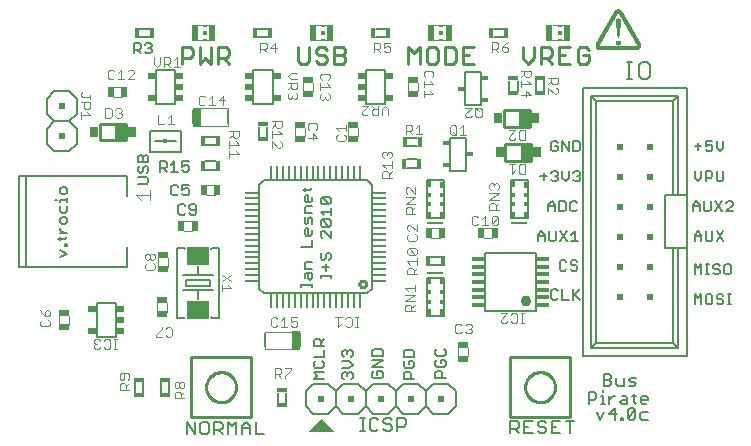
<source format=gto>
G75*
G70*
%OFA0B0*%
%FSLAX24Y24*%
%IPPOS*%
%LPD*%
%AMOC8*
5,1,8,0,0,1.08239X$1,22.5*
%
%ADD10C,0.0100*%
%ADD11C,0.0070*%
%ADD12C,0.0050*%
%ADD13C,0.0060*%
%ADD14C,0.0010*%
%ADD15R,0.0340X0.0160*%
%ADD16C,0.0040*%
%ADD17R,0.0118X0.0059*%
%ADD18R,0.0118X0.0118*%
%ADD19R,0.0236X0.0531*%
%ADD20R,0.0160X0.0340*%
%ADD21R,0.0374X0.0197*%
%ADD22R,0.0197X0.0374*%
%ADD23R,0.0157X0.0118*%
%ADD24R,0.0079X0.0472*%
%ADD25R,0.0256X0.0591*%
%ADD26C,0.0362*%
%ADD27C,0.0080*%
%ADD28R,0.0423X0.0118*%
%ADD29R,0.0006X0.0006*%
%ADD30R,0.0006X0.0006*%
%ADD31R,0.0006X0.0006*%
%ADD32R,0.0006X0.0006*%
%ADD33R,0.0256X0.0197*%
%ADD34C,0.0086*%
%ADD35R,0.0472X0.0079*%
%ADD36R,0.0750X0.0600*%
%ADD37R,0.0230X0.0180*%
%ADD38R,0.0295X0.0335*%
%ADD39R,0.0354X0.0531*%
%ADD40R,0.0200X0.0200*%
%ADD41R,0.0118X0.0236*%
%ADD42R,0.0118X0.0157*%
%ADD43R,0.0118X0.0197*%
%ADD44R,0.0551X0.0039*%
%ADD45R,0.0551X0.0079*%
%ADD46R,0.0039X0.0079*%
D10*
X015496Y009805D02*
X015498Y009825D01*
X015503Y009845D01*
X015513Y009863D01*
X015525Y009880D01*
X015540Y009894D01*
X015558Y009904D01*
X015577Y009912D01*
X015597Y009916D01*
X015617Y009916D01*
X015637Y009912D01*
X015656Y009904D01*
X015674Y009894D01*
X015689Y009880D01*
X015701Y009863D01*
X015711Y009845D01*
X015716Y009825D01*
X015718Y009805D01*
X015716Y009785D01*
X015711Y009765D01*
X015701Y009747D01*
X015689Y009730D01*
X015674Y009716D01*
X015656Y009706D01*
X015637Y009698D01*
X015617Y009694D01*
X015597Y009694D01*
X015577Y009698D01*
X015558Y009706D01*
X015540Y009716D01*
X015525Y009730D01*
X015513Y009747D01*
X015503Y009765D01*
X015498Y009785D01*
X015496Y009805D01*
X020366Y013908D02*
X020366Y014459D01*
X021232Y014459D01*
X021232Y013908D01*
X020366Y013908D01*
X020306Y015054D02*
X020306Y015605D01*
X021172Y015605D01*
X021172Y015054D01*
X020306Y015054D01*
X021131Y017146D02*
X020944Y017333D01*
X020944Y017706D01*
X021318Y017706D02*
X021318Y017333D01*
X021131Y017146D01*
X021552Y017146D02*
X021552Y017706D01*
X021832Y017706D01*
X021926Y017613D01*
X021926Y017426D01*
X021832Y017333D01*
X021552Y017333D01*
X021739Y017333D02*
X021926Y017146D01*
X022160Y017146D02*
X022533Y017146D01*
X022767Y017239D02*
X022861Y017146D01*
X023048Y017146D01*
X023141Y017239D01*
X023141Y017426D01*
X022954Y017426D01*
X022767Y017613D02*
X022767Y017239D01*
X022347Y017426D02*
X022160Y017426D01*
X022160Y017706D02*
X022160Y017146D01*
X022160Y017706D02*
X022533Y017706D01*
X022767Y017613D02*
X022861Y017706D01*
X023048Y017706D01*
X023141Y017613D01*
X019329Y017706D02*
X018955Y017706D01*
X018955Y017146D01*
X019329Y017146D01*
X019142Y017426D02*
X018955Y017426D01*
X018721Y017239D02*
X018628Y017146D01*
X018347Y017146D01*
X018347Y017706D01*
X018628Y017706D01*
X018721Y017613D01*
X018721Y017239D01*
X018113Y017239D02*
X018113Y017613D01*
X018020Y017706D01*
X017833Y017706D01*
X017740Y017613D01*
X017740Y017239D01*
X017833Y017146D01*
X018020Y017146D01*
X018113Y017239D01*
X017505Y017146D02*
X017505Y017706D01*
X017319Y017520D01*
X017132Y017706D01*
X017132Y017146D01*
X015033Y017239D02*
X014940Y017146D01*
X014660Y017146D01*
X014660Y017706D01*
X014940Y017706D01*
X015033Y017613D01*
X015033Y017520D01*
X014940Y017426D01*
X014660Y017426D01*
X014426Y017333D02*
X014426Y017239D01*
X014332Y017146D01*
X014145Y017146D01*
X014052Y017239D01*
X014145Y017426D02*
X014052Y017520D01*
X014052Y017613D01*
X014145Y017706D01*
X014332Y017706D01*
X014426Y017613D01*
X014332Y017426D02*
X014426Y017333D01*
X014332Y017426D02*
X014145Y017426D01*
X013818Y017239D02*
X013818Y017706D01*
X013444Y017706D02*
X013444Y017239D01*
X013538Y017146D01*
X013725Y017146D01*
X013818Y017239D01*
X014940Y017426D02*
X015033Y017333D01*
X015033Y017239D01*
X011158Y017146D02*
X010972Y017333D01*
X011065Y017333D02*
X010785Y017333D01*
X010785Y017146D02*
X010785Y017706D01*
X011065Y017706D01*
X011158Y017613D01*
X011158Y017426D01*
X011065Y017333D01*
X010551Y017146D02*
X010551Y017706D01*
X010177Y017706D02*
X010177Y017146D01*
X010364Y017333D01*
X010551Y017146D01*
X009943Y017426D02*
X009850Y017333D01*
X009569Y017333D01*
X009569Y017146D02*
X009569Y017706D01*
X009850Y017706D01*
X009943Y017613D01*
X009943Y017426D01*
X007715Y015155D02*
X006849Y015155D01*
X006849Y014604D01*
X007715Y014604D01*
X007715Y015155D01*
D11*
X023142Y006203D02*
X023332Y006203D01*
X023395Y006140D01*
X023395Y006013D01*
X023332Y005950D01*
X023142Y005950D01*
X023142Y005823D02*
X023142Y006203D01*
X023556Y006077D02*
X023619Y006077D01*
X023619Y005823D01*
X023556Y005823D02*
X023683Y005823D01*
X023832Y005823D02*
X023832Y006077D01*
X023959Y006077D02*
X024022Y006077D01*
X023959Y006077D02*
X023832Y005950D01*
X023619Y006203D02*
X023619Y006267D01*
X023642Y006417D02*
X023832Y006417D01*
X023895Y006480D01*
X023895Y006544D01*
X023832Y006607D01*
X023642Y006607D01*
X023832Y006607D02*
X023895Y006670D01*
X023895Y006734D01*
X023832Y006797D01*
X023642Y006797D01*
X023642Y006417D01*
X024056Y006480D02*
X024119Y006417D01*
X024309Y006417D01*
X024309Y006670D01*
X024470Y006607D02*
X024534Y006544D01*
X024660Y006544D01*
X024724Y006480D01*
X024660Y006417D01*
X024470Y006417D01*
X024470Y006607D02*
X024534Y006670D01*
X024724Y006670D01*
X024056Y006670D02*
X024056Y006480D01*
X024241Y006077D02*
X024368Y006077D01*
X024431Y006013D01*
X024431Y005823D01*
X024241Y005823D01*
X024177Y005887D01*
X024241Y005950D01*
X024431Y005950D01*
X024592Y006077D02*
X024719Y006077D01*
X024655Y006140D02*
X024655Y005887D01*
X024719Y005823D01*
X024868Y005887D02*
X024868Y006013D01*
X024931Y006077D01*
X025058Y006077D01*
X025121Y006013D01*
X025121Y005950D01*
X024868Y005950D01*
X024868Y005887D02*
X024931Y005823D01*
X025058Y005823D01*
X025105Y005539D02*
X024915Y005539D01*
X024852Y005476D01*
X024852Y005349D01*
X024915Y005285D01*
X025105Y005285D01*
X024691Y005349D02*
X024691Y005602D01*
X024437Y005349D01*
X024501Y005285D01*
X024627Y005285D01*
X024691Y005349D01*
X024691Y005602D02*
X024627Y005666D01*
X024501Y005666D01*
X024437Y005602D01*
X024437Y005349D01*
X024293Y005349D02*
X024293Y005285D01*
X024230Y005285D01*
X024230Y005349D01*
X024293Y005349D01*
X024069Y005476D02*
X023816Y005476D01*
X024006Y005666D01*
X024006Y005285D01*
X023655Y005539D02*
X023528Y005285D01*
X023401Y005539D01*
D12*
X018376Y006673D02*
X018025Y006673D01*
X018025Y006848D01*
X018084Y006907D01*
X018201Y006907D01*
X018259Y006848D01*
X018259Y006673D01*
X018317Y007042D02*
X018084Y007042D01*
X018025Y007100D01*
X018025Y007217D01*
X018084Y007275D01*
X018201Y007275D02*
X018201Y007158D01*
X018201Y007275D02*
X018317Y007275D01*
X018376Y007217D01*
X018376Y007100D01*
X018317Y007042D01*
X018317Y007410D02*
X018084Y007410D01*
X018025Y007468D01*
X018025Y007585D01*
X018084Y007643D01*
X018317Y007643D02*
X018376Y007585D01*
X018376Y007468D01*
X018317Y007410D01*
X017321Y007387D02*
X017321Y007562D01*
X017262Y007621D01*
X017029Y007621D01*
X016970Y007562D01*
X016970Y007387D01*
X017321Y007387D01*
X017262Y007252D02*
X017145Y007252D01*
X017145Y007135D01*
X017029Y007019D02*
X016970Y007077D01*
X016970Y007194D01*
X017029Y007252D01*
X017262Y007252D02*
X017321Y007194D01*
X017321Y007077D01*
X017262Y007019D01*
X017029Y007019D01*
X017029Y006884D02*
X017145Y006884D01*
X017204Y006826D01*
X017204Y006650D01*
X017321Y006650D02*
X016970Y006650D01*
X016970Y006826D01*
X017029Y006884D01*
X016272Y006836D02*
X016272Y006719D01*
X016213Y006661D01*
X015980Y006661D01*
X015921Y006719D01*
X015921Y006836D01*
X015980Y006895D01*
X016097Y006895D02*
X016097Y006778D01*
X016097Y006895D02*
X016213Y006895D01*
X016272Y006836D01*
X016272Y007029D02*
X015921Y007029D01*
X016272Y007263D01*
X015921Y007263D01*
X015921Y007398D02*
X015921Y007573D01*
X015980Y007631D01*
X016213Y007631D01*
X016272Y007573D01*
X016272Y007398D01*
X015921Y007398D01*
X015274Y007426D02*
X015274Y007542D01*
X015216Y007601D01*
X015157Y007601D01*
X015099Y007542D01*
X015099Y007484D01*
X015099Y007542D02*
X015041Y007601D01*
X014982Y007601D01*
X014924Y007542D01*
X014924Y007426D01*
X014982Y007367D01*
X014924Y007233D02*
X015157Y007233D01*
X015274Y007116D01*
X015157Y006999D01*
X014924Y006999D01*
X014982Y006864D02*
X015041Y006864D01*
X015099Y006806D01*
X015157Y006864D01*
X015216Y006864D01*
X015274Y006806D01*
X015274Y006689D01*
X015216Y006631D01*
X015099Y006747D02*
X015099Y006806D01*
X014982Y006864D02*
X014924Y006806D01*
X014924Y006689D01*
X014982Y006631D01*
X014322Y006635D02*
X013971Y006635D01*
X014088Y006751D01*
X013971Y006868D01*
X014322Y006868D01*
X014263Y007003D02*
X014322Y007061D01*
X014322Y007178D01*
X014263Y007236D01*
X014322Y007371D02*
X013971Y007371D01*
X014030Y007236D02*
X013971Y007178D01*
X013971Y007061D01*
X014030Y007003D01*
X014263Y007003D01*
X014322Y007371D02*
X014322Y007605D01*
X014322Y007740D02*
X013971Y007740D01*
X013971Y007915D01*
X014030Y007973D01*
X014147Y007973D01*
X014205Y007915D01*
X014205Y007740D01*
X014205Y007856D02*
X014322Y007973D01*
X015216Y007367D02*
X015274Y007426D01*
X013907Y009704D02*
X013907Y009821D01*
X013907Y009763D02*
X013557Y009763D01*
X013557Y009821D02*
X013557Y009704D01*
X013674Y010008D02*
X013674Y010125D01*
X013732Y010183D01*
X013907Y010183D01*
X013907Y010008D01*
X013849Y009950D01*
X013790Y010008D01*
X013790Y010183D01*
X013674Y010318D02*
X013907Y010318D01*
X013674Y010318D02*
X013674Y010493D01*
X013732Y010552D01*
X013907Y010552D01*
X014207Y010677D02*
X014207Y010793D01*
X014265Y010852D01*
X014382Y010793D02*
X014440Y010852D01*
X014499Y010852D01*
X014557Y010793D01*
X014557Y010677D01*
X014499Y010618D01*
X014382Y010677D02*
X014382Y010793D01*
X014382Y010677D02*
X014324Y010618D01*
X014265Y010618D01*
X014207Y010677D01*
X014382Y010483D02*
X014382Y010250D01*
X014265Y010367D02*
X014499Y010367D01*
X014557Y010121D02*
X014557Y010004D01*
X014557Y010063D02*
X014207Y010063D01*
X014207Y010121D02*
X014207Y010004D01*
X013907Y011055D02*
X013557Y011055D01*
X013907Y011055D02*
X013907Y011288D01*
X013849Y011423D02*
X013732Y011423D01*
X013674Y011481D01*
X013674Y011598D01*
X013732Y011657D01*
X013790Y011657D01*
X013790Y011423D01*
X013849Y011423D02*
X013907Y011481D01*
X013907Y011598D01*
X013907Y011791D02*
X013907Y011967D01*
X013849Y012025D01*
X013790Y011967D01*
X013790Y011850D01*
X013732Y011791D01*
X013674Y011850D01*
X013674Y012025D01*
X013674Y012160D02*
X013674Y012335D01*
X013732Y012393D01*
X013907Y012393D01*
X013849Y012528D02*
X013732Y012528D01*
X013674Y012586D01*
X013674Y012703D01*
X013732Y012762D01*
X013790Y012762D01*
X013790Y012528D01*
X013849Y012528D02*
X013907Y012586D01*
X013907Y012703D01*
X013849Y012955D02*
X013615Y012955D01*
X013674Y013013D02*
X013674Y012896D01*
X013849Y012955D02*
X013907Y013013D01*
X014265Y012693D02*
X014499Y012460D01*
X014557Y012518D01*
X014557Y012635D01*
X014499Y012693D01*
X014265Y012693D01*
X014207Y012635D01*
X014207Y012518D01*
X014265Y012460D01*
X014499Y012460D01*
X014557Y012325D02*
X014557Y012091D01*
X014557Y012208D02*
X014207Y012208D01*
X014324Y012091D01*
X014265Y011957D02*
X014499Y011723D01*
X014557Y011781D01*
X014557Y011898D01*
X014499Y011957D01*
X014265Y011957D01*
X014207Y011898D01*
X014207Y011781D01*
X014265Y011723D01*
X014499Y011723D01*
X014557Y011588D02*
X014557Y011355D01*
X014324Y011588D01*
X014265Y011588D01*
X014207Y011530D01*
X014207Y011413D01*
X014265Y011355D01*
X013907Y012160D02*
X013674Y012160D01*
X010828Y011023D02*
X010828Y008661D01*
X010592Y008661D01*
X010553Y008700D01*
X009687Y008700D02*
X009647Y008661D01*
X009411Y008661D01*
X009411Y011023D01*
X009647Y011023D01*
X009687Y010984D01*
X010553Y010984D02*
X010592Y011023D01*
X010828Y011023D01*
X010120Y010392D02*
X010120Y010092D01*
X009620Y010092D01*
X009720Y009942D02*
X009720Y009742D01*
X010520Y009742D01*
X010520Y009942D01*
X009720Y009942D01*
X010120Y010092D02*
X010620Y010092D01*
X010620Y009592D02*
X010120Y009592D01*
X010120Y009292D01*
X010120Y009592D02*
X009620Y009592D01*
X007760Y010364D02*
X007760Y010639D01*
X007760Y011033D01*
X007760Y010364D02*
X006835Y010364D01*
X005890Y010364D01*
X004670Y010364D01*
X004394Y010364D01*
X004138Y010364D01*
X004138Y013395D01*
X004394Y013395D01*
X004670Y013395D01*
X005890Y013395D01*
X006835Y013395D01*
X007760Y013395D01*
X007760Y013120D01*
X007760Y012726D01*
X008108Y013142D02*
X008400Y013142D01*
X008458Y013200D01*
X008458Y013317D01*
X008400Y013376D01*
X008108Y013376D01*
X008167Y013510D02*
X008225Y013510D01*
X008283Y013569D01*
X008283Y013685D01*
X008342Y013744D01*
X008400Y013744D01*
X008458Y013685D01*
X008458Y013569D01*
X008400Y013510D01*
X008167Y013510D02*
X008108Y013569D01*
X008108Y013685D01*
X008167Y013744D01*
X008108Y013879D02*
X008108Y014054D01*
X008167Y014112D01*
X008225Y014112D01*
X008283Y014054D01*
X008283Y013879D01*
X008283Y014054D02*
X008342Y014112D01*
X008400Y014112D01*
X008458Y014054D01*
X008458Y013879D01*
X008108Y013879D01*
X008530Y014200D02*
X008530Y014914D01*
X009554Y014914D01*
X009554Y014200D01*
X008530Y014200D01*
X008843Y013898D02*
X009018Y013898D01*
X009076Y013840D01*
X009076Y013723D01*
X009018Y013665D01*
X008843Y013665D01*
X008960Y013665D02*
X009076Y013548D01*
X009211Y013548D02*
X009445Y013548D01*
X009328Y013548D02*
X009328Y013898D01*
X009211Y013782D01*
X009579Y013723D02*
X009579Y013898D01*
X009813Y013898D01*
X009755Y013782D02*
X009813Y013723D01*
X009813Y013606D01*
X009755Y013548D01*
X009638Y013548D01*
X009579Y013606D01*
X009579Y013723D02*
X009696Y013782D01*
X009755Y013782D01*
X008843Y013898D02*
X008843Y013548D01*
X009285Y013111D02*
X009227Y013053D01*
X009227Y012819D01*
X009285Y012761D01*
X009402Y012761D01*
X009460Y012819D01*
X009595Y012819D02*
X009653Y012761D01*
X009770Y012761D01*
X009829Y012819D01*
X009829Y012936D01*
X009770Y012994D01*
X009712Y012994D01*
X009595Y012936D01*
X009595Y013111D01*
X009829Y013111D01*
X009460Y013053D02*
X009402Y013111D01*
X009285Y013111D01*
X009522Y012458D02*
X009463Y012399D01*
X009463Y012166D01*
X009522Y012107D01*
X009639Y012107D01*
X009697Y012166D01*
X009832Y012166D02*
X009890Y012107D01*
X010007Y012107D01*
X010065Y012166D01*
X010065Y012399D01*
X010007Y012458D01*
X009890Y012458D01*
X009832Y012399D01*
X009832Y012341D01*
X009890Y012283D01*
X010065Y012283D01*
X009697Y012399D02*
X009639Y012458D01*
X009522Y012458D01*
X005757Y012411D02*
X005757Y012236D01*
X005699Y012178D01*
X005582Y012178D01*
X005524Y012236D01*
X005524Y012411D01*
X005524Y012546D02*
X005524Y012604D01*
X005757Y012604D01*
X005757Y012546D02*
X005757Y012663D01*
X005699Y012791D02*
X005757Y012850D01*
X005757Y012966D01*
X005699Y013025D01*
X005582Y013025D01*
X005524Y012966D01*
X005524Y012850D01*
X005582Y012791D01*
X005699Y012791D01*
X005407Y012604D02*
X005348Y012604D01*
X005582Y012043D02*
X005524Y011984D01*
X005524Y011868D01*
X005582Y011809D01*
X005699Y011809D01*
X005757Y011868D01*
X005757Y011984D01*
X005699Y012043D01*
X005582Y012043D01*
X005524Y011677D02*
X005524Y011619D01*
X005640Y011502D01*
X005524Y011502D02*
X005757Y011502D01*
X005757Y011374D02*
X005699Y011315D01*
X005465Y011315D01*
X005524Y011257D02*
X005524Y011374D01*
X005699Y011131D02*
X005757Y011131D01*
X005757Y011073D01*
X005699Y011073D01*
X005699Y011131D01*
X005524Y010938D02*
X005757Y010821D01*
X005524Y010704D01*
X004394Y010364D02*
X004394Y013395D01*
X008682Y014567D02*
X009383Y014567D01*
X008513Y017494D02*
X008396Y017494D01*
X008338Y017552D01*
X008203Y017494D02*
X008086Y017610D01*
X008145Y017610D02*
X007970Y017610D01*
X007970Y017494D02*
X007970Y017844D01*
X008145Y017844D01*
X008203Y017785D01*
X008203Y017669D01*
X008145Y017610D01*
X008338Y017785D02*
X008396Y017844D01*
X008513Y017844D01*
X008572Y017785D01*
X008572Y017727D01*
X008513Y017669D01*
X008572Y017610D01*
X008572Y017552D01*
X008513Y017494D01*
X008513Y017669D02*
X008455Y017669D01*
D13*
X008501Y018038D02*
X008161Y018038D01*
X008161Y018319D02*
X008501Y018319D01*
X008713Y016939D02*
X008713Y016902D01*
X008713Y016939D02*
X008713Y015820D01*
X008713Y015857D01*
X008713Y015820D02*
X009351Y015820D01*
X009351Y015857D01*
X009351Y015820D02*
X009351Y016939D01*
X009351Y016902D01*
X009351Y016939D02*
X008713Y016939D01*
X008713Y016585D02*
X008713Y016174D01*
X009351Y016174D02*
X009351Y016211D01*
X009351Y016548D02*
X009351Y016585D01*
X011963Y016548D02*
X011963Y016585D01*
X011963Y016902D02*
X011963Y016939D01*
X012601Y016939D01*
X012601Y016902D01*
X012601Y016939D02*
X012601Y015820D01*
X012601Y015857D01*
X012601Y015820D02*
X011963Y015820D01*
X011963Y015857D01*
X011963Y015820D02*
X011963Y016939D01*
X012601Y016585D02*
X012601Y016174D01*
X011963Y016174D02*
X011963Y016211D01*
X012142Y015049D02*
X012142Y014709D01*
X012422Y014709D02*
X012422Y015049D01*
X010702Y014707D02*
X010362Y014707D01*
X010362Y014427D02*
X010702Y014427D01*
X010702Y013895D02*
X010362Y013895D01*
X010362Y013614D02*
X010702Y013614D01*
X006075Y014476D02*
X005825Y014226D01*
X005325Y014226D01*
X005075Y014476D01*
X005075Y014976D01*
X005325Y015226D01*
X005075Y015476D01*
X005075Y015976D01*
X005325Y016226D01*
X005825Y016226D01*
X006075Y015976D01*
X006075Y015476D01*
X005825Y015226D01*
X006075Y014976D01*
X006075Y014476D01*
X005825Y015226D02*
X005325Y015226D01*
X012098Y018038D02*
X012438Y018038D01*
X012438Y018319D02*
X012098Y018319D01*
X015713Y016939D02*
X015713Y016902D01*
X015713Y016939D02*
X016351Y016939D01*
X016351Y016902D01*
X016351Y016939D02*
X016351Y015820D01*
X016351Y015857D01*
X016351Y015820D02*
X015713Y015820D01*
X015713Y015857D01*
X015713Y015820D02*
X015713Y016939D01*
X015713Y016585D02*
X015713Y016548D01*
X016351Y016585D02*
X016351Y016174D01*
X015713Y016174D02*
X015713Y016211D01*
X017090Y014671D02*
X017430Y014671D01*
X017430Y014390D02*
X017090Y014390D01*
X017073Y013958D02*
X017413Y013958D01*
X017413Y013677D02*
X017073Y013677D01*
X018522Y013569D02*
X018522Y014689D01*
X019042Y014689D01*
X019042Y013569D01*
X018522Y013569D01*
X021527Y013396D02*
X021754Y013396D01*
X021641Y013509D02*
X021641Y013283D01*
X021896Y013283D02*
X021952Y013226D01*
X022066Y013226D01*
X022123Y013283D01*
X022123Y013339D01*
X022066Y013396D01*
X022009Y013396D01*
X022066Y013396D02*
X022123Y013453D01*
X022123Y013509D01*
X022066Y013566D01*
X021952Y013566D01*
X021896Y013509D01*
X022264Y013566D02*
X022264Y013339D01*
X022378Y013226D01*
X022491Y013339D01*
X022491Y013566D01*
X022632Y013509D02*
X022689Y013566D01*
X022803Y013566D01*
X022859Y013509D01*
X022859Y013453D01*
X022803Y013396D01*
X022859Y013339D01*
X022859Y013283D01*
X022803Y013226D01*
X022689Y013226D01*
X022632Y013283D01*
X022746Y013396D02*
X022803Y013396D01*
X022795Y014226D02*
X022852Y014283D01*
X022852Y014509D01*
X022795Y014566D01*
X022625Y014566D01*
X022625Y014226D01*
X022795Y014226D01*
X022483Y014226D02*
X022483Y014566D01*
X022256Y014566D02*
X022483Y014226D01*
X022256Y014226D02*
X022256Y014566D01*
X022115Y014509D02*
X022058Y014566D01*
X021945Y014566D01*
X021888Y014509D01*
X021888Y014283D01*
X021945Y014226D01*
X022058Y014226D01*
X022115Y014283D01*
X022115Y014396D01*
X022002Y014396D01*
X019542Y015759D02*
X019022Y015759D01*
X019022Y016879D01*
X019542Y016879D01*
X019542Y015759D01*
X020489Y016247D02*
X020489Y016587D01*
X020769Y016587D02*
X020769Y016247D01*
X021371Y016252D02*
X021371Y016592D01*
X021651Y016592D02*
X021651Y016252D01*
X022938Y016356D02*
X026402Y016356D01*
X026402Y012765D01*
X025678Y012765D01*
X025678Y010994D01*
X026402Y010994D01*
X026402Y007403D01*
X022938Y007403D01*
X022938Y016356D01*
X023209Y016084D02*
X023390Y015903D01*
X025949Y015903D01*
X026131Y016084D01*
X026131Y012765D01*
X025949Y012765D02*
X025949Y015903D01*
X026131Y016084D02*
X023209Y016084D01*
X023209Y007675D01*
X023390Y007856D01*
X025949Y007856D01*
X026131Y007675D01*
X026131Y010994D01*
X025949Y010994D02*
X025949Y007856D01*
X026131Y007675D02*
X023209Y007675D01*
X023390Y007856D02*
X023390Y015903D01*
X026667Y014396D02*
X026894Y014396D01*
X027035Y014396D02*
X027149Y014453D01*
X027205Y014453D01*
X027262Y014396D01*
X027262Y014283D01*
X027205Y014226D01*
X027092Y014226D01*
X027035Y014283D01*
X027035Y014396D02*
X027035Y014566D01*
X027262Y014566D01*
X027403Y014566D02*
X027403Y014339D01*
X027517Y014226D01*
X027630Y014339D01*
X027630Y014566D01*
X026780Y014509D02*
X026780Y014283D01*
X026667Y013566D02*
X026667Y013339D01*
X026780Y013226D01*
X026894Y013339D01*
X026894Y013566D01*
X027035Y013566D02*
X027205Y013566D01*
X027262Y013509D01*
X027262Y013396D01*
X027205Y013339D01*
X027035Y013339D01*
X027035Y013226D02*
X027035Y013566D01*
X027403Y013566D02*
X027403Y013283D01*
X027460Y013226D01*
X027574Y013226D01*
X027630Y013283D01*
X027630Y013566D01*
X026402Y012765D02*
X026402Y010994D01*
X026667Y011226D02*
X026667Y011453D01*
X026780Y011566D01*
X026894Y011453D01*
X026894Y011226D01*
X027035Y011283D02*
X027092Y011226D01*
X027205Y011226D01*
X027262Y011283D01*
X027262Y011566D01*
X027403Y011566D02*
X027630Y011226D01*
X027403Y011226D02*
X027630Y011566D01*
X027035Y011566D02*
X027035Y011283D01*
X026894Y011396D02*
X026667Y011396D01*
X026607Y012226D02*
X026607Y012453D01*
X026720Y012566D01*
X026834Y012453D01*
X026834Y012226D01*
X026975Y012283D02*
X027032Y012226D01*
X027145Y012226D01*
X027202Y012283D01*
X027202Y012566D01*
X027343Y012566D02*
X027570Y012226D01*
X027712Y012226D02*
X027939Y012453D01*
X027939Y012509D01*
X027882Y012566D01*
X027768Y012566D01*
X027712Y012509D01*
X027570Y012566D02*
X027343Y012226D01*
X027712Y012226D02*
X027939Y012226D01*
X026975Y012283D02*
X026975Y012566D01*
X026834Y012396D02*
X026607Y012396D01*
X026667Y010466D02*
X026780Y010353D01*
X026894Y010466D01*
X026894Y010126D01*
X027035Y010126D02*
X027149Y010126D01*
X027092Y010126D02*
X027092Y010466D01*
X027035Y010466D02*
X027149Y010466D01*
X027281Y010409D02*
X027281Y010353D01*
X027337Y010296D01*
X027451Y010296D01*
X027508Y010239D01*
X027508Y010183D01*
X027451Y010126D01*
X027337Y010126D01*
X027281Y010183D01*
X027281Y010409D02*
X027337Y010466D01*
X027451Y010466D01*
X027508Y010409D01*
X027649Y010409D02*
X027649Y010183D01*
X027706Y010126D01*
X027819Y010126D01*
X027876Y010183D01*
X027876Y010409D01*
X027819Y010466D01*
X027706Y010466D01*
X027649Y010409D01*
X026667Y010466D02*
X026667Y010126D01*
X026667Y009466D02*
X026780Y009353D01*
X026894Y009466D01*
X026894Y009126D01*
X027035Y009183D02*
X027092Y009126D01*
X027205Y009126D01*
X027262Y009183D01*
X027262Y009409D01*
X027205Y009466D01*
X027092Y009466D01*
X027035Y009409D01*
X027035Y009183D01*
X027403Y009183D02*
X027460Y009126D01*
X027574Y009126D01*
X027630Y009183D01*
X027630Y009239D01*
X027574Y009296D01*
X027460Y009296D01*
X027403Y009353D01*
X027403Y009409D01*
X027460Y009466D01*
X027574Y009466D01*
X027630Y009409D01*
X027772Y009466D02*
X027885Y009466D01*
X027828Y009466D02*
X027828Y009126D01*
X027772Y009126D02*
X027885Y009126D01*
X026667Y009126D02*
X026667Y009466D01*
X022852Y009626D02*
X022625Y009399D01*
X022681Y009456D02*
X022852Y009286D01*
X022625Y009286D02*
X022625Y009626D01*
X022483Y009286D02*
X022256Y009286D01*
X022256Y009626D01*
X022115Y009569D02*
X022058Y009626D01*
X021945Y009626D01*
X021888Y009569D01*
X021888Y009343D01*
X021945Y009286D01*
X022058Y009286D01*
X022115Y009343D01*
X022224Y010256D02*
X022338Y010256D01*
X022394Y010313D01*
X022536Y010313D02*
X022592Y010256D01*
X022706Y010256D01*
X022763Y010313D01*
X022763Y010369D01*
X022706Y010426D01*
X022592Y010426D01*
X022536Y010483D01*
X022536Y010539D01*
X022592Y010596D01*
X022706Y010596D01*
X022763Y010539D01*
X022394Y010539D02*
X022338Y010596D01*
X022224Y010596D01*
X022167Y010539D01*
X022167Y010313D01*
X022224Y010256D01*
X022185Y011226D02*
X022412Y011566D01*
X022554Y011453D02*
X022667Y011566D01*
X022667Y011226D01*
X022554Y011226D02*
X022781Y011226D01*
X022412Y011226D02*
X022185Y011566D01*
X022044Y011566D02*
X022044Y011283D01*
X021987Y011226D01*
X021874Y011226D01*
X021817Y011283D01*
X021817Y011566D01*
X021676Y011453D02*
X021676Y011226D01*
X021676Y011396D02*
X021449Y011396D01*
X021449Y011453D02*
X021449Y011226D01*
X021449Y011453D02*
X021562Y011566D01*
X021676Y011453D01*
X021788Y012226D02*
X021788Y012453D01*
X021902Y012566D01*
X022015Y012453D01*
X022015Y012226D01*
X022156Y012226D02*
X022327Y012226D01*
X022383Y012283D01*
X022383Y012509D01*
X022327Y012566D01*
X022156Y012566D01*
X022156Y012226D01*
X022015Y012396D02*
X021788Y012396D01*
X022525Y012283D02*
X022581Y012226D01*
X022695Y012226D01*
X022752Y012283D01*
X022752Y012509D02*
X022695Y012566D01*
X022581Y012566D01*
X022525Y012509D01*
X022525Y012283D01*
X018202Y010707D02*
X017862Y010707D01*
X017862Y010427D02*
X018202Y010427D01*
X017955Y006474D02*
X017705Y006224D01*
X017705Y005724D01*
X017955Y005474D01*
X018455Y005474D01*
X018705Y005724D01*
X018705Y006224D01*
X018455Y006474D01*
X017955Y006474D01*
X017705Y006224D02*
X017455Y006474D01*
X016955Y006474D01*
X016705Y006224D01*
X016705Y005724D01*
X016955Y005474D01*
X017455Y005474D01*
X017705Y005724D01*
X017052Y005273D02*
X017052Y005126D01*
X016978Y005053D01*
X016758Y005053D01*
X016758Y004906D02*
X016758Y005346D01*
X016978Y005346D01*
X017052Y005273D01*
X016591Y005273D02*
X016518Y005346D01*
X016371Y005346D01*
X016298Y005273D01*
X016298Y005199D01*
X016371Y005126D01*
X016518Y005126D01*
X016591Y005053D01*
X016591Y004979D01*
X016518Y004906D01*
X016371Y004906D01*
X016298Y004979D01*
X016131Y004979D02*
X016058Y004906D01*
X015911Y004906D01*
X015837Y004979D01*
X015837Y005273D01*
X015911Y005346D01*
X016058Y005346D01*
X016131Y005273D01*
X015955Y005474D02*
X015705Y005724D01*
X015455Y005474D01*
X014955Y005474D01*
X014705Y005724D01*
X014455Y005474D01*
X013955Y005474D01*
X013705Y005724D01*
X013705Y006224D01*
X013955Y006474D01*
X014455Y006474D01*
X014705Y006224D01*
X014955Y006474D01*
X015455Y006474D01*
X015705Y006224D01*
X015705Y005724D01*
X015955Y005474D02*
X016455Y005474D01*
X016705Y005724D01*
X016705Y006224D02*
X016455Y006474D01*
X015955Y006474D01*
X015705Y006224D01*
X014705Y006224D02*
X014705Y005724D01*
X015531Y005346D02*
X015677Y005346D01*
X015604Y005346D02*
X015604Y004906D01*
X015531Y004906D02*
X015677Y004906D01*
X013057Y005848D02*
X013057Y006188D01*
X012776Y006188D02*
X012776Y005848D01*
X009159Y006197D02*
X009159Y006538D01*
X008879Y006538D02*
X008879Y006197D01*
X008284Y006197D02*
X008284Y006538D01*
X008004Y006538D02*
X008004Y006197D01*
X007379Y008053D02*
X006741Y008053D01*
X006741Y008090D01*
X006741Y008053D02*
X006741Y009172D01*
X006741Y009135D01*
X006741Y009172D02*
X007379Y009172D01*
X007379Y009135D01*
X007379Y009172D02*
X007379Y008053D01*
X007379Y008090D01*
X007379Y008407D02*
X007379Y008444D01*
X007379Y008781D02*
X007379Y008818D01*
X006741Y008818D02*
X006741Y008407D01*
X016035Y018038D02*
X016375Y018038D01*
X016375Y018319D02*
X016035Y018319D01*
X019972Y018319D02*
X020312Y018319D01*
X020312Y018038D02*
X019972Y018038D01*
D14*
X014213Y005290D02*
X014613Y004890D01*
X013813Y004890D01*
X014213Y005290D01*
X014212Y005288D02*
X014215Y005288D01*
X014223Y005279D02*
X014203Y005279D01*
X014194Y005271D02*
X014232Y005271D01*
X014241Y005262D02*
X014186Y005262D01*
X014177Y005254D02*
X014249Y005254D01*
X014258Y005245D02*
X014169Y005245D01*
X014160Y005237D02*
X014266Y005237D01*
X014275Y005228D02*
X014152Y005228D01*
X014143Y005220D02*
X014283Y005220D01*
X014292Y005211D02*
X014135Y005211D01*
X014126Y005202D02*
X014300Y005202D01*
X014309Y005194D02*
X014118Y005194D01*
X014109Y005185D02*
X014317Y005185D01*
X014326Y005177D02*
X014100Y005177D01*
X014092Y005168D02*
X014335Y005168D01*
X014343Y005160D02*
X014083Y005160D01*
X014075Y005151D02*
X014352Y005151D01*
X014360Y005143D02*
X014066Y005143D01*
X014058Y005134D02*
X014369Y005134D01*
X014377Y005126D02*
X014049Y005126D01*
X014041Y005117D02*
X014386Y005117D01*
X014394Y005109D02*
X014032Y005109D01*
X014024Y005100D02*
X014403Y005100D01*
X014411Y005091D02*
X014015Y005091D01*
X014006Y005083D02*
X014420Y005083D01*
X014429Y005074D02*
X013998Y005074D01*
X013989Y005066D02*
X014437Y005066D01*
X014446Y005057D02*
X013981Y005057D01*
X013972Y005049D02*
X014454Y005049D01*
X014463Y005040D02*
X013964Y005040D01*
X013955Y005032D02*
X014471Y005032D01*
X014480Y005023D02*
X013947Y005023D01*
X013938Y005015D02*
X014488Y005015D01*
X014497Y005006D02*
X013930Y005006D01*
X013921Y004997D02*
X014505Y004997D01*
X014514Y004989D02*
X013913Y004989D01*
X013904Y004980D02*
X014522Y004980D01*
X014531Y004972D02*
X013895Y004972D01*
X013887Y004963D02*
X014540Y004963D01*
X014548Y004955D02*
X013878Y004955D01*
X013870Y004946D02*
X014557Y004946D01*
X014565Y004938D02*
X013861Y004938D01*
X013853Y004929D02*
X014574Y004929D01*
X014582Y004921D02*
X013844Y004921D01*
X013836Y004912D02*
X014591Y004912D01*
X014599Y004903D02*
X013827Y004903D01*
X013819Y004895D02*
X014608Y004895D01*
D15*
X012916Y005768D03*
X012916Y006268D03*
X009019Y006118D03*
X008144Y006118D03*
X008144Y006618D03*
X009019Y006618D03*
X012282Y014629D03*
X012282Y015129D03*
X020629Y016167D03*
X020629Y016667D03*
X021511Y016672D03*
X021511Y016172D03*
D16*
X021790Y016137D02*
X021790Y016351D01*
X022004Y016137D01*
X022057Y016137D01*
X022110Y016191D01*
X022110Y016297D01*
X022057Y016351D01*
X022057Y016469D02*
X021950Y016469D01*
X021897Y016522D01*
X021897Y016682D01*
X021897Y016575D02*
X021790Y016469D01*
X021790Y016682D02*
X022110Y016682D01*
X022110Y016522D01*
X022057Y016469D01*
X021202Y016479D02*
X020882Y016479D01*
X020882Y016585D02*
X020882Y016372D01*
X021042Y016254D02*
X021042Y016041D01*
X020882Y016094D02*
X021202Y016094D01*
X021042Y016254D01*
X021202Y016479D02*
X021096Y016585D01*
X021149Y016703D02*
X021042Y016703D01*
X020989Y016757D01*
X020989Y016917D01*
X020989Y016810D02*
X020882Y016703D01*
X020882Y016917D02*
X021202Y016917D01*
X021202Y016757D01*
X021149Y016703D01*
X020408Y017544D02*
X020462Y017597D01*
X020462Y017650D01*
X020408Y017704D01*
X020248Y017704D01*
X020248Y017597D01*
X020302Y017544D01*
X020408Y017544D01*
X020248Y017704D02*
X020355Y017810D01*
X020462Y017864D01*
X020130Y017810D02*
X020130Y017704D01*
X020077Y017650D01*
X019917Y017650D01*
X019917Y017544D02*
X019917Y017864D01*
X020077Y017864D01*
X020130Y017810D01*
X020024Y017650D02*
X020130Y017544D01*
X018351Y017933D02*
X017987Y017933D01*
X017997Y018425D02*
X018351Y018425D01*
X016527Y017844D02*
X016314Y017844D01*
X016314Y017684D01*
X016421Y017737D01*
X016474Y017737D01*
X016527Y017684D01*
X016527Y017577D01*
X016474Y017524D01*
X016367Y017524D01*
X016314Y017577D01*
X016196Y017524D02*
X016089Y017630D01*
X016143Y017630D02*
X015982Y017630D01*
X015982Y017524D02*
X015982Y017844D01*
X016143Y017844D01*
X016196Y017790D01*
X016196Y017684D01*
X016143Y017630D01*
X017640Y016856D02*
X017640Y016749D01*
X017693Y016696D01*
X017640Y016578D02*
X017640Y016364D01*
X017640Y016471D02*
X017960Y016471D01*
X017853Y016578D01*
X017907Y016696D02*
X017960Y016749D01*
X017960Y016856D01*
X017907Y016909D01*
X017693Y016909D01*
X017640Y016856D01*
X017452Y016520D02*
X017452Y016239D01*
X017640Y016246D02*
X017640Y016033D01*
X017640Y016140D02*
X017960Y016140D01*
X017853Y016246D01*
X017117Y016239D02*
X017117Y016520D01*
X016355Y015752D02*
X016248Y015646D01*
X016248Y015432D01*
X016130Y015432D02*
X015970Y015432D01*
X015917Y015486D01*
X015917Y015592D01*
X015970Y015646D01*
X016130Y015646D01*
X016130Y015752D02*
X016130Y015432D01*
X016023Y015646D02*
X015917Y015752D01*
X015799Y015752D02*
X015585Y015539D01*
X015585Y015486D01*
X015639Y015432D01*
X015745Y015432D01*
X015799Y015486D01*
X015799Y015752D02*
X015585Y015752D01*
X016355Y015752D02*
X016462Y015646D01*
X016462Y015432D01*
X017036Y015114D02*
X017196Y015114D01*
X017250Y015061D01*
X017250Y014954D01*
X017196Y014901D01*
X017036Y014901D01*
X017143Y014901D02*
X017250Y014794D01*
X017368Y014794D02*
X017581Y014794D01*
X017474Y014794D02*
X017474Y015114D01*
X017368Y015007D01*
X017036Y015114D02*
X017036Y014794D01*
X016532Y014223D02*
X016585Y014169D01*
X016585Y014062D01*
X016532Y014009D01*
X016585Y013891D02*
X016585Y013678D01*
X016585Y013784D02*
X016265Y013784D01*
X016372Y013678D01*
X016318Y013560D02*
X016425Y013560D01*
X016478Y013506D01*
X016478Y013346D01*
X016478Y013453D02*
X016585Y013560D01*
X016585Y013346D02*
X016265Y013346D01*
X016265Y013506D01*
X016318Y013560D01*
X016318Y014009D02*
X016265Y014062D01*
X016265Y014169D01*
X016318Y014223D01*
X016372Y014223D01*
X016425Y014169D01*
X016478Y014223D01*
X016532Y014223D01*
X016425Y014169D02*
X016425Y014116D01*
X015447Y014739D02*
X015447Y015020D01*
X015112Y015020D02*
X015112Y014739D01*
X015039Y014735D02*
X014986Y014789D01*
X015039Y014735D02*
X015039Y014628D01*
X014986Y014575D01*
X014772Y014575D01*
X014719Y014628D01*
X014719Y014735D01*
X014772Y014789D01*
X014826Y014906D02*
X014719Y015013D01*
X015039Y015013D01*
X015039Y014906D02*
X015039Y015120D01*
X014095Y015109D02*
X014041Y015162D01*
X013828Y015162D01*
X013775Y015109D01*
X013775Y015002D01*
X013828Y014948D01*
X013697Y015020D02*
X013697Y014739D01*
X013775Y014670D02*
X014095Y014670D01*
X013935Y014830D01*
X013935Y014617D01*
X013362Y014739D02*
X013362Y015020D01*
X014041Y014948D02*
X014095Y015002D01*
X014095Y015109D01*
X012902Y015072D02*
X012849Y015018D01*
X012742Y015018D01*
X012689Y015072D01*
X012689Y015232D01*
X012582Y015232D02*
X012902Y015232D01*
X012902Y015072D01*
X012796Y014900D02*
X012902Y014794D01*
X012582Y014794D01*
X012582Y014900D02*
X012582Y014687D01*
X012582Y014569D02*
X012796Y014355D01*
X012849Y014355D01*
X012902Y014409D01*
X012902Y014516D01*
X012849Y014569D01*
X012582Y014569D02*
X012582Y014355D01*
X011484Y014455D02*
X011164Y014455D01*
X011164Y014562D02*
X011164Y014348D01*
X011164Y014230D02*
X011164Y014017D01*
X011164Y014124D02*
X011484Y014124D01*
X011378Y014230D01*
X011484Y014455D02*
X011378Y014562D01*
X011431Y014680D02*
X011324Y014680D01*
X011271Y014733D01*
X011271Y014893D01*
X011271Y014786D02*
X011164Y014680D01*
X011164Y014893D02*
X011484Y014893D01*
X011484Y014733D01*
X011431Y014680D01*
X011103Y015084D02*
X009961Y015084D01*
X009961Y015675D01*
X011103Y015675D01*
X011103Y015084D01*
X010965Y015764D02*
X010965Y016085D01*
X010805Y015924D01*
X011019Y015924D01*
X010687Y015764D02*
X010474Y015764D01*
X010580Y015764D02*
X010580Y016085D01*
X010474Y015978D01*
X010356Y016031D02*
X010302Y016085D01*
X010195Y016085D01*
X010142Y016031D01*
X010142Y015818D01*
X010195Y015764D01*
X010302Y015764D01*
X010356Y015818D01*
X009215Y015445D02*
X009215Y015124D01*
X009109Y015124D02*
X009322Y015124D01*
X009109Y015338D02*
X009215Y015445D01*
X008777Y015445D02*
X008777Y015124D01*
X008991Y015124D01*
X007577Y015409D02*
X007523Y015356D01*
X007416Y015356D01*
X007363Y015409D01*
X007245Y015409D02*
X007192Y015356D01*
X007032Y015356D01*
X007032Y015676D01*
X007192Y015676D01*
X007245Y015622D01*
X007245Y015409D01*
X007363Y015622D02*
X007416Y015676D01*
X007523Y015676D01*
X007577Y015622D01*
X007577Y015569D01*
X007523Y015516D01*
X007577Y015462D01*
X007577Y015409D01*
X007523Y015516D02*
X007470Y015516D01*
X006523Y015429D02*
X006203Y015429D01*
X006203Y015535D02*
X006203Y015322D01*
X006416Y015535D02*
X006523Y015429D01*
X006470Y015653D02*
X006363Y015653D01*
X006310Y015707D01*
X006310Y015867D01*
X006203Y015867D02*
X006523Y015867D01*
X006523Y015707D01*
X006470Y015653D01*
X006523Y015985D02*
X006523Y016092D01*
X006523Y016038D02*
X006256Y016038D01*
X006203Y016092D01*
X006203Y016145D01*
X006256Y016198D01*
X007115Y016678D02*
X007168Y016624D01*
X007275Y016624D01*
X007328Y016678D01*
X007446Y016624D02*
X007660Y016624D01*
X007553Y016624D02*
X007553Y016945D01*
X007446Y016838D01*
X007328Y016891D02*
X007275Y016945D01*
X007168Y016945D01*
X007115Y016891D01*
X007115Y016678D01*
X007292Y016369D02*
X007572Y016369D01*
X007778Y016624D02*
X007991Y016838D01*
X007991Y016891D01*
X007938Y016945D01*
X007831Y016945D01*
X007778Y016891D01*
X007778Y016624D02*
X007991Y016624D01*
X007572Y016034D02*
X007292Y016034D01*
X008652Y017156D02*
X008759Y017049D01*
X008866Y017156D01*
X008866Y017370D01*
X008984Y017370D02*
X009144Y017370D01*
X009197Y017316D01*
X009197Y017209D01*
X009144Y017156D01*
X008984Y017156D01*
X009090Y017156D02*
X009197Y017049D01*
X009315Y017049D02*
X009529Y017049D01*
X009422Y017049D02*
X009422Y017370D01*
X009315Y017263D01*
X008984Y017370D02*
X008984Y017049D01*
X008652Y017156D02*
X008652Y017370D01*
X010113Y017933D02*
X010477Y017933D01*
X010477Y018425D02*
X010123Y018425D01*
X012190Y017849D02*
X012190Y017529D01*
X012190Y017635D02*
X012351Y017635D01*
X012404Y017689D01*
X012404Y017795D01*
X012351Y017849D01*
X012190Y017849D01*
X012297Y017635D02*
X012404Y017529D01*
X012522Y017689D02*
X012735Y017689D01*
X012682Y017529D02*
X012682Y017849D01*
X012522Y017689D01*
X013212Y016848D02*
X013105Y016741D01*
X013212Y016635D01*
X013426Y016635D01*
X013426Y016517D02*
X013426Y016357D01*
X013372Y016303D01*
X013265Y016303D01*
X013212Y016357D01*
X013212Y016517D01*
X013105Y016517D02*
X013426Y016517D01*
X013617Y016520D02*
X013617Y016239D01*
X013426Y016132D02*
X013426Y016025D01*
X013372Y015972D01*
X013319Y015972D01*
X013265Y016025D01*
X013212Y015972D01*
X013159Y015972D01*
X013105Y016025D01*
X013105Y016132D01*
X013159Y016185D01*
X013105Y016303D02*
X013212Y016410D01*
X013372Y016185D02*
X013426Y016132D01*
X013265Y016079D02*
X013265Y016025D01*
X013952Y016239D02*
X013952Y016520D01*
X014190Y016490D02*
X014190Y016277D01*
X014190Y016384D02*
X014510Y016384D01*
X014403Y016490D01*
X014456Y016608D02*
X014510Y016662D01*
X014510Y016769D01*
X014456Y016822D01*
X014243Y016822D01*
X014190Y016769D01*
X014190Y016662D01*
X014243Y016608D01*
X014243Y016159D02*
X014190Y016106D01*
X014190Y015999D01*
X014243Y015945D01*
X014296Y015945D01*
X014350Y015999D01*
X014350Y016052D01*
X014350Y015999D02*
X014403Y015945D01*
X014456Y015945D01*
X014510Y015999D01*
X014510Y016106D01*
X014456Y016159D01*
X013426Y016848D02*
X013212Y016848D01*
X014050Y017933D02*
X014414Y017933D01*
X014414Y018425D02*
X014060Y018425D01*
X019031Y015681D02*
X019244Y015681D01*
X019031Y015468D01*
X019031Y015414D01*
X019084Y015361D01*
X019191Y015361D01*
X019244Y015414D01*
X019362Y015414D02*
X019362Y015628D01*
X019416Y015681D01*
X019523Y015681D01*
X019576Y015628D01*
X019576Y015414D01*
X019523Y015361D01*
X019416Y015361D01*
X019362Y015414D01*
X019469Y015574D02*
X019362Y015681D01*
X018954Y015100D02*
X018954Y014780D01*
X018847Y014780D02*
X019061Y014780D01*
X018847Y014994D02*
X018954Y015100D01*
X018729Y015047D02*
X018729Y014833D01*
X018676Y014780D01*
X018569Y014780D01*
X018516Y014833D01*
X018516Y015047D01*
X018569Y015100D01*
X018676Y015100D01*
X018729Y015047D01*
X018623Y014887D02*
X018729Y014780D01*
X020480Y014721D02*
X020480Y014668D01*
X020533Y014615D01*
X020640Y014615D01*
X020693Y014668D01*
X020811Y014668D02*
X020864Y014615D01*
X021024Y014615D01*
X021024Y014935D01*
X020864Y014935D01*
X020811Y014882D01*
X020811Y014668D01*
X020693Y014935D02*
X020480Y014721D01*
X020480Y014935D02*
X020693Y014935D01*
X020692Y013806D02*
X020479Y013806D01*
X020586Y013806D02*
X020586Y013486D01*
X020692Y013593D01*
X020810Y013539D02*
X020864Y013486D01*
X021024Y013486D01*
X021024Y013806D01*
X020864Y013806D01*
X020810Y013753D01*
X020810Y013539D01*
X020149Y013112D02*
X020149Y013005D01*
X020095Y012952D01*
X020149Y012834D02*
X019828Y012834D01*
X019882Y012952D02*
X019828Y013005D01*
X019828Y013112D01*
X019882Y013165D01*
X019935Y013165D01*
X019988Y013112D01*
X020042Y013165D01*
X020095Y013165D01*
X020149Y013112D01*
X019988Y013112D02*
X019988Y013058D01*
X020149Y012834D02*
X019828Y012620D01*
X020149Y012620D01*
X020149Y012502D02*
X020042Y012396D01*
X020042Y012449D02*
X020042Y012289D01*
X020149Y012289D02*
X019828Y012289D01*
X019828Y012449D01*
X019882Y012502D01*
X019988Y012502D01*
X020042Y012449D01*
X020060Y012082D02*
X020114Y012029D01*
X019900Y011815D01*
X019953Y011762D01*
X020060Y011762D01*
X020114Y011815D01*
X020114Y012029D01*
X020060Y012082D02*
X019953Y012082D01*
X019900Y012029D01*
X019900Y011815D01*
X019782Y011762D02*
X019569Y011762D01*
X019675Y011762D02*
X019675Y012082D01*
X019569Y011976D01*
X019451Y012029D02*
X019397Y012082D01*
X019290Y012082D01*
X019237Y012029D01*
X019237Y011815D01*
X019290Y011762D01*
X019397Y011762D01*
X019451Y011815D01*
X019642Y011669D02*
X019922Y011669D01*
X019922Y011334D02*
X019642Y011334D01*
X018172Y011339D02*
X017892Y011339D01*
X017404Y011297D02*
X017404Y011404D01*
X017351Y011457D01*
X017404Y011575D02*
X017191Y011789D01*
X017137Y011789D01*
X017084Y011735D01*
X017084Y011628D01*
X017137Y011575D01*
X017137Y011457D02*
X017084Y011404D01*
X017084Y011297D01*
X017137Y011244D01*
X017351Y011244D01*
X017404Y011297D01*
X017404Y011575D02*
X017404Y011789D01*
X017892Y011674D02*
X018172Y011674D01*
X017360Y012150D02*
X017039Y012150D01*
X017039Y012310D01*
X017093Y012363D01*
X017200Y012363D01*
X017253Y012310D01*
X017253Y012150D01*
X017253Y012257D02*
X017360Y012363D01*
X017360Y012481D02*
X017039Y012481D01*
X017360Y012695D01*
X017039Y012695D01*
X017093Y012813D02*
X017039Y012866D01*
X017039Y012973D01*
X017093Y013026D01*
X017146Y013026D01*
X017360Y012813D01*
X017360Y013026D01*
X017354Y011000D02*
X017141Y011000D01*
X017354Y010787D01*
X017408Y010840D01*
X017408Y010947D01*
X017354Y011000D01*
X017354Y010787D02*
X017141Y010787D01*
X017087Y010840D01*
X017087Y010947D01*
X017141Y011000D01*
X017408Y010669D02*
X017408Y010455D01*
X017408Y010562D02*
X017087Y010562D01*
X017194Y010455D01*
X017247Y010337D02*
X017301Y010284D01*
X017301Y010124D01*
X017408Y010124D02*
X017087Y010124D01*
X017087Y010284D01*
X017141Y010337D01*
X017247Y010337D01*
X017301Y010231D02*
X017408Y010337D01*
X017335Y009786D02*
X017335Y009572D01*
X017335Y009679D02*
X017014Y009679D01*
X017121Y009572D01*
X017014Y009454D02*
X017335Y009454D01*
X017014Y009241D01*
X017335Y009241D01*
X017335Y009123D02*
X017228Y009016D01*
X017228Y009069D02*
X017228Y008909D01*
X017335Y008909D02*
X017014Y008909D01*
X017014Y009069D01*
X017068Y009123D01*
X017174Y009123D01*
X017228Y009069D01*
X018696Y008427D02*
X018696Y008214D01*
X018749Y008161D01*
X018856Y008161D01*
X018909Y008214D01*
X019027Y008214D02*
X019081Y008161D01*
X019188Y008161D01*
X019241Y008214D01*
X019241Y008267D01*
X019188Y008321D01*
X019134Y008321D01*
X019188Y008321D02*
X019241Y008374D01*
X019241Y008427D01*
X019188Y008481D01*
X019081Y008481D01*
X019027Y008427D01*
X018909Y008427D02*
X018856Y008481D01*
X018749Y008481D01*
X018696Y008427D01*
X020211Y008558D02*
X020264Y008504D01*
X020371Y008504D01*
X020424Y008558D01*
X020542Y008558D02*
X020596Y008504D01*
X020702Y008504D01*
X020756Y008558D01*
X020756Y008771D01*
X020702Y008825D01*
X020596Y008825D01*
X020542Y008771D01*
X020424Y008825D02*
X020211Y008825D01*
X020424Y008825D02*
X020211Y008611D01*
X020211Y008558D01*
X020870Y008504D02*
X020977Y008504D01*
X020923Y008504D02*
X020923Y008825D01*
X020870Y008825D02*
X020977Y008825D01*
X019107Y007673D02*
X019107Y007393D01*
X018772Y007393D02*
X018772Y007673D01*
X015458Y008389D02*
X015351Y008389D01*
X015404Y008389D02*
X015404Y008709D01*
X015351Y008709D02*
X015458Y008709D01*
X015237Y008655D02*
X015237Y008442D01*
X015183Y008389D01*
X015077Y008389D01*
X015023Y008442D01*
X014905Y008495D02*
X014799Y008389D01*
X014799Y008709D01*
X014905Y008709D02*
X014692Y008709D01*
X015023Y008655D02*
X015077Y008709D01*
X015183Y008709D01*
X015237Y008655D01*
X013498Y008221D02*
X013498Y007630D01*
X012356Y007630D01*
X012356Y008221D01*
X013498Y008221D01*
X013370Y008370D02*
X013263Y008370D01*
X013210Y008424D01*
X013210Y008530D02*
X013317Y008584D01*
X013370Y008584D01*
X013423Y008530D01*
X013423Y008424D01*
X013370Y008370D01*
X013210Y008530D02*
X013210Y008690D01*
X013423Y008690D01*
X012985Y008690D02*
X012985Y008370D01*
X012878Y008370D02*
X013092Y008370D01*
X012878Y008584D02*
X012985Y008690D01*
X012761Y008637D02*
X012707Y008690D01*
X012600Y008690D01*
X012547Y008637D01*
X012547Y008424D01*
X012600Y008370D01*
X012707Y008370D01*
X012761Y008424D01*
X010909Y009575D02*
X010909Y009789D01*
X010909Y009682D02*
X011229Y009682D01*
X011123Y009789D01*
X011229Y009906D02*
X010909Y010120D01*
X010909Y009906D02*
X011229Y010120D01*
X009922Y011584D02*
X009642Y011584D01*
X009642Y011919D02*
X009922Y011919D01*
X010392Y012772D02*
X010672Y012772D01*
X010672Y013107D02*
X010392Y013107D01*
X008516Y012927D02*
X008516Y012620D01*
X008516Y012774D02*
X008056Y012774D01*
X008209Y012620D01*
X008404Y010822D02*
X008351Y010768D01*
X008351Y010662D01*
X008404Y010608D01*
X008457Y010608D01*
X008511Y010662D01*
X008511Y010768D01*
X008564Y010822D01*
X008618Y010822D01*
X008671Y010768D01*
X008671Y010662D01*
X008618Y010608D01*
X008564Y010608D01*
X008511Y010662D01*
X008511Y010768D02*
X008457Y010822D01*
X008404Y010822D01*
X008767Y010670D02*
X008767Y010389D01*
X008671Y010437D02*
X008618Y010490D01*
X008671Y010437D02*
X008671Y010330D01*
X008618Y010277D01*
X008404Y010277D01*
X008351Y010330D01*
X008351Y010437D01*
X008404Y010490D01*
X009102Y010389D02*
X009102Y010670D01*
X009097Y009170D02*
X009097Y008889D01*
X008762Y008889D02*
X008762Y009170D01*
X008918Y008373D02*
X008918Y008319D01*
X008705Y008106D01*
X008705Y008052D01*
X008918Y008052D01*
X009036Y008106D02*
X009089Y008052D01*
X009196Y008052D01*
X009250Y008106D01*
X009250Y008319D01*
X009196Y008373D01*
X009089Y008373D01*
X009036Y008319D01*
X007408Y007974D02*
X007301Y007974D01*
X007354Y007974D02*
X007354Y007654D01*
X007301Y007654D02*
X007408Y007654D01*
X007187Y007707D02*
X007187Y007920D01*
X007134Y007974D01*
X007027Y007974D01*
X006973Y007920D01*
X006855Y007920D02*
X006802Y007974D01*
X006695Y007974D01*
X006642Y007920D01*
X006642Y007867D01*
X006695Y007814D01*
X006749Y007814D01*
X006695Y007814D02*
X006642Y007760D01*
X006642Y007707D01*
X006695Y007654D01*
X006802Y007654D01*
X006855Y007707D01*
X006973Y007707D02*
X007027Y007654D01*
X007134Y007654D01*
X007187Y007707D01*
X005814Y008456D02*
X005814Y008736D01*
X005479Y008736D02*
X005479Y008456D01*
X005174Y008447D02*
X005174Y008554D01*
X005120Y008607D01*
X005120Y008725D02*
X005174Y008779D01*
X005174Y008885D01*
X005120Y008939D01*
X005067Y008939D01*
X005013Y008885D01*
X005013Y008725D01*
X005120Y008725D01*
X005013Y008725D02*
X004907Y008832D01*
X004853Y008939D01*
X004907Y008607D02*
X004853Y008554D01*
X004853Y008447D01*
X004907Y008394D01*
X005120Y008394D01*
X005174Y008447D01*
X007504Y006779D02*
X007557Y006833D01*
X007771Y006833D01*
X007824Y006779D01*
X007824Y006672D01*
X007771Y006619D01*
X007664Y006672D02*
X007664Y006833D01*
X007664Y006672D02*
X007611Y006619D01*
X007557Y006619D01*
X007504Y006672D01*
X007504Y006779D01*
X007557Y006501D02*
X007664Y006501D01*
X007718Y006448D01*
X007718Y006288D01*
X007824Y006288D02*
X007504Y006288D01*
X007504Y006448D01*
X007557Y006501D01*
X007718Y006394D02*
X007824Y006501D01*
X009335Y006492D02*
X009388Y006545D01*
X009441Y006545D01*
X009495Y006492D01*
X009495Y006385D01*
X009441Y006332D01*
X009388Y006332D01*
X009335Y006385D01*
X009335Y006492D01*
X009495Y006492D02*
X009548Y006545D01*
X009602Y006545D01*
X009655Y006492D01*
X009655Y006385D01*
X009602Y006332D01*
X009548Y006332D01*
X009495Y006385D01*
X009495Y006214D02*
X009548Y006160D01*
X009548Y006000D01*
X009548Y006107D02*
X009655Y006214D01*
X009495Y006214D02*
X009388Y006214D01*
X009335Y006160D01*
X009335Y006000D01*
X009655Y006000D01*
X012676Y006689D02*
X012676Y007009D01*
X012837Y007009D01*
X012890Y006956D01*
X012890Y006849D01*
X012837Y006796D01*
X012676Y006796D01*
X012783Y006796D02*
X012890Y006689D01*
X013008Y006689D02*
X013008Y006742D01*
X013221Y006956D01*
X013221Y007009D01*
X013008Y007009D01*
X012582Y015018D02*
X012689Y015125D01*
X021924Y017933D02*
X022288Y017933D01*
X022288Y018425D02*
X021934Y018425D01*
D17*
X022170Y018415D03*
X022170Y017942D03*
X018233Y017942D03*
X018233Y018415D03*
X014296Y018415D03*
X014296Y017942D03*
X010359Y017942D03*
X010359Y018415D03*
D18*
X010359Y018179D03*
X014296Y018179D03*
X018233Y018179D03*
X022170Y018179D03*
D19*
X022406Y018179D03*
X021816Y018179D03*
X018469Y018179D03*
X017879Y018179D03*
X014532Y018179D03*
X013942Y018179D03*
X010595Y018179D03*
X010005Y018179D03*
D20*
X008581Y018179D03*
X008081Y018179D03*
X012018Y018179D03*
X012518Y018179D03*
X015955Y018179D03*
X016455Y018179D03*
X019892Y018179D03*
X020392Y018179D03*
X017510Y014531D03*
X017010Y014531D03*
X016993Y013817D03*
X017493Y013817D03*
X017782Y010567D03*
X018282Y010567D03*
X010782Y013754D03*
X010282Y013754D03*
X010282Y014567D03*
X010782Y014567D03*
D21*
X013530Y014648D03*
X013530Y015108D03*
X013784Y016151D03*
X013784Y016611D03*
X015280Y015108D03*
X015280Y014648D03*
X017284Y016151D03*
X017284Y016611D03*
X008934Y010761D03*
X008934Y010301D03*
X008930Y009258D03*
X008930Y008798D03*
X005646Y008827D03*
X005646Y008367D03*
X018939Y007765D03*
X018939Y007305D03*
D22*
X019554Y011502D03*
X020014Y011502D03*
X018261Y011506D03*
X017801Y011506D03*
X010764Y012940D03*
X010304Y012940D03*
X010014Y011752D03*
X009554Y011752D03*
X007664Y016202D03*
X007204Y016202D03*
D23*
X009032Y014567D03*
D24*
X009942Y015379D03*
X011123Y015379D03*
X012556Y013505D03*
X012753Y013505D03*
X012949Y013505D03*
X013146Y013505D03*
X013343Y013505D03*
X013540Y013505D03*
X013737Y013505D03*
X013934Y013505D03*
X014131Y013505D03*
X014327Y013505D03*
X014524Y013505D03*
X014721Y013505D03*
X014918Y013505D03*
X015115Y013505D03*
X015312Y013505D03*
X015509Y013505D03*
X015509Y009253D03*
X015312Y009253D03*
X015115Y009253D03*
X014918Y009253D03*
X014721Y009253D03*
X014524Y009253D03*
X014327Y009253D03*
X014131Y009253D03*
X013934Y009253D03*
X013737Y009253D03*
X013540Y009253D03*
X013343Y009253D03*
X013146Y009253D03*
X012949Y009253D03*
X012753Y009253D03*
X012556Y009253D03*
X012336Y007925D03*
X013518Y007925D03*
D25*
X013370Y007925D03*
X010089Y015379D03*
D26*
X021050Y009233D03*
D27*
X009734Y005222D02*
X009734Y004801D01*
X010014Y004801D02*
X010014Y005222D01*
X010194Y005152D02*
X010194Y004871D01*
X010264Y004801D01*
X010404Y004801D01*
X010474Y004871D01*
X010474Y005152D01*
X010404Y005222D01*
X010264Y005222D01*
X010194Y005152D01*
X010014Y004801D02*
X009734Y005222D01*
X010654Y005222D02*
X010654Y004801D01*
X010654Y004941D02*
X010864Y004941D01*
X010934Y005011D01*
X010934Y005152D01*
X010864Y005222D01*
X010654Y005222D01*
X010794Y004941D02*
X010934Y004801D01*
X011115Y004801D02*
X011115Y005222D01*
X011255Y005082D01*
X011395Y005222D01*
X011395Y004801D01*
X011575Y004801D02*
X011575Y005082D01*
X011715Y005222D01*
X011855Y005082D01*
X011855Y004801D01*
X012035Y004801D02*
X012316Y004801D01*
X012035Y004801D02*
X012035Y005222D01*
X011855Y005011D02*
X011575Y005011D01*
X017737Y008749D02*
X017737Y010009D01*
X018327Y010009D01*
X018327Y008749D01*
X017737Y008749D01*
X019692Y008909D02*
X021385Y008909D01*
X021385Y010838D01*
X019692Y010838D01*
X019692Y008909D01*
X015922Y009647D02*
X015922Y013112D01*
X015764Y013269D01*
X012300Y013269D01*
X012142Y013112D01*
X012142Y009647D01*
X012300Y009490D01*
X015764Y009490D01*
X015922Y009647D01*
X017737Y011999D02*
X018327Y011999D01*
X018327Y013259D01*
X017737Y013259D01*
X017737Y011999D01*
X020537Y011999D02*
X021127Y011999D01*
X021127Y013259D01*
X020537Y013259D01*
X020537Y011999D01*
X024400Y016629D02*
X024593Y016629D01*
X024497Y016629D02*
X024497Y017210D01*
X024593Y017210D02*
X024400Y017210D01*
X024805Y017113D02*
X024805Y016726D01*
X024902Y016629D01*
X025095Y016629D01*
X025192Y016726D01*
X025192Y017113D01*
X025095Y017210D01*
X024902Y017210D01*
X024805Y017113D01*
X022654Y005256D02*
X022374Y005256D01*
X022514Y005256D02*
X022514Y004836D01*
X022194Y004836D02*
X021913Y004836D01*
X021913Y005256D01*
X022194Y005256D01*
X022053Y005046D02*
X021913Y005046D01*
X021733Y004976D02*
X021733Y004906D01*
X021663Y004836D01*
X021523Y004836D01*
X021453Y004906D01*
X021523Y005046D02*
X021663Y005046D01*
X021733Y004976D01*
X021733Y005186D02*
X021663Y005256D01*
X021523Y005256D01*
X021453Y005186D01*
X021453Y005116D01*
X021523Y005046D01*
X021273Y005256D02*
X020993Y005256D01*
X020993Y004836D01*
X021273Y004836D01*
X021133Y005046D02*
X020993Y005046D01*
X020812Y005046D02*
X020812Y005186D01*
X020742Y005256D01*
X020532Y005256D01*
X020532Y004836D01*
X020532Y004976D02*
X020742Y004976D01*
X020812Y005046D01*
X020672Y004976D02*
X020812Y004836D01*
D28*
X021626Y009105D03*
X021626Y009361D03*
X021626Y009617D03*
X021626Y009873D03*
X021626Y010129D03*
X021626Y010385D03*
X021626Y010641D03*
X019451Y010641D03*
X019451Y010385D03*
X019451Y010129D03*
X019451Y009873D03*
X019451Y009617D03*
X019451Y009361D03*
X019451Y009105D03*
D29*
X023463Y017623D03*
X023463Y017629D03*
X023463Y017641D03*
X023463Y017653D03*
X023463Y017659D03*
X023463Y017671D03*
X023463Y017683D03*
X023463Y017689D03*
X023463Y017701D03*
X023463Y017713D03*
X023463Y017719D03*
X023463Y017731D03*
X023463Y017743D03*
X023463Y017749D03*
X023463Y017761D03*
X023463Y017773D03*
X023463Y017779D03*
X023463Y017791D03*
X023463Y017803D03*
X023463Y017809D03*
X023463Y017821D03*
X023463Y017833D03*
X023463Y017839D03*
X023463Y017851D03*
X023463Y017863D03*
X023463Y017869D03*
X023463Y017881D03*
X023475Y017881D03*
X023475Y017893D03*
X023475Y017899D03*
X023493Y017899D03*
X023493Y017893D03*
X023493Y017881D03*
X023493Y017869D03*
X023493Y017863D03*
X023493Y017851D03*
X023493Y017839D03*
X023493Y017833D03*
X023493Y017821D03*
X023493Y017809D03*
X023493Y017803D03*
X023493Y017791D03*
X023493Y017779D03*
X023493Y017773D03*
X023493Y017761D03*
X023493Y017749D03*
X023493Y017743D03*
X023493Y017731D03*
X023493Y017719D03*
X023493Y017713D03*
X023493Y017701D03*
X023493Y017689D03*
X023493Y017683D03*
X023493Y017671D03*
X023493Y017659D03*
X023493Y017653D03*
X023493Y017641D03*
X023493Y017629D03*
X023493Y017623D03*
X023493Y017611D03*
X023505Y017611D03*
X023505Y017623D03*
X023505Y017629D03*
X023505Y017641D03*
X023505Y017653D03*
X023505Y017659D03*
X023505Y017671D03*
X023505Y017683D03*
X023505Y017689D03*
X023505Y017701D03*
X023505Y017713D03*
X023505Y017719D03*
X023505Y017743D03*
X023505Y017749D03*
X023505Y017761D03*
X023505Y017773D03*
X023505Y017779D03*
X023505Y017791D03*
X023505Y017803D03*
X023505Y017809D03*
X023505Y017821D03*
X023505Y017833D03*
X023505Y017839D03*
X023505Y017851D03*
X023505Y017863D03*
X023505Y017869D03*
X023505Y017881D03*
X023505Y017893D03*
X023505Y017899D03*
X023505Y017911D03*
X023493Y017911D03*
X023493Y017923D03*
X023493Y017929D03*
X023493Y017941D03*
X023505Y017941D03*
X023505Y017953D03*
X023505Y017959D03*
X023523Y017959D03*
X023523Y017953D03*
X023523Y017941D03*
X023523Y017929D03*
X023523Y017923D03*
X023523Y017911D03*
X023523Y017899D03*
X023523Y017893D03*
X023523Y017881D03*
X023523Y017869D03*
X023523Y017863D03*
X023523Y017851D03*
X023523Y017839D03*
X023523Y017833D03*
X023523Y017821D03*
X023523Y017809D03*
X023523Y017803D03*
X023523Y017791D03*
X023535Y017809D03*
X023535Y017821D03*
X023535Y017833D03*
X023535Y017839D03*
X023535Y017851D03*
X023535Y017863D03*
X023535Y017869D03*
X023535Y017881D03*
X023535Y017893D03*
X023535Y017899D03*
X023535Y017911D03*
X023535Y017923D03*
X023535Y017929D03*
X023535Y017941D03*
X023535Y017953D03*
X023535Y017959D03*
X023535Y017971D03*
X023523Y017971D03*
X023523Y017983D03*
X023523Y017989D03*
X023535Y017989D03*
X023535Y017983D03*
X023535Y018001D03*
X023535Y018013D03*
X023553Y018013D03*
X023553Y018019D03*
X023553Y018031D03*
X023553Y018043D03*
X023565Y018043D03*
X023565Y018049D03*
X023565Y018061D03*
X023583Y018061D03*
X023583Y018073D03*
X023583Y018079D03*
X023583Y018091D03*
X023595Y018091D03*
X023595Y018103D03*
X023595Y018109D03*
X023595Y018121D03*
X023613Y018121D03*
X023613Y018133D03*
X023613Y018139D03*
X023613Y018151D03*
X023625Y018151D03*
X023625Y018163D03*
X023625Y018169D03*
X023643Y018169D03*
X023643Y018163D03*
X023643Y018151D03*
X023643Y018139D03*
X023643Y018133D03*
X023643Y018121D03*
X023643Y018109D03*
X023643Y018103D03*
X023643Y018091D03*
X023643Y018079D03*
X023643Y018073D03*
X023643Y018061D03*
X023643Y018049D03*
X023643Y018043D03*
X023643Y018031D03*
X023643Y018019D03*
X023643Y018013D03*
X023643Y018001D03*
X023625Y018001D03*
X023613Y018001D03*
X023613Y018013D03*
X023613Y018019D03*
X023613Y018031D03*
X023613Y018043D03*
X023613Y018049D03*
X023613Y018061D03*
X023613Y018073D03*
X023613Y018079D03*
X023613Y018091D03*
X023613Y018103D03*
X023613Y018109D03*
X023625Y018109D03*
X023625Y018103D03*
X023625Y018091D03*
X023625Y018079D03*
X023625Y018073D03*
X023625Y018061D03*
X023625Y018049D03*
X023625Y018043D03*
X023625Y018031D03*
X023625Y018019D03*
X023625Y018013D03*
X023625Y017989D03*
X023625Y017983D03*
X023613Y017983D03*
X023613Y017989D03*
X023595Y017989D03*
X023595Y017983D03*
X023583Y017983D03*
X023583Y017989D03*
X023583Y018001D03*
X023583Y018013D03*
X023583Y018019D03*
X023583Y018031D03*
X023583Y018043D03*
X023583Y018049D03*
X023595Y018049D03*
X023595Y018043D03*
X023595Y018031D03*
X023595Y018019D03*
X023595Y018013D03*
X023595Y018001D03*
X023565Y018001D03*
X023553Y018001D03*
X023553Y017989D03*
X023553Y017983D03*
X023553Y017971D03*
X023553Y017959D03*
X023553Y017953D03*
X023553Y017941D03*
X023553Y017929D03*
X023553Y017923D03*
X023553Y017911D03*
X023553Y017899D03*
X023553Y017893D03*
X023553Y017881D03*
X023553Y017869D03*
X023553Y017863D03*
X023553Y017851D03*
X023553Y017839D03*
X023565Y017863D03*
X023565Y017869D03*
X023565Y017881D03*
X023565Y017893D03*
X023565Y017899D03*
X023565Y017911D03*
X023565Y017923D03*
X023565Y017929D03*
X023565Y017941D03*
X023565Y017953D03*
X023565Y017959D03*
X023565Y017971D03*
X023565Y017983D03*
X023565Y017989D03*
X023565Y018013D03*
X023565Y018019D03*
X023565Y018031D03*
X023595Y018061D03*
X023595Y018073D03*
X023595Y018079D03*
X023625Y018121D03*
X023625Y018133D03*
X023625Y018139D03*
X023655Y018139D03*
X023655Y018133D03*
X023655Y018121D03*
X023655Y018109D03*
X023655Y018103D03*
X023655Y018091D03*
X023655Y018079D03*
X023655Y018073D03*
X023655Y018061D03*
X023655Y018049D03*
X023655Y018043D03*
X023655Y018031D03*
X023655Y018019D03*
X023673Y018049D03*
X023673Y018061D03*
X023673Y018073D03*
X023673Y018079D03*
X023673Y018091D03*
X023673Y018103D03*
X023673Y018109D03*
X023673Y018121D03*
X023673Y018133D03*
X023673Y018139D03*
X023673Y018151D03*
X023673Y018163D03*
X023673Y018169D03*
X023673Y018181D03*
X023673Y018193D03*
X023673Y018199D03*
X023673Y018211D03*
X023673Y018223D03*
X023673Y018229D03*
X023673Y018241D03*
X023673Y018253D03*
X023685Y018253D03*
X023685Y018259D03*
X023685Y018271D03*
X023703Y018271D03*
X023703Y018283D03*
X023703Y018289D03*
X023703Y018301D03*
X023715Y018301D03*
X023715Y018313D03*
X023715Y018319D03*
X023733Y018319D03*
X023733Y018313D03*
X023733Y018301D03*
X023733Y018289D03*
X023733Y018283D03*
X023733Y018271D03*
X023733Y018259D03*
X023733Y018253D03*
X023733Y018241D03*
X023733Y018229D03*
X023733Y018223D03*
X023733Y018211D03*
X023733Y018199D03*
X023733Y018193D03*
X023733Y018181D03*
X023733Y018169D03*
X023733Y018163D03*
X023733Y018151D03*
X023715Y018151D03*
X023703Y018151D03*
X023703Y018163D03*
X023703Y018169D03*
X023703Y018181D03*
X023703Y018193D03*
X023703Y018199D03*
X023703Y018211D03*
X023703Y018223D03*
X023703Y018229D03*
X023703Y018241D03*
X023703Y018253D03*
X023703Y018259D03*
X023715Y018259D03*
X023715Y018253D03*
X023715Y018241D03*
X023715Y018229D03*
X023715Y018223D03*
X023715Y018211D03*
X023715Y018199D03*
X023715Y018193D03*
X023715Y018181D03*
X023715Y018169D03*
X023715Y018163D03*
X023715Y018139D03*
X023715Y018133D03*
X023703Y018133D03*
X023703Y018139D03*
X023685Y018139D03*
X023685Y018133D03*
X023685Y018121D03*
X023685Y018109D03*
X023685Y018103D03*
X023685Y018091D03*
X023685Y018079D03*
X023685Y018073D03*
X023703Y018103D03*
X023703Y018109D03*
X023703Y018121D03*
X023715Y018121D03*
X023685Y018151D03*
X023685Y018163D03*
X023685Y018169D03*
X023685Y018181D03*
X023685Y018193D03*
X023685Y018199D03*
X023685Y018211D03*
X023685Y018223D03*
X023685Y018229D03*
X023685Y018241D03*
X023655Y018223D03*
X023655Y018211D03*
X023655Y018199D03*
X023655Y018193D03*
X023643Y018193D03*
X023643Y018199D03*
X023643Y018181D03*
X023655Y018181D03*
X023655Y018169D03*
X023655Y018163D03*
X023655Y018151D03*
X023745Y018169D03*
X023745Y018181D03*
X023745Y018193D03*
X023745Y018199D03*
X023745Y018211D03*
X023745Y018223D03*
X023745Y018229D03*
X023745Y018241D03*
X023745Y018253D03*
X023745Y018259D03*
X023745Y018271D03*
X023745Y018283D03*
X023745Y018289D03*
X023745Y018301D03*
X023745Y018313D03*
X023745Y018319D03*
X023745Y018331D03*
X023733Y018331D03*
X023733Y018343D03*
X023733Y018349D03*
X023745Y018349D03*
X023745Y018343D03*
X023745Y018361D03*
X023745Y018373D03*
X023763Y018373D03*
X023763Y018379D03*
X023763Y018391D03*
X023763Y018403D03*
X023763Y018409D03*
X023775Y018409D03*
X023775Y018403D03*
X023775Y018391D03*
X023775Y018379D03*
X023775Y018373D03*
X023775Y018361D03*
X023763Y018361D03*
X023763Y018349D03*
X023763Y018343D03*
X023763Y018331D03*
X023763Y018319D03*
X023763Y018313D03*
X023763Y018301D03*
X023763Y018289D03*
X023763Y018283D03*
X023763Y018271D03*
X023763Y018259D03*
X023763Y018253D03*
X023763Y018241D03*
X023763Y018229D03*
X023763Y018223D03*
X023763Y018211D03*
X023763Y018199D03*
X023775Y018223D03*
X023775Y018229D03*
X023775Y018241D03*
X023775Y018253D03*
X023775Y018259D03*
X023775Y018271D03*
X023775Y018283D03*
X023775Y018289D03*
X023775Y018301D03*
X023775Y018313D03*
X023775Y018319D03*
X023775Y018331D03*
X023775Y018343D03*
X023775Y018349D03*
X023793Y018349D03*
X023793Y018343D03*
X023793Y018331D03*
X023793Y018319D03*
X023793Y018313D03*
X023793Y018301D03*
X023793Y018289D03*
X023793Y018283D03*
X023793Y018271D03*
X023793Y018259D03*
X023793Y018253D03*
X023805Y018283D03*
X023805Y018289D03*
X023805Y018301D03*
X023805Y018313D03*
X023805Y018319D03*
X023805Y018331D03*
X023805Y018343D03*
X023805Y018349D03*
X023805Y018361D03*
X023793Y018361D03*
X023793Y018373D03*
X023793Y018379D03*
X023793Y018391D03*
X023793Y018403D03*
X023793Y018409D03*
X023793Y018421D03*
X023793Y018433D03*
X023793Y018439D03*
X023793Y018451D03*
X023805Y018451D03*
X023805Y018463D03*
X023805Y018469D03*
X023805Y018481D03*
X023823Y018481D03*
X023823Y018493D03*
X023823Y018499D03*
X023823Y018511D03*
X023835Y018511D03*
X023835Y018523D03*
X023835Y018529D03*
X023853Y018529D03*
X023853Y018523D03*
X023853Y018511D03*
X023853Y018499D03*
X023853Y018493D03*
X023853Y018481D03*
X023853Y018469D03*
X023853Y018463D03*
X023853Y018451D03*
X023853Y018439D03*
X023853Y018433D03*
X023853Y018421D03*
X023853Y018409D03*
X023853Y018403D03*
X023853Y018391D03*
X023853Y018379D03*
X023853Y018373D03*
X023853Y018361D03*
X023835Y018361D03*
X023823Y018361D03*
X023823Y018373D03*
X023823Y018379D03*
X023823Y018391D03*
X023823Y018403D03*
X023823Y018409D03*
X023823Y018421D03*
X023823Y018433D03*
X023823Y018439D03*
X023823Y018451D03*
X023823Y018463D03*
X023823Y018469D03*
X023835Y018469D03*
X023835Y018463D03*
X023835Y018451D03*
X023835Y018439D03*
X023835Y018433D03*
X023835Y018421D03*
X023835Y018409D03*
X023835Y018403D03*
X023835Y018391D03*
X023835Y018379D03*
X023835Y018373D03*
X023835Y018349D03*
X023835Y018343D03*
X023823Y018343D03*
X023823Y018349D03*
X023823Y018331D03*
X023823Y018319D03*
X023823Y018313D03*
X023835Y018331D03*
X023805Y018373D03*
X023805Y018379D03*
X023805Y018391D03*
X023805Y018403D03*
X023805Y018409D03*
X023805Y018421D03*
X023805Y018433D03*
X023805Y018439D03*
X023775Y018421D03*
X023835Y018481D03*
X023835Y018493D03*
X023835Y018499D03*
X023865Y018499D03*
X023865Y018493D03*
X023865Y018481D03*
X023865Y018469D03*
X023865Y018463D03*
X023865Y018451D03*
X023865Y018439D03*
X023865Y018433D03*
X023865Y018421D03*
X023865Y018409D03*
X023865Y018403D03*
X023865Y018391D03*
X023865Y018379D03*
X023883Y018409D03*
X023883Y018421D03*
X023883Y018433D03*
X023883Y018439D03*
X023883Y018451D03*
X023883Y018463D03*
X023883Y018469D03*
X023883Y018481D03*
X023883Y018493D03*
X023883Y018499D03*
X023883Y018511D03*
X023883Y018523D03*
X023883Y018529D03*
X023883Y018541D03*
X023883Y018553D03*
X023883Y018559D03*
X023883Y018571D03*
X023883Y018583D03*
X023883Y018589D03*
X023883Y018601D03*
X023883Y018613D03*
X023883Y018619D03*
X023895Y018619D03*
X023895Y018613D03*
X023895Y018601D03*
X023895Y018589D03*
X023895Y018583D03*
X023895Y018571D03*
X023895Y018559D03*
X023895Y018553D03*
X023895Y018541D03*
X023895Y018529D03*
X023895Y018523D03*
X023895Y018511D03*
X023895Y018499D03*
X023895Y018493D03*
X023895Y018481D03*
X023895Y018469D03*
X023895Y018463D03*
X023895Y018451D03*
X023895Y018439D03*
X023895Y018433D03*
X023913Y018463D03*
X023913Y018469D03*
X023913Y018481D03*
X023913Y018493D03*
X023913Y018499D03*
X023913Y018511D03*
X023913Y018523D03*
X023913Y018529D03*
X023913Y018541D03*
X023913Y018553D03*
X023913Y018559D03*
X023913Y018571D03*
X023913Y018583D03*
X023913Y018589D03*
X023913Y018601D03*
X023913Y018613D03*
X023913Y018619D03*
X023913Y018631D03*
X023913Y018643D03*
X023913Y018649D03*
X023913Y018661D03*
X023925Y018661D03*
X023925Y018673D03*
X023925Y018679D03*
X023925Y018691D03*
X023943Y018691D03*
X023943Y018703D03*
X023943Y018709D03*
X023943Y018721D03*
X023955Y018721D03*
X023955Y018733D03*
X023955Y018739D03*
X023973Y018739D03*
X023973Y018733D03*
X023973Y018721D03*
X023973Y018709D03*
X023973Y018703D03*
X023973Y018691D03*
X023973Y018679D03*
X023973Y018673D03*
X023973Y018661D03*
X023973Y018649D03*
X023973Y018643D03*
X023973Y018631D03*
X023973Y018619D03*
X023973Y018613D03*
X023973Y018601D03*
X023973Y018589D03*
X023973Y018583D03*
X023973Y018571D03*
X023955Y018571D03*
X023943Y018571D03*
X023943Y018583D03*
X023943Y018589D03*
X023943Y018601D03*
X023943Y018613D03*
X023943Y018619D03*
X023943Y018631D03*
X023943Y018643D03*
X023943Y018649D03*
X023943Y018661D03*
X023943Y018673D03*
X023943Y018679D03*
X023955Y018679D03*
X023955Y018673D03*
X023955Y018661D03*
X023955Y018649D03*
X023955Y018643D03*
X023955Y018631D03*
X023955Y018619D03*
X023955Y018613D03*
X023955Y018601D03*
X023955Y018589D03*
X023955Y018583D03*
X023955Y018559D03*
X023955Y018553D03*
X023943Y018553D03*
X023943Y018559D03*
X023925Y018559D03*
X023925Y018553D03*
X023925Y018541D03*
X023925Y018529D03*
X023925Y018523D03*
X023925Y018511D03*
X023925Y018499D03*
X023925Y018493D03*
X023943Y018523D03*
X023943Y018529D03*
X023943Y018541D03*
X023955Y018541D03*
X023925Y018571D03*
X023925Y018583D03*
X023925Y018589D03*
X023925Y018601D03*
X023925Y018613D03*
X023925Y018619D03*
X023925Y018631D03*
X023925Y018643D03*
X023925Y018649D03*
X023895Y018631D03*
X023865Y018583D03*
X023865Y018571D03*
X023865Y018559D03*
X023865Y018553D03*
X023853Y018553D03*
X023853Y018559D03*
X023853Y018541D03*
X023865Y018541D03*
X023865Y018529D03*
X023865Y018523D03*
X023865Y018511D03*
X023985Y018589D03*
X023985Y018601D03*
X023985Y018613D03*
X023985Y018619D03*
X023985Y018631D03*
X023985Y018643D03*
X023985Y018649D03*
X023985Y018661D03*
X023985Y018673D03*
X023985Y018679D03*
X023985Y018691D03*
X023985Y018703D03*
X023985Y018709D03*
X023985Y018721D03*
X023985Y018733D03*
X023985Y018739D03*
X023985Y018751D03*
X023973Y018751D03*
X023973Y018763D03*
X023973Y018769D03*
X023985Y018769D03*
X023985Y018763D03*
X023985Y018781D03*
X023985Y018793D03*
X024003Y018793D03*
X024003Y018799D03*
X024003Y018811D03*
X024003Y018823D03*
X024015Y018823D03*
X024015Y018829D03*
X024015Y018841D03*
X024033Y018841D03*
X024033Y018853D03*
X024033Y018859D03*
X024045Y018859D03*
X024045Y018853D03*
X024045Y018841D03*
X024045Y018829D03*
X024045Y018823D03*
X024033Y018823D03*
X024033Y018829D03*
X024033Y018811D03*
X024033Y018799D03*
X024033Y018793D03*
X024033Y018781D03*
X024033Y018769D03*
X024033Y018763D03*
X024033Y018751D03*
X024033Y018739D03*
X024033Y018733D03*
X024033Y018721D03*
X024033Y018709D03*
X024033Y018703D03*
X024033Y018691D03*
X024033Y018679D03*
X024033Y018673D03*
X024015Y018673D03*
X024015Y018679D03*
X024003Y018679D03*
X024003Y018673D03*
X024003Y018661D03*
X024003Y018649D03*
X024003Y018643D03*
X024003Y018631D03*
X024003Y018619D03*
X024015Y018643D03*
X024015Y018649D03*
X024015Y018661D03*
X024015Y018691D03*
X024003Y018691D03*
X024003Y018703D03*
X024003Y018709D03*
X024003Y018721D03*
X024003Y018733D03*
X024003Y018739D03*
X024003Y018751D03*
X024003Y018763D03*
X024003Y018769D03*
X024003Y018781D03*
X024015Y018781D03*
X024015Y018793D03*
X024015Y018799D03*
X024015Y018811D03*
X024045Y018811D03*
X024045Y018799D03*
X024045Y018793D03*
X024045Y018781D03*
X024045Y018769D03*
X024045Y018763D03*
X024045Y018751D03*
X024045Y018739D03*
X024045Y018733D03*
X024045Y018721D03*
X024045Y018709D03*
X024045Y018703D03*
X024045Y018691D03*
X024015Y018703D03*
X024015Y018709D03*
X024015Y018721D03*
X024015Y018733D03*
X024015Y018739D03*
X024015Y018751D03*
X024015Y018763D03*
X024015Y018769D03*
X024063Y018769D03*
X024063Y018763D03*
X024063Y018751D03*
X024063Y018739D03*
X024063Y018733D03*
X024063Y018721D03*
X024075Y018751D03*
X024075Y018763D03*
X024075Y018769D03*
X024075Y018781D03*
X024063Y018781D03*
X024063Y018793D03*
X024063Y018799D03*
X024063Y018811D03*
X024063Y018823D03*
X024063Y018829D03*
X024063Y018841D03*
X024063Y018853D03*
X024063Y018859D03*
X024063Y018871D03*
X024063Y018883D03*
X024063Y018889D03*
X024075Y018889D03*
X024075Y018883D03*
X024075Y018871D03*
X024075Y018859D03*
X024075Y018853D03*
X024075Y018841D03*
X024075Y018829D03*
X024075Y018823D03*
X024075Y018811D03*
X024075Y018799D03*
X024075Y018793D03*
X024093Y018793D03*
X024093Y018799D03*
X024093Y018811D03*
X024093Y018823D03*
X024093Y018829D03*
X024093Y018841D03*
X024093Y018853D03*
X024093Y018859D03*
X024093Y018871D03*
X024093Y018883D03*
X024093Y018889D03*
X024093Y018901D03*
X024093Y018913D03*
X024105Y018913D03*
X024105Y018919D03*
X024105Y018901D03*
X024105Y018889D03*
X024105Y018883D03*
X024105Y018871D03*
X024105Y018859D03*
X024105Y018853D03*
X024105Y018841D03*
X024105Y018829D03*
X024105Y018823D03*
X024105Y018811D03*
X024105Y018799D03*
X024105Y018793D03*
X024093Y018781D03*
X024123Y018823D03*
X024123Y018829D03*
X024123Y018841D03*
X024123Y018853D03*
X024123Y018859D03*
X024123Y018871D03*
X024123Y018883D03*
X024123Y018889D03*
X024123Y018901D03*
X024123Y018913D03*
X024123Y018919D03*
X024135Y018919D03*
X024135Y018913D03*
X024135Y018901D03*
X024135Y018889D03*
X024135Y018883D03*
X024135Y018871D03*
X024135Y018859D03*
X024135Y018853D03*
X024135Y018841D03*
X024135Y018829D03*
X024135Y018823D03*
X024153Y018823D03*
X024153Y018829D03*
X024153Y018841D03*
X024153Y018853D03*
X024153Y018859D03*
X024153Y018871D03*
X024153Y018883D03*
X024153Y018889D03*
X024153Y018901D03*
X024153Y018913D03*
X024153Y018919D03*
X024165Y018919D03*
X024165Y018913D03*
X024165Y018901D03*
X024165Y018889D03*
X024165Y018883D03*
X024165Y018871D03*
X024165Y018859D03*
X024165Y018853D03*
X024165Y018841D03*
X024165Y018829D03*
X024165Y018823D03*
X024183Y018823D03*
X024183Y018829D03*
X024183Y018841D03*
X024183Y018853D03*
X024183Y018859D03*
X024183Y018871D03*
X024183Y018883D03*
X024183Y018889D03*
X024183Y018901D03*
X024183Y018913D03*
X024183Y018919D03*
X024195Y018913D03*
X024195Y018901D03*
X024195Y018889D03*
X024195Y018883D03*
X024195Y018871D03*
X024195Y018859D03*
X024195Y018853D03*
X024195Y018841D03*
X024195Y018829D03*
X024195Y018823D03*
X024195Y018811D03*
X024183Y018811D03*
X024183Y018799D03*
X024195Y018799D03*
X024195Y018793D03*
X024195Y018781D03*
X024213Y018781D03*
X024213Y018793D03*
X024213Y018799D03*
X024213Y018811D03*
X024213Y018823D03*
X024213Y018829D03*
X024213Y018841D03*
X024213Y018853D03*
X024213Y018859D03*
X024213Y018871D03*
X024213Y018883D03*
X024213Y018889D03*
X024213Y018901D03*
X024225Y018889D03*
X024225Y018883D03*
X024225Y018871D03*
X024225Y018859D03*
X024225Y018853D03*
X024225Y018841D03*
X024225Y018829D03*
X024225Y018823D03*
X024225Y018811D03*
X024225Y018799D03*
X024225Y018793D03*
X024225Y018781D03*
X024225Y018769D03*
X024225Y018763D03*
X024213Y018763D03*
X024213Y018769D03*
X024213Y018751D03*
X024225Y018751D03*
X024225Y018739D03*
X024225Y018733D03*
X024243Y018733D03*
X024243Y018739D03*
X024243Y018751D03*
X024243Y018763D03*
X024243Y018769D03*
X024243Y018781D03*
X024243Y018793D03*
X024243Y018799D03*
X024243Y018811D03*
X024243Y018823D03*
X024243Y018829D03*
X024243Y018841D03*
X024243Y018853D03*
X024243Y018859D03*
X024243Y018871D03*
X024243Y018883D03*
X024255Y018871D03*
X024255Y018859D03*
X024255Y018853D03*
X024255Y018841D03*
X024255Y018829D03*
X024255Y018823D03*
X024255Y018811D03*
X024255Y018799D03*
X024255Y018793D03*
X024255Y018781D03*
X024255Y018769D03*
X024255Y018763D03*
X024255Y018751D03*
X024255Y018739D03*
X024255Y018733D03*
X024255Y018721D03*
X024243Y018721D03*
X024243Y018709D03*
X024243Y018703D03*
X024243Y018691D03*
X024255Y018691D03*
X024255Y018703D03*
X024255Y018709D03*
X024273Y018709D03*
X024273Y018703D03*
X024273Y018691D03*
X024273Y018679D03*
X024273Y018673D03*
X024273Y018661D03*
X024273Y018649D03*
X024273Y018643D03*
X024285Y018643D03*
X024285Y018649D03*
X024285Y018661D03*
X024285Y018673D03*
X024285Y018679D03*
X024285Y018691D03*
X024285Y018703D03*
X024285Y018709D03*
X024285Y018721D03*
X024273Y018721D03*
X024273Y018733D03*
X024273Y018739D03*
X024273Y018751D03*
X024273Y018763D03*
X024273Y018769D03*
X024273Y018781D03*
X024273Y018793D03*
X024273Y018799D03*
X024273Y018811D03*
X024273Y018823D03*
X024273Y018829D03*
X024273Y018841D03*
X024285Y018823D03*
X024285Y018811D03*
X024285Y018799D03*
X024285Y018793D03*
X024285Y018781D03*
X024285Y018769D03*
X024285Y018763D03*
X024285Y018751D03*
X024285Y018739D03*
X024285Y018733D03*
X024303Y018733D03*
X024303Y018739D03*
X024303Y018751D03*
X024303Y018763D03*
X024303Y018769D03*
X024303Y018781D03*
X024303Y018793D03*
X024303Y018799D03*
X024315Y018769D03*
X024315Y018763D03*
X024315Y018751D03*
X024315Y018739D03*
X024315Y018733D03*
X024315Y018721D03*
X024303Y018721D03*
X024303Y018709D03*
X024303Y018703D03*
X024303Y018691D03*
X024303Y018679D03*
X024303Y018673D03*
X024303Y018661D03*
X024303Y018649D03*
X024303Y018643D03*
X024303Y018631D03*
X024303Y018619D03*
X024303Y018613D03*
X024303Y018601D03*
X024303Y018589D03*
X024315Y018589D03*
X024315Y018583D03*
X024315Y018571D03*
X024333Y018571D03*
X024333Y018583D03*
X024333Y018589D03*
X024333Y018601D03*
X024333Y018613D03*
X024333Y018619D03*
X024333Y018631D03*
X024333Y018643D03*
X024333Y018649D03*
X024333Y018661D03*
X024333Y018673D03*
X024333Y018679D03*
X024333Y018691D03*
X024333Y018703D03*
X024333Y018709D03*
X024333Y018721D03*
X024333Y018733D03*
X024333Y018739D03*
X024345Y018721D03*
X024345Y018709D03*
X024345Y018703D03*
X024345Y018691D03*
X024345Y018679D03*
X024345Y018673D03*
X024345Y018661D03*
X024345Y018649D03*
X024345Y018643D03*
X024345Y018631D03*
X024345Y018619D03*
X024345Y018613D03*
X024345Y018601D03*
X024345Y018589D03*
X024345Y018583D03*
X024345Y018571D03*
X024345Y018559D03*
X024345Y018553D03*
X024333Y018553D03*
X024333Y018559D03*
X024333Y018541D03*
X024345Y018541D03*
X024345Y018529D03*
X024345Y018523D03*
X024363Y018523D03*
X024363Y018529D03*
X024363Y018541D03*
X024363Y018553D03*
X024363Y018559D03*
X024363Y018571D03*
X024363Y018583D03*
X024363Y018589D03*
X024363Y018601D03*
X024363Y018613D03*
X024363Y018619D03*
X024363Y018631D03*
X024363Y018643D03*
X024363Y018649D03*
X024363Y018661D03*
X024363Y018673D03*
X024363Y018679D03*
X024363Y018691D03*
X024375Y018673D03*
X024375Y018661D03*
X024375Y018649D03*
X024375Y018643D03*
X024375Y018631D03*
X024375Y018619D03*
X024375Y018613D03*
X024375Y018601D03*
X024375Y018589D03*
X024375Y018583D03*
X024375Y018571D03*
X024375Y018559D03*
X024375Y018553D03*
X024375Y018541D03*
X024375Y018529D03*
X024375Y018523D03*
X024375Y018511D03*
X024363Y018511D03*
X024363Y018499D03*
X024363Y018493D03*
X024375Y018493D03*
X024375Y018499D03*
X024375Y018481D03*
X024375Y018469D03*
X024393Y018469D03*
X024393Y018463D03*
X024393Y018451D03*
X024393Y018439D03*
X024393Y018433D03*
X024405Y018433D03*
X024405Y018439D03*
X024405Y018451D03*
X024405Y018463D03*
X024405Y018469D03*
X024405Y018481D03*
X024393Y018481D03*
X024393Y018493D03*
X024393Y018499D03*
X024393Y018511D03*
X024393Y018523D03*
X024393Y018529D03*
X024393Y018541D03*
X024393Y018553D03*
X024393Y018559D03*
X024393Y018571D03*
X024393Y018583D03*
X024393Y018589D03*
X024393Y018601D03*
X024393Y018613D03*
X024393Y018619D03*
X024393Y018631D03*
X024393Y018643D03*
X024405Y018619D03*
X024405Y018613D03*
X024405Y018601D03*
X024405Y018589D03*
X024405Y018583D03*
X024405Y018571D03*
X024405Y018559D03*
X024405Y018553D03*
X024405Y018541D03*
X024405Y018529D03*
X024405Y018523D03*
X024405Y018511D03*
X024405Y018499D03*
X024405Y018493D03*
X024423Y018493D03*
X024423Y018499D03*
X024423Y018511D03*
X024423Y018523D03*
X024423Y018529D03*
X024423Y018541D03*
X024423Y018553D03*
X024423Y018559D03*
X024423Y018571D03*
X024423Y018583D03*
X024423Y018589D03*
X024435Y018559D03*
X024435Y018553D03*
X024435Y018541D03*
X024435Y018529D03*
X024435Y018523D03*
X024435Y018511D03*
X024435Y018499D03*
X024435Y018493D03*
X024435Y018481D03*
X024423Y018481D03*
X024423Y018469D03*
X024423Y018463D03*
X024423Y018451D03*
X024423Y018439D03*
X024423Y018433D03*
X024423Y018421D03*
X024423Y018409D03*
X024423Y018403D03*
X024423Y018391D03*
X024435Y018391D03*
X024435Y018403D03*
X024435Y018409D03*
X024435Y018421D03*
X024435Y018433D03*
X024435Y018439D03*
X024435Y018451D03*
X024435Y018463D03*
X024435Y018469D03*
X024453Y018469D03*
X024453Y018463D03*
X024453Y018451D03*
X024453Y018439D03*
X024453Y018433D03*
X024453Y018421D03*
X024453Y018409D03*
X024453Y018403D03*
X024453Y018391D03*
X024453Y018379D03*
X024453Y018373D03*
X024453Y018361D03*
X024453Y018349D03*
X024453Y018343D03*
X024453Y018331D03*
X024465Y018331D03*
X024465Y018343D03*
X024465Y018349D03*
X024465Y018361D03*
X024465Y018373D03*
X024465Y018379D03*
X024465Y018391D03*
X024465Y018403D03*
X024465Y018409D03*
X024465Y018421D03*
X024465Y018433D03*
X024465Y018439D03*
X024465Y018451D03*
X024465Y018463D03*
X024465Y018469D03*
X024465Y018481D03*
X024453Y018481D03*
X024453Y018493D03*
X024453Y018499D03*
X024453Y018511D03*
X024453Y018523D03*
X024453Y018529D03*
X024465Y018511D03*
X024465Y018499D03*
X024465Y018493D03*
X024483Y018481D03*
X024483Y018469D03*
X024483Y018463D03*
X024483Y018451D03*
X024483Y018439D03*
X024483Y018433D03*
X024483Y018421D03*
X024483Y018409D03*
X024483Y018403D03*
X024483Y018391D03*
X024483Y018379D03*
X024483Y018373D03*
X024483Y018361D03*
X024483Y018349D03*
X024483Y018343D03*
X024483Y018331D03*
X024483Y018319D03*
X024483Y018313D03*
X024483Y018301D03*
X024483Y018289D03*
X024483Y018283D03*
X024495Y018283D03*
X024495Y018289D03*
X024495Y018301D03*
X024495Y018313D03*
X024495Y018319D03*
X024495Y018331D03*
X024495Y018343D03*
X024495Y018349D03*
X024495Y018361D03*
X024495Y018373D03*
X024495Y018379D03*
X024495Y018391D03*
X024495Y018403D03*
X024495Y018409D03*
X024495Y018421D03*
X024495Y018433D03*
X024495Y018439D03*
X024495Y018451D03*
X024495Y018463D03*
X024513Y018433D03*
X024513Y018421D03*
X024513Y018409D03*
X024513Y018403D03*
X024513Y018391D03*
X024513Y018379D03*
X024513Y018373D03*
X024513Y018361D03*
X024513Y018349D03*
X024513Y018343D03*
X024513Y018331D03*
X024513Y018319D03*
X024513Y018313D03*
X024513Y018301D03*
X024513Y018289D03*
X024513Y018283D03*
X024513Y018271D03*
X024513Y018259D03*
X024513Y018253D03*
X024513Y018241D03*
X024513Y018229D03*
X024513Y018223D03*
X024525Y018223D03*
X024525Y018229D03*
X024525Y018241D03*
X024525Y018253D03*
X024525Y018259D03*
X024525Y018271D03*
X024525Y018283D03*
X024525Y018289D03*
X024525Y018301D03*
X024525Y018313D03*
X024525Y018319D03*
X024525Y018331D03*
X024525Y018343D03*
X024525Y018349D03*
X024525Y018361D03*
X024525Y018373D03*
X024525Y018379D03*
X024525Y018391D03*
X024525Y018403D03*
X024525Y018409D03*
X024543Y018379D03*
X024543Y018373D03*
X024543Y018361D03*
X024543Y018349D03*
X024543Y018343D03*
X024543Y018331D03*
X024543Y018319D03*
X024543Y018313D03*
X024543Y018301D03*
X024543Y018289D03*
X024543Y018283D03*
X024543Y018271D03*
X024543Y018259D03*
X024543Y018253D03*
X024543Y018241D03*
X024543Y018229D03*
X024543Y018223D03*
X024543Y018211D03*
X024543Y018199D03*
X024543Y018193D03*
X024543Y018181D03*
X024555Y018181D03*
X024555Y018193D03*
X024555Y018199D03*
X024555Y018211D03*
X024555Y018223D03*
X024555Y018229D03*
X024555Y018241D03*
X024555Y018253D03*
X024555Y018259D03*
X024555Y018271D03*
X024555Y018283D03*
X024555Y018289D03*
X024555Y018301D03*
X024555Y018313D03*
X024555Y018319D03*
X024555Y018331D03*
X024555Y018343D03*
X024555Y018349D03*
X024555Y018361D03*
X024573Y018319D03*
X024573Y018313D03*
X024573Y018301D03*
X024573Y018289D03*
X024573Y018283D03*
X024573Y018271D03*
X024573Y018259D03*
X024573Y018253D03*
X024573Y018241D03*
X024573Y018229D03*
X024573Y018223D03*
X024573Y018211D03*
X024573Y018199D03*
X024573Y018193D03*
X024573Y018181D03*
X024573Y018169D03*
X024573Y018163D03*
X024573Y018151D03*
X024573Y018139D03*
X024573Y018133D03*
X024573Y018121D03*
X024585Y018121D03*
X024585Y018133D03*
X024585Y018139D03*
X024585Y018151D03*
X024585Y018163D03*
X024585Y018169D03*
X024585Y018181D03*
X024585Y018193D03*
X024585Y018199D03*
X024585Y018211D03*
X024585Y018223D03*
X024585Y018229D03*
X024585Y018241D03*
X024585Y018253D03*
X024585Y018259D03*
X024585Y018271D03*
X024585Y018283D03*
X024585Y018289D03*
X024585Y018301D03*
X024603Y018283D03*
X024603Y018271D03*
X024603Y018259D03*
X024603Y018253D03*
X024603Y018241D03*
X024603Y018229D03*
X024603Y018223D03*
X024603Y018211D03*
X024603Y018199D03*
X024603Y018193D03*
X024603Y018181D03*
X024603Y018169D03*
X024603Y018163D03*
X024603Y018151D03*
X024603Y018139D03*
X024603Y018133D03*
X024603Y018121D03*
X024603Y018109D03*
X024603Y018103D03*
X024603Y018091D03*
X024603Y018079D03*
X024603Y018073D03*
X024615Y018073D03*
X024615Y018079D03*
X024615Y018091D03*
X024615Y018103D03*
X024615Y018109D03*
X024615Y018121D03*
X024615Y018133D03*
X024615Y018139D03*
X024615Y018151D03*
X024615Y018163D03*
X024615Y018169D03*
X024615Y018181D03*
X024615Y018193D03*
X024615Y018199D03*
X024615Y018211D03*
X024615Y018223D03*
X024615Y018229D03*
X024615Y018241D03*
X024615Y018253D03*
X024615Y018259D03*
X024633Y018223D03*
X024633Y018211D03*
X024633Y018199D03*
X024633Y018193D03*
X024633Y018181D03*
X024633Y018169D03*
X024633Y018163D03*
X024633Y018151D03*
X024633Y018139D03*
X024633Y018133D03*
X024633Y018121D03*
X024633Y018109D03*
X024633Y018103D03*
X024633Y018091D03*
X024633Y018079D03*
X024633Y018073D03*
X024633Y018061D03*
X024633Y018049D03*
X024633Y018043D03*
X024633Y018031D03*
X024645Y018031D03*
X024645Y018043D03*
X024645Y018049D03*
X024645Y018061D03*
X024645Y018073D03*
X024645Y018079D03*
X024645Y018091D03*
X024645Y018103D03*
X024645Y018109D03*
X024645Y018121D03*
X024645Y018133D03*
X024645Y018139D03*
X024645Y018151D03*
X024645Y018163D03*
X024645Y018169D03*
X024645Y018181D03*
X024645Y018193D03*
X024645Y018199D03*
X024663Y018169D03*
X024663Y018163D03*
X024663Y018151D03*
X024663Y018139D03*
X024663Y018133D03*
X024663Y018121D03*
X024663Y018109D03*
X024663Y018103D03*
X024663Y018091D03*
X024663Y018079D03*
X024663Y018073D03*
X024663Y018061D03*
X024663Y018049D03*
X024663Y018043D03*
X024663Y018031D03*
X024663Y018019D03*
X024663Y018013D03*
X024663Y018001D03*
X024663Y017989D03*
X024663Y017983D03*
X024663Y017971D03*
X024675Y017971D03*
X024675Y017983D03*
X024675Y017989D03*
X024675Y018001D03*
X024675Y018013D03*
X024675Y018019D03*
X024675Y018031D03*
X024675Y018043D03*
X024675Y018049D03*
X024675Y018061D03*
X024675Y018073D03*
X024675Y018079D03*
X024675Y018091D03*
X024675Y018103D03*
X024675Y018109D03*
X024675Y018121D03*
X024675Y018133D03*
X024675Y018139D03*
X024675Y018151D03*
X024693Y018121D03*
X024693Y018109D03*
X024693Y018103D03*
X024693Y018091D03*
X024693Y018079D03*
X024693Y018073D03*
X024693Y018061D03*
X024693Y018049D03*
X024693Y018043D03*
X024693Y018031D03*
X024693Y018019D03*
X024693Y018013D03*
X024693Y018001D03*
X024693Y017989D03*
X024693Y017983D03*
X024693Y017971D03*
X024693Y017959D03*
X024693Y017953D03*
X024693Y017941D03*
X024693Y017929D03*
X024693Y017923D03*
X024705Y017923D03*
X024705Y017929D03*
X024705Y017941D03*
X024705Y017953D03*
X024705Y017959D03*
X024705Y017971D03*
X024705Y017983D03*
X024705Y017989D03*
X024705Y018001D03*
X024705Y018013D03*
X024705Y018019D03*
X024705Y018031D03*
X024705Y018043D03*
X024705Y018049D03*
X024705Y018061D03*
X024705Y018073D03*
X024705Y018079D03*
X024705Y018091D03*
X024705Y018103D03*
X024723Y018061D03*
X024723Y018049D03*
X024723Y018043D03*
X024723Y018031D03*
X024723Y018019D03*
X024723Y018013D03*
X024723Y018001D03*
X024723Y017989D03*
X024723Y017983D03*
X024723Y017971D03*
X024723Y017959D03*
X024723Y017953D03*
X024723Y017941D03*
X024723Y017929D03*
X024723Y017923D03*
X024723Y017911D03*
X024723Y017899D03*
X024723Y017893D03*
X024723Y017881D03*
X024723Y017869D03*
X024723Y017863D03*
X024735Y017863D03*
X024735Y017869D03*
X024735Y017881D03*
X024735Y017893D03*
X024735Y017899D03*
X024735Y017911D03*
X024735Y017923D03*
X024735Y017929D03*
X024735Y017941D03*
X024735Y017953D03*
X024735Y017959D03*
X024735Y017971D03*
X024735Y017983D03*
X024735Y017989D03*
X024735Y018001D03*
X024735Y018013D03*
X024735Y018019D03*
X024735Y018031D03*
X024735Y018043D03*
X024735Y018049D03*
X024753Y018019D03*
X024753Y018013D03*
X024753Y018001D03*
X024753Y017989D03*
X024753Y017983D03*
X024753Y017971D03*
X024753Y017959D03*
X024753Y017953D03*
X024753Y017941D03*
X024753Y017929D03*
X024753Y017923D03*
X024753Y017911D03*
X024753Y017899D03*
X024753Y017893D03*
X024753Y017881D03*
X024753Y017869D03*
X024753Y017863D03*
X024753Y017851D03*
X024753Y017839D03*
X024753Y017833D03*
X024753Y017821D03*
X024753Y017809D03*
X024765Y017809D03*
X024765Y017803D03*
X024765Y017791D03*
X024783Y017791D03*
X024783Y017803D03*
X024783Y017809D03*
X024783Y017821D03*
X024783Y017833D03*
X024783Y017839D03*
X024783Y017851D03*
X024783Y017863D03*
X024783Y017869D03*
X024783Y017881D03*
X024783Y017893D03*
X024783Y017899D03*
X024783Y017911D03*
X024783Y017923D03*
X024783Y017929D03*
X024783Y017941D03*
X024783Y017953D03*
X024783Y017959D03*
X024765Y017959D03*
X024765Y017953D03*
X024765Y017941D03*
X024765Y017929D03*
X024765Y017923D03*
X024765Y017911D03*
X024765Y017899D03*
X024765Y017893D03*
X024765Y017881D03*
X024765Y017869D03*
X024765Y017863D03*
X024765Y017851D03*
X024765Y017839D03*
X024765Y017833D03*
X024765Y017821D03*
X024795Y017821D03*
X024795Y017833D03*
X024795Y017839D03*
X024795Y017851D03*
X024795Y017863D03*
X024795Y017869D03*
X024795Y017881D03*
X024795Y017893D03*
X024795Y017899D03*
X024795Y017911D03*
X024795Y017923D03*
X024795Y017929D03*
X024795Y017941D03*
X024813Y017911D03*
X024813Y017899D03*
X024813Y017893D03*
X024813Y017881D03*
X024813Y017869D03*
X024813Y017863D03*
X024813Y017851D03*
X024813Y017839D03*
X024813Y017833D03*
X024813Y017821D03*
X024813Y017809D03*
X024813Y017803D03*
X024813Y017791D03*
X024813Y017779D03*
X024813Y017773D03*
X024813Y017761D03*
X024813Y017749D03*
X024813Y017743D03*
X024813Y017731D03*
X024813Y017719D03*
X024813Y017713D03*
X024813Y017701D03*
X024813Y017689D03*
X024813Y017683D03*
X024813Y017671D03*
X024813Y017659D03*
X024813Y017653D03*
X024813Y017641D03*
X024813Y017629D03*
X024813Y017623D03*
X024825Y017623D03*
X024825Y017629D03*
X024825Y017641D03*
X024825Y017653D03*
X024825Y017659D03*
X024825Y017671D03*
X024825Y017683D03*
X024825Y017689D03*
X024825Y017701D03*
X024825Y017713D03*
X024825Y017719D03*
X024825Y017731D03*
X024825Y017743D03*
X024825Y017749D03*
X024825Y017761D03*
X024825Y017773D03*
X024825Y017779D03*
X024825Y017791D03*
X024825Y017803D03*
X024825Y017809D03*
X024825Y017821D03*
X024825Y017833D03*
X024825Y017839D03*
X024825Y017851D03*
X024825Y017863D03*
X024825Y017869D03*
X024825Y017881D03*
X024843Y017851D03*
X024843Y017839D03*
X024843Y017833D03*
X024843Y017821D03*
X024843Y017809D03*
X024843Y017803D03*
X024843Y017791D03*
X024843Y017779D03*
X024843Y017773D03*
X024843Y017761D03*
X024843Y017749D03*
X024843Y017743D03*
X024843Y017731D03*
X024843Y017719D03*
X024843Y017713D03*
X024843Y017701D03*
X024843Y017689D03*
X024843Y017683D03*
X024843Y017671D03*
X024843Y017659D03*
X024843Y017653D03*
X024843Y017641D03*
X024855Y017653D03*
X024855Y017659D03*
X024855Y017671D03*
X024855Y017683D03*
X024855Y017689D03*
X024855Y017701D03*
X024855Y017713D03*
X024855Y017719D03*
X024855Y017731D03*
X024855Y017743D03*
X024855Y017749D03*
X024855Y017761D03*
X024855Y017773D03*
X024855Y017779D03*
X024855Y017791D03*
X024855Y017803D03*
X024855Y017809D03*
X024855Y017821D03*
X024855Y017833D03*
X024855Y017839D03*
X024873Y017803D03*
X024873Y017791D03*
X024873Y017779D03*
X024873Y017773D03*
X024873Y017761D03*
X024873Y017749D03*
X024873Y017743D03*
X024873Y017731D03*
X024873Y017719D03*
X024873Y017713D03*
X024873Y017701D03*
X024873Y017689D03*
X024873Y017683D03*
X024873Y017671D03*
X024885Y017701D03*
X024885Y017713D03*
X024885Y017719D03*
X024885Y017731D03*
X024885Y017743D03*
X024885Y017749D03*
X024885Y017761D03*
X024795Y017761D03*
X024783Y017761D03*
X024783Y017773D03*
X024783Y017779D03*
X024795Y017779D03*
X024795Y017773D03*
X024795Y017791D03*
X024795Y017803D03*
X024795Y017809D03*
X024795Y017749D03*
X024795Y017743D03*
X024795Y017731D03*
X024795Y017719D03*
X024795Y017713D03*
X024783Y017713D03*
X024783Y017719D03*
X024783Y017701D03*
X024783Y017689D03*
X024783Y017683D03*
X024783Y017671D03*
X024783Y017659D03*
X024783Y017653D03*
X024783Y017641D03*
X024783Y017629D03*
X024783Y017623D03*
X024783Y017611D03*
X024795Y017611D03*
X024795Y017623D03*
X024795Y017629D03*
X024795Y017641D03*
X024795Y017653D03*
X024795Y017659D03*
X024795Y017671D03*
X024795Y017683D03*
X024795Y017689D03*
X024795Y017701D03*
X024765Y017701D03*
X024753Y017701D03*
X024753Y017689D03*
X024753Y017683D03*
X024753Y017671D03*
X024753Y017659D03*
X024753Y017653D03*
X024753Y017641D03*
X024753Y017629D03*
X024753Y017623D03*
X024753Y017611D03*
X024765Y017611D03*
X024765Y017623D03*
X024765Y017629D03*
X024765Y017641D03*
X024765Y017653D03*
X024765Y017659D03*
X024765Y017671D03*
X024765Y017683D03*
X024765Y017689D03*
X024735Y017689D03*
X024735Y017683D03*
X024723Y017683D03*
X024723Y017689D03*
X024723Y017701D03*
X024735Y017701D03*
X024705Y017701D03*
X024693Y017701D03*
X024693Y017689D03*
X024693Y017683D03*
X024693Y017671D03*
X024693Y017659D03*
X024693Y017653D03*
X024693Y017641D03*
X024693Y017629D03*
X024693Y017623D03*
X024693Y017611D03*
X024693Y017599D03*
X024705Y017599D03*
X024705Y017611D03*
X024705Y017623D03*
X024705Y017629D03*
X024705Y017641D03*
X024705Y017653D03*
X024705Y017659D03*
X024705Y017671D03*
X024705Y017683D03*
X024705Y017689D03*
X024723Y017671D03*
X024723Y017659D03*
X024723Y017653D03*
X024723Y017641D03*
X024723Y017629D03*
X024723Y017623D03*
X024723Y017611D03*
X024735Y017611D03*
X024735Y017623D03*
X024735Y017629D03*
X024735Y017641D03*
X024735Y017653D03*
X024735Y017659D03*
X024735Y017671D03*
X024675Y017671D03*
X024663Y017671D03*
X024663Y017683D03*
X024663Y017689D03*
X024663Y017701D03*
X024675Y017701D03*
X024675Y017689D03*
X024675Y017683D03*
X024675Y017659D03*
X024675Y017653D03*
X024663Y017653D03*
X024663Y017659D03*
X024645Y017659D03*
X024645Y017653D03*
X024633Y017653D03*
X024633Y017659D03*
X024633Y017671D03*
X024633Y017683D03*
X024633Y017689D03*
X024633Y017701D03*
X024645Y017701D03*
X024645Y017689D03*
X024645Y017683D03*
X024645Y017671D03*
X024615Y017671D03*
X024603Y017671D03*
X024603Y017683D03*
X024603Y017689D03*
X024603Y017701D03*
X024615Y017701D03*
X024615Y017689D03*
X024615Y017683D03*
X024615Y017659D03*
X024615Y017653D03*
X024603Y017653D03*
X024603Y017659D03*
X024585Y017659D03*
X024585Y017653D03*
X024573Y017653D03*
X024573Y017659D03*
X024573Y017671D03*
X024573Y017683D03*
X024573Y017689D03*
X024573Y017701D03*
X024585Y017701D03*
X024585Y017689D03*
X024585Y017683D03*
X024585Y017671D03*
X024555Y017671D03*
X024543Y017671D03*
X024543Y017683D03*
X024543Y017689D03*
X024543Y017701D03*
X024555Y017701D03*
X024555Y017689D03*
X024555Y017683D03*
X024555Y017659D03*
X024555Y017653D03*
X024543Y017653D03*
X024543Y017659D03*
X024525Y017659D03*
X024525Y017653D03*
X024513Y017653D03*
X024513Y017659D03*
X024513Y017671D03*
X024513Y017683D03*
X024513Y017689D03*
X024513Y017701D03*
X024525Y017701D03*
X024525Y017689D03*
X024525Y017683D03*
X024525Y017671D03*
X024495Y017671D03*
X024483Y017671D03*
X024483Y017683D03*
X024483Y017689D03*
X024483Y017701D03*
X024495Y017701D03*
X024495Y017689D03*
X024495Y017683D03*
X024495Y017659D03*
X024495Y017653D03*
X024483Y017653D03*
X024483Y017659D03*
X024465Y017659D03*
X024465Y017653D03*
X024453Y017653D03*
X024453Y017659D03*
X024453Y017671D03*
X024453Y017683D03*
X024453Y017689D03*
X024453Y017701D03*
X024465Y017701D03*
X024465Y017689D03*
X024465Y017683D03*
X024465Y017671D03*
X024435Y017671D03*
X024423Y017671D03*
X024423Y017683D03*
X024423Y017689D03*
X024423Y017701D03*
X024435Y017701D03*
X024435Y017689D03*
X024435Y017683D03*
X024435Y017659D03*
X024435Y017653D03*
X024423Y017653D03*
X024423Y017659D03*
X024405Y017659D03*
X024405Y017653D03*
X024393Y017653D03*
X024393Y017659D03*
X024393Y017671D03*
X024393Y017683D03*
X024393Y017689D03*
X024393Y017701D03*
X024405Y017701D03*
X024405Y017689D03*
X024405Y017683D03*
X024405Y017671D03*
X024375Y017671D03*
X024363Y017671D03*
X024363Y017683D03*
X024363Y017689D03*
X024363Y017701D03*
X024375Y017701D03*
X024375Y017689D03*
X024375Y017683D03*
X024375Y017659D03*
X024375Y017653D03*
X024363Y017653D03*
X024363Y017659D03*
X024345Y017659D03*
X024345Y017653D03*
X024333Y017653D03*
X024333Y017659D03*
X024333Y017671D03*
X024333Y017683D03*
X024333Y017689D03*
X024333Y017701D03*
X024345Y017701D03*
X024345Y017689D03*
X024345Y017683D03*
X024345Y017671D03*
X024315Y017671D03*
X024303Y017671D03*
X024303Y017683D03*
X024303Y017689D03*
X024303Y017701D03*
X024315Y017701D03*
X024315Y017689D03*
X024315Y017683D03*
X024315Y017659D03*
X024315Y017653D03*
X024303Y017653D03*
X024303Y017659D03*
X024285Y017659D03*
X024285Y017653D03*
X024273Y017653D03*
X024273Y017659D03*
X024273Y017671D03*
X024273Y017683D03*
X024273Y017689D03*
X024273Y017701D03*
X024285Y017701D03*
X024285Y017689D03*
X024285Y017683D03*
X024285Y017671D03*
X024255Y017671D03*
X024243Y017671D03*
X024243Y017683D03*
X024243Y017689D03*
X024243Y017701D03*
X024255Y017701D03*
X024255Y017689D03*
X024255Y017683D03*
X024255Y017659D03*
X024255Y017653D03*
X024243Y017653D03*
X024243Y017659D03*
X024225Y017659D03*
X024225Y017653D03*
X024213Y017653D03*
X024213Y017659D03*
X024213Y017671D03*
X024213Y017683D03*
X024213Y017689D03*
X024213Y017701D03*
X024225Y017701D03*
X024225Y017689D03*
X024225Y017683D03*
X024225Y017671D03*
X024195Y017671D03*
X024183Y017671D03*
X024183Y017683D03*
X024183Y017689D03*
X024183Y017701D03*
X024195Y017701D03*
X024195Y017689D03*
X024195Y017683D03*
X024195Y017659D03*
X024195Y017653D03*
X024183Y017653D03*
X024183Y017659D03*
X024165Y017659D03*
X024165Y017653D03*
X024153Y017653D03*
X024153Y017659D03*
X024153Y017671D03*
X024153Y017683D03*
X024153Y017689D03*
X024153Y017701D03*
X024165Y017701D03*
X024165Y017689D03*
X024165Y017683D03*
X024165Y017671D03*
X024135Y017671D03*
X024123Y017671D03*
X024123Y017683D03*
X024123Y017689D03*
X024123Y017701D03*
X024135Y017701D03*
X024135Y017689D03*
X024135Y017683D03*
X024135Y017659D03*
X024135Y017653D03*
X024123Y017653D03*
X024123Y017659D03*
X024105Y017659D03*
X024105Y017653D03*
X024093Y017653D03*
X024093Y017659D03*
X024093Y017671D03*
X024093Y017683D03*
X024093Y017689D03*
X024093Y017701D03*
X024105Y017701D03*
X024105Y017689D03*
X024105Y017683D03*
X024105Y017671D03*
X024075Y017671D03*
X024063Y017671D03*
X024063Y017683D03*
X024063Y017689D03*
X024063Y017701D03*
X024075Y017701D03*
X024075Y017689D03*
X024075Y017683D03*
X024075Y017659D03*
X024075Y017653D03*
X024063Y017653D03*
X024063Y017659D03*
X024045Y017659D03*
X024045Y017653D03*
X024033Y017653D03*
X024033Y017659D03*
X024033Y017671D03*
X024033Y017683D03*
X024033Y017689D03*
X024033Y017701D03*
X024045Y017701D03*
X024045Y017689D03*
X024045Y017683D03*
X024045Y017671D03*
X024015Y017671D03*
X024003Y017671D03*
X024003Y017683D03*
X024003Y017689D03*
X024003Y017701D03*
X024015Y017701D03*
X024015Y017689D03*
X024015Y017683D03*
X024015Y017659D03*
X024015Y017653D03*
X024003Y017653D03*
X024003Y017659D03*
X023985Y017659D03*
X023985Y017653D03*
X023973Y017653D03*
X023973Y017659D03*
X023973Y017671D03*
X023973Y017683D03*
X023973Y017689D03*
X023973Y017701D03*
X023985Y017701D03*
X023985Y017689D03*
X023985Y017683D03*
X023985Y017671D03*
X023955Y017671D03*
X023943Y017671D03*
X023943Y017683D03*
X023943Y017689D03*
X023943Y017701D03*
X023955Y017701D03*
X023955Y017689D03*
X023955Y017683D03*
X023955Y017659D03*
X023955Y017653D03*
X023943Y017653D03*
X023943Y017659D03*
X023925Y017659D03*
X023925Y017653D03*
X023913Y017653D03*
X023913Y017659D03*
X023913Y017671D03*
X023913Y017683D03*
X023913Y017689D03*
X023913Y017701D03*
X023925Y017701D03*
X023925Y017689D03*
X023925Y017683D03*
X023925Y017671D03*
X023895Y017671D03*
X023883Y017671D03*
X023883Y017683D03*
X023883Y017689D03*
X023883Y017701D03*
X023895Y017701D03*
X023895Y017689D03*
X023895Y017683D03*
X023895Y017659D03*
X023895Y017653D03*
X023883Y017653D03*
X023883Y017659D03*
X023865Y017659D03*
X023865Y017653D03*
X023853Y017653D03*
X023853Y017659D03*
X023853Y017671D03*
X023853Y017683D03*
X023853Y017689D03*
X023853Y017701D03*
X023865Y017701D03*
X023865Y017689D03*
X023865Y017683D03*
X023865Y017671D03*
X023835Y017671D03*
X023823Y017671D03*
X023823Y017683D03*
X023823Y017689D03*
X023823Y017701D03*
X023835Y017701D03*
X023835Y017689D03*
X023835Y017683D03*
X023835Y017659D03*
X023835Y017653D03*
X023823Y017653D03*
X023823Y017659D03*
X023805Y017659D03*
X023805Y017653D03*
X023793Y017653D03*
X023793Y017659D03*
X023793Y017671D03*
X023793Y017683D03*
X023793Y017689D03*
X023793Y017701D03*
X023805Y017701D03*
X023805Y017689D03*
X023805Y017683D03*
X023805Y017671D03*
X023775Y017671D03*
X023763Y017671D03*
X023763Y017683D03*
X023763Y017689D03*
X023763Y017701D03*
X023775Y017701D03*
X023775Y017689D03*
X023775Y017683D03*
X023775Y017659D03*
X023775Y017653D03*
X023763Y017653D03*
X023763Y017659D03*
X023745Y017659D03*
X023745Y017653D03*
X023733Y017653D03*
X023733Y017659D03*
X023733Y017671D03*
X023733Y017683D03*
X023733Y017689D03*
X023733Y017701D03*
X023745Y017701D03*
X023745Y017689D03*
X023745Y017683D03*
X023745Y017671D03*
X023715Y017671D03*
X023703Y017671D03*
X023703Y017683D03*
X023703Y017689D03*
X023703Y017701D03*
X023715Y017701D03*
X023715Y017689D03*
X023715Y017683D03*
X023715Y017659D03*
X023715Y017653D03*
X023703Y017653D03*
X023703Y017659D03*
X023685Y017659D03*
X023685Y017653D03*
X023673Y017653D03*
X023673Y017659D03*
X023673Y017671D03*
X023673Y017683D03*
X023673Y017689D03*
X023673Y017701D03*
X023685Y017701D03*
X023685Y017689D03*
X023685Y017683D03*
X023685Y017671D03*
X023655Y017671D03*
X023643Y017671D03*
X023643Y017683D03*
X023643Y017689D03*
X023643Y017701D03*
X023655Y017701D03*
X023655Y017689D03*
X023655Y017683D03*
X023655Y017659D03*
X023655Y017653D03*
X023643Y017653D03*
X023643Y017659D03*
X023625Y017659D03*
X023625Y017653D03*
X023613Y017653D03*
X023613Y017659D03*
X023613Y017671D03*
X023613Y017683D03*
X023613Y017689D03*
X023613Y017701D03*
X023625Y017701D03*
X023625Y017689D03*
X023625Y017683D03*
X023625Y017671D03*
X023595Y017671D03*
X023583Y017671D03*
X023583Y017683D03*
X023583Y017689D03*
X023583Y017701D03*
X023595Y017701D03*
X023595Y017689D03*
X023595Y017683D03*
X023595Y017659D03*
X023595Y017653D03*
X023583Y017653D03*
X023583Y017659D03*
X023565Y017659D03*
X023565Y017653D03*
X023553Y017653D03*
X023553Y017659D03*
X023553Y017671D03*
X023553Y017683D03*
X023553Y017689D03*
X023553Y017701D03*
X023565Y017701D03*
X023565Y017689D03*
X023565Y017683D03*
X023565Y017671D03*
X023535Y017671D03*
X023523Y017671D03*
X023523Y017683D03*
X023523Y017689D03*
X023523Y017701D03*
X023535Y017701D03*
X023535Y017689D03*
X023535Y017683D03*
X023535Y017659D03*
X023535Y017653D03*
X023523Y017653D03*
X023523Y017659D03*
X023523Y017641D03*
X023523Y017629D03*
X023523Y017623D03*
X023523Y017611D03*
X023535Y017611D03*
X023535Y017623D03*
X023535Y017629D03*
X023535Y017641D03*
X023553Y017641D03*
X023553Y017629D03*
X023553Y017623D03*
X023553Y017611D03*
X023553Y017599D03*
X023565Y017599D03*
X023565Y017611D03*
X023565Y017623D03*
X023565Y017629D03*
X023565Y017641D03*
X023583Y017641D03*
X023583Y017629D03*
X023583Y017623D03*
X023583Y017611D03*
X023595Y017611D03*
X023595Y017623D03*
X023595Y017629D03*
X023595Y017641D03*
X023613Y017641D03*
X023613Y017629D03*
X023613Y017623D03*
X023613Y017611D03*
X023613Y017599D03*
X023625Y017599D03*
X023625Y017611D03*
X023625Y017623D03*
X023625Y017629D03*
X023625Y017641D03*
X023643Y017641D03*
X023643Y017629D03*
X023643Y017623D03*
X023643Y017611D03*
X023655Y017611D03*
X023655Y017623D03*
X023655Y017629D03*
X023655Y017641D03*
X023673Y017641D03*
X023673Y017629D03*
X023673Y017623D03*
X023673Y017611D03*
X023673Y017599D03*
X023685Y017599D03*
X023685Y017611D03*
X023685Y017623D03*
X023685Y017629D03*
X023685Y017641D03*
X023703Y017641D03*
X023703Y017629D03*
X023703Y017623D03*
X023703Y017611D03*
X023715Y017611D03*
X023715Y017623D03*
X023715Y017629D03*
X023715Y017641D03*
X023733Y017641D03*
X023733Y017629D03*
X023733Y017623D03*
X023733Y017611D03*
X023733Y017599D03*
X023745Y017599D03*
X023745Y017611D03*
X023745Y017623D03*
X023745Y017629D03*
X023745Y017641D03*
X023763Y017641D03*
X023763Y017629D03*
X023763Y017623D03*
X023763Y017611D03*
X023775Y017611D03*
X023775Y017623D03*
X023775Y017629D03*
X023775Y017641D03*
X023793Y017641D03*
X023793Y017629D03*
X023793Y017623D03*
X023793Y017611D03*
X023793Y017599D03*
X023805Y017599D03*
X023805Y017611D03*
X023805Y017623D03*
X023805Y017629D03*
X023805Y017641D03*
X023823Y017641D03*
X023823Y017629D03*
X023823Y017623D03*
X023823Y017611D03*
X023835Y017611D03*
X023835Y017623D03*
X023835Y017629D03*
X023835Y017641D03*
X023853Y017641D03*
X023853Y017629D03*
X023853Y017623D03*
X023853Y017611D03*
X023853Y017599D03*
X023865Y017599D03*
X023865Y017611D03*
X023865Y017623D03*
X023865Y017629D03*
X023865Y017641D03*
X023883Y017641D03*
X023883Y017629D03*
X023883Y017623D03*
X023883Y017611D03*
X023895Y017611D03*
X023895Y017623D03*
X023895Y017629D03*
X023895Y017641D03*
X023913Y017641D03*
X023913Y017629D03*
X023913Y017623D03*
X023913Y017611D03*
X023913Y017599D03*
X023925Y017599D03*
X023925Y017611D03*
X023925Y017623D03*
X023925Y017629D03*
X023925Y017641D03*
X023943Y017641D03*
X023943Y017629D03*
X023943Y017623D03*
X023943Y017611D03*
X023955Y017611D03*
X023955Y017623D03*
X023955Y017629D03*
X023955Y017641D03*
X023973Y017641D03*
X023973Y017629D03*
X023973Y017623D03*
X023973Y017611D03*
X023973Y017599D03*
X023985Y017599D03*
X023985Y017611D03*
X023985Y017623D03*
X023985Y017629D03*
X023985Y017641D03*
X024003Y017641D03*
X024003Y017629D03*
X024003Y017623D03*
X024003Y017611D03*
X024015Y017611D03*
X024015Y017623D03*
X024015Y017629D03*
X024015Y017641D03*
X024033Y017641D03*
X024033Y017629D03*
X024033Y017623D03*
X024033Y017611D03*
X024033Y017599D03*
X024045Y017599D03*
X024045Y017611D03*
X024045Y017623D03*
X024045Y017629D03*
X024045Y017641D03*
X024063Y017641D03*
X024063Y017629D03*
X024063Y017623D03*
X024063Y017611D03*
X024075Y017611D03*
X024075Y017623D03*
X024075Y017629D03*
X024075Y017641D03*
X024093Y017641D03*
X024093Y017629D03*
X024093Y017623D03*
X024093Y017611D03*
X024093Y017599D03*
X024105Y017599D03*
X024105Y017611D03*
X024105Y017623D03*
X024105Y017629D03*
X024105Y017641D03*
X024123Y017641D03*
X024123Y017629D03*
X024123Y017623D03*
X024123Y017611D03*
X024135Y017611D03*
X024135Y017623D03*
X024135Y017629D03*
X024135Y017641D03*
X024153Y017641D03*
X024153Y017629D03*
X024153Y017623D03*
X024153Y017611D03*
X024153Y017599D03*
X024165Y017599D03*
X024165Y017611D03*
X024165Y017623D03*
X024165Y017629D03*
X024165Y017641D03*
X024183Y017641D03*
X024183Y017629D03*
X024183Y017623D03*
X024183Y017611D03*
X024195Y017611D03*
X024195Y017623D03*
X024195Y017629D03*
X024195Y017641D03*
X024213Y017641D03*
X024213Y017629D03*
X024213Y017623D03*
X024213Y017611D03*
X024213Y017599D03*
X024225Y017599D03*
X024225Y017611D03*
X024225Y017623D03*
X024225Y017629D03*
X024225Y017641D03*
X024243Y017641D03*
X024243Y017629D03*
X024243Y017623D03*
X024243Y017611D03*
X024255Y017611D03*
X024255Y017623D03*
X024255Y017629D03*
X024255Y017641D03*
X024273Y017641D03*
X024273Y017629D03*
X024273Y017623D03*
X024273Y017611D03*
X024273Y017599D03*
X024285Y017599D03*
X024285Y017611D03*
X024285Y017623D03*
X024285Y017629D03*
X024285Y017641D03*
X024303Y017641D03*
X024303Y017629D03*
X024303Y017623D03*
X024303Y017611D03*
X024315Y017611D03*
X024315Y017623D03*
X024315Y017629D03*
X024315Y017641D03*
X024333Y017641D03*
X024333Y017629D03*
X024333Y017623D03*
X024333Y017611D03*
X024333Y017599D03*
X024345Y017599D03*
X024345Y017611D03*
X024345Y017623D03*
X024345Y017629D03*
X024345Y017641D03*
X024363Y017641D03*
X024363Y017629D03*
X024363Y017623D03*
X024363Y017611D03*
X024375Y017611D03*
X024375Y017623D03*
X024375Y017629D03*
X024375Y017641D03*
X024393Y017641D03*
X024393Y017629D03*
X024393Y017623D03*
X024393Y017611D03*
X024393Y017599D03*
X024405Y017599D03*
X024405Y017611D03*
X024405Y017623D03*
X024405Y017629D03*
X024405Y017641D03*
X024423Y017641D03*
X024423Y017629D03*
X024423Y017623D03*
X024423Y017611D03*
X024435Y017611D03*
X024435Y017623D03*
X024435Y017629D03*
X024435Y017641D03*
X024453Y017641D03*
X024453Y017629D03*
X024453Y017623D03*
X024453Y017611D03*
X024453Y017599D03*
X024465Y017599D03*
X024465Y017611D03*
X024465Y017623D03*
X024465Y017629D03*
X024465Y017641D03*
X024483Y017641D03*
X024483Y017629D03*
X024483Y017623D03*
X024483Y017611D03*
X024495Y017611D03*
X024495Y017623D03*
X024495Y017629D03*
X024495Y017641D03*
X024513Y017641D03*
X024513Y017629D03*
X024513Y017623D03*
X024513Y017611D03*
X024513Y017599D03*
X024525Y017599D03*
X024525Y017611D03*
X024525Y017623D03*
X024525Y017629D03*
X024525Y017641D03*
X024543Y017641D03*
X024543Y017629D03*
X024543Y017623D03*
X024543Y017611D03*
X024555Y017611D03*
X024555Y017623D03*
X024555Y017629D03*
X024555Y017641D03*
X024573Y017641D03*
X024573Y017629D03*
X024573Y017623D03*
X024573Y017611D03*
X024573Y017599D03*
X024585Y017599D03*
X024585Y017611D03*
X024585Y017623D03*
X024585Y017629D03*
X024585Y017641D03*
X024603Y017641D03*
X024603Y017629D03*
X024603Y017623D03*
X024603Y017611D03*
X024615Y017611D03*
X024615Y017623D03*
X024615Y017629D03*
X024615Y017641D03*
X024633Y017641D03*
X024633Y017629D03*
X024633Y017623D03*
X024633Y017611D03*
X024633Y017599D03*
X024645Y017599D03*
X024645Y017611D03*
X024645Y017623D03*
X024645Y017629D03*
X024645Y017641D03*
X024663Y017641D03*
X024663Y017629D03*
X024663Y017623D03*
X024663Y017611D03*
X024675Y017611D03*
X024675Y017623D03*
X024675Y017629D03*
X024675Y017641D03*
X024735Y017851D03*
X024705Y017893D03*
X024705Y017899D03*
X024705Y017911D03*
X024675Y017953D03*
X024675Y017959D03*
X024645Y018001D03*
X024645Y018013D03*
X024645Y018019D03*
X024615Y018061D03*
X024585Y018103D03*
X024585Y018109D03*
X024555Y018151D03*
X024555Y018163D03*
X024555Y018169D03*
X024525Y018211D03*
X024495Y018253D03*
X024495Y018259D03*
X024495Y018271D03*
X024465Y018313D03*
X024465Y018319D03*
X024435Y018361D03*
X024435Y018373D03*
X024435Y018379D03*
X024405Y018421D03*
X024213Y018463D03*
X024213Y018469D03*
X024213Y018481D03*
X024213Y018493D03*
X024213Y018499D03*
X024213Y018511D03*
X024213Y018523D03*
X024213Y018529D03*
X024213Y018541D03*
X024213Y018553D03*
X024213Y018559D03*
X024213Y018571D03*
X024195Y018571D03*
X024183Y018571D03*
X024183Y018583D03*
X024183Y018589D03*
X024183Y018601D03*
X024183Y018613D03*
X024183Y018619D03*
X024165Y018619D03*
X024165Y018613D03*
X024153Y018613D03*
X024153Y018619D03*
X024135Y018619D03*
X024135Y018613D03*
X024123Y018613D03*
X024123Y018619D03*
X024123Y018601D03*
X024123Y018589D03*
X024123Y018583D03*
X024123Y018571D03*
X024123Y018559D03*
X024123Y018553D03*
X024123Y018541D03*
X024123Y018529D03*
X024123Y018523D03*
X024123Y018511D03*
X024123Y018499D03*
X024123Y018493D03*
X024123Y018481D03*
X024123Y018469D03*
X024123Y018463D03*
X024123Y018451D03*
X024123Y018439D03*
X024123Y018433D03*
X024123Y018421D03*
X024123Y018409D03*
X024123Y018403D03*
X024123Y018391D03*
X024123Y018379D03*
X024123Y018373D03*
X024123Y018361D03*
X024123Y018349D03*
X024123Y018343D03*
X024123Y018331D03*
X024123Y018319D03*
X024123Y018313D03*
X024123Y018301D03*
X024123Y018289D03*
X024123Y018283D03*
X024123Y018271D03*
X024123Y018259D03*
X024123Y018253D03*
X024123Y018241D03*
X024123Y018229D03*
X024123Y018223D03*
X024123Y018211D03*
X024123Y018199D03*
X024123Y018193D03*
X024123Y018181D03*
X024123Y018169D03*
X024123Y018163D03*
X024123Y018151D03*
X024123Y018139D03*
X024123Y018133D03*
X024135Y018133D03*
X024135Y018139D03*
X024135Y018151D03*
X024135Y018163D03*
X024135Y018169D03*
X024135Y018181D03*
X024135Y018193D03*
X024135Y018199D03*
X024135Y018211D03*
X024135Y018223D03*
X024135Y018229D03*
X024135Y018241D03*
X024135Y018253D03*
X024135Y018259D03*
X024135Y018271D03*
X024135Y018283D03*
X024135Y018289D03*
X024135Y018301D03*
X024135Y018313D03*
X024135Y018319D03*
X024135Y018331D03*
X024135Y018343D03*
X024135Y018349D03*
X024135Y018361D03*
X024135Y018373D03*
X024135Y018379D03*
X024135Y018391D03*
X024135Y018403D03*
X024135Y018409D03*
X024135Y018421D03*
X024135Y018433D03*
X024135Y018439D03*
X024135Y018451D03*
X024135Y018463D03*
X024135Y018469D03*
X024135Y018481D03*
X024135Y018493D03*
X024135Y018499D03*
X024135Y018511D03*
X024135Y018523D03*
X024135Y018529D03*
X024135Y018541D03*
X024135Y018553D03*
X024135Y018559D03*
X024135Y018571D03*
X024135Y018583D03*
X024135Y018589D03*
X024135Y018601D03*
X024153Y018601D03*
X024153Y018589D03*
X024153Y018583D03*
X024153Y018571D03*
X024153Y018559D03*
X024153Y018553D03*
X024153Y018541D03*
X024153Y018529D03*
X024153Y018523D03*
X024153Y018511D03*
X024153Y018499D03*
X024153Y018493D03*
X024153Y018481D03*
X024153Y018469D03*
X024153Y018463D03*
X024153Y018451D03*
X024153Y018439D03*
X024153Y018433D03*
X024153Y018421D03*
X024153Y018409D03*
X024153Y018403D03*
X024153Y018391D03*
X024153Y018379D03*
X024153Y018373D03*
X024153Y018361D03*
X024153Y018349D03*
X024153Y018343D03*
X024153Y018331D03*
X024153Y018319D03*
X024153Y018313D03*
X024153Y018301D03*
X024153Y018289D03*
X024153Y018283D03*
X024153Y018271D03*
X024153Y018259D03*
X024153Y018253D03*
X024153Y018241D03*
X024153Y018229D03*
X024153Y018223D03*
X024153Y018211D03*
X024153Y018199D03*
X024153Y018193D03*
X024153Y018181D03*
X024153Y018169D03*
X024153Y018163D03*
X024153Y018151D03*
X024153Y018139D03*
X024153Y018133D03*
X024153Y018121D03*
X024153Y018109D03*
X024153Y018103D03*
X024153Y018091D03*
X024153Y018079D03*
X024153Y018073D03*
X024153Y018061D03*
X024153Y018049D03*
X024153Y018043D03*
X024153Y018031D03*
X024153Y018019D03*
X024153Y018013D03*
X024153Y018001D03*
X024135Y018019D03*
X024135Y018031D03*
X024135Y018043D03*
X024135Y018049D03*
X024135Y018061D03*
X024135Y018073D03*
X024135Y018079D03*
X024135Y018091D03*
X024135Y018103D03*
X024135Y018109D03*
X024135Y018121D03*
X024165Y018121D03*
X024165Y018133D03*
X024165Y018139D03*
X024165Y018151D03*
X024165Y018163D03*
X024165Y018169D03*
X024165Y018181D03*
X024165Y018193D03*
X024165Y018199D03*
X024165Y018211D03*
X024165Y018223D03*
X024165Y018229D03*
X024165Y018241D03*
X024165Y018253D03*
X024165Y018259D03*
X024165Y018271D03*
X024165Y018283D03*
X024165Y018289D03*
X024165Y018301D03*
X024165Y018313D03*
X024165Y018319D03*
X024165Y018331D03*
X024165Y018343D03*
X024165Y018349D03*
X024165Y018361D03*
X024165Y018373D03*
X024165Y018379D03*
X024165Y018391D03*
X024165Y018403D03*
X024165Y018409D03*
X024165Y018421D03*
X024165Y018433D03*
X024165Y018439D03*
X024165Y018451D03*
X024165Y018463D03*
X024165Y018469D03*
X024165Y018481D03*
X024165Y018493D03*
X024165Y018499D03*
X024165Y018511D03*
X024165Y018523D03*
X024165Y018529D03*
X024165Y018541D03*
X024165Y018553D03*
X024165Y018559D03*
X024165Y018571D03*
X024165Y018583D03*
X024165Y018589D03*
X024165Y018601D03*
X024195Y018601D03*
X024195Y018589D03*
X024195Y018583D03*
X024195Y018559D03*
X024195Y018553D03*
X024183Y018553D03*
X024183Y018559D03*
X024183Y018541D03*
X024183Y018529D03*
X024183Y018523D03*
X024183Y018511D03*
X024183Y018499D03*
X024183Y018493D03*
X024183Y018481D03*
X024183Y018469D03*
X024183Y018463D03*
X024183Y018451D03*
X024183Y018439D03*
X024183Y018433D03*
X024183Y018421D03*
X024183Y018409D03*
X024183Y018403D03*
X024183Y018391D03*
X024183Y018379D03*
X024183Y018373D03*
X024183Y018361D03*
X024183Y018349D03*
X024183Y018343D03*
X024183Y018331D03*
X024183Y018319D03*
X024183Y018313D03*
X024183Y018301D03*
X024183Y018289D03*
X024183Y018283D03*
X024183Y018271D03*
X024183Y018259D03*
X024183Y018253D03*
X024183Y018241D03*
X024183Y018229D03*
X024183Y018223D03*
X024183Y018211D03*
X024183Y018199D03*
X024183Y018193D03*
X024165Y018109D03*
X024165Y018103D03*
X024165Y018091D03*
X024165Y018079D03*
X024165Y018073D03*
X024165Y018061D03*
X024165Y018049D03*
X024165Y018043D03*
X024165Y018031D03*
X024165Y017881D03*
X024153Y017881D03*
X024153Y017869D03*
X024153Y017863D03*
X024153Y017851D03*
X024153Y017839D03*
X024153Y017833D03*
X024153Y017821D03*
X024153Y017809D03*
X024153Y017803D03*
X024153Y017791D03*
X024153Y017779D03*
X024153Y017773D03*
X024153Y017761D03*
X024165Y017761D03*
X024165Y017773D03*
X024165Y017779D03*
X024165Y017791D03*
X024165Y017803D03*
X024165Y017809D03*
X024165Y017821D03*
X024165Y017833D03*
X024165Y017839D03*
X024165Y017851D03*
X024165Y017863D03*
X024165Y017869D03*
X024183Y017869D03*
X024183Y017863D03*
X024183Y017851D03*
X024183Y017839D03*
X024183Y017833D03*
X024183Y017821D03*
X024183Y017809D03*
X024183Y017803D03*
X024183Y017791D03*
X024183Y017779D03*
X024183Y017773D03*
X024195Y017773D03*
X024195Y017779D03*
X024195Y017791D03*
X024195Y017803D03*
X024195Y017809D03*
X024195Y017821D03*
X024195Y017833D03*
X024195Y017839D03*
X024195Y017851D03*
X024195Y017863D03*
X024195Y017869D03*
X024183Y017881D03*
X024213Y017851D03*
X024213Y017839D03*
X024213Y017833D03*
X024213Y017821D03*
X024213Y017809D03*
X024213Y017803D03*
X024135Y017803D03*
X024135Y017809D03*
X024123Y017809D03*
X024123Y017803D03*
X024123Y017791D03*
X024123Y017779D03*
X024123Y017773D03*
X024123Y017761D03*
X024135Y017761D03*
X024135Y017773D03*
X024135Y017779D03*
X024135Y017791D03*
X024105Y017791D03*
X024093Y017791D03*
X024093Y017803D03*
X024093Y017809D03*
X024093Y017821D03*
X024093Y017833D03*
X024093Y017839D03*
X024093Y017851D03*
X024105Y017851D03*
X024105Y017863D03*
X024105Y017869D03*
X024123Y017869D03*
X024123Y017863D03*
X024123Y017851D03*
X024123Y017839D03*
X024123Y017833D03*
X024123Y017821D03*
X024135Y017821D03*
X024135Y017833D03*
X024135Y017839D03*
X024135Y017851D03*
X024135Y017863D03*
X024135Y017869D03*
X024135Y017881D03*
X024123Y017881D03*
X024105Y017839D03*
X024105Y017833D03*
X024105Y017821D03*
X024105Y017809D03*
X024105Y017803D03*
X024105Y017779D03*
X024105Y017773D03*
X024765Y017971D03*
X024765Y017983D03*
X024765Y017989D03*
X024195Y018313D03*
X024195Y018319D03*
X024195Y018331D03*
X024195Y018343D03*
X024195Y018349D03*
X024195Y018361D03*
X024195Y018373D03*
X024195Y018379D03*
X024195Y018391D03*
X024195Y018403D03*
X024195Y018409D03*
X024195Y018421D03*
X024195Y018433D03*
X024195Y018439D03*
X024195Y018451D03*
X024195Y018463D03*
X024195Y018469D03*
X024195Y018481D03*
X024195Y018493D03*
X024195Y018499D03*
X024195Y018511D03*
X024195Y018523D03*
X024195Y018529D03*
X024195Y018541D03*
X024105Y018541D03*
X024093Y018541D03*
X024093Y018553D03*
X024093Y018559D03*
X024093Y018571D03*
X024093Y018583D03*
X024093Y018589D03*
X024105Y018589D03*
X024105Y018583D03*
X024105Y018571D03*
X024105Y018559D03*
X024105Y018553D03*
X024105Y018529D03*
X024105Y018523D03*
X024093Y018523D03*
X024093Y018529D03*
X024093Y018511D03*
X024093Y018499D03*
X024093Y018493D03*
X024093Y018481D03*
X024093Y018469D03*
X024093Y018463D03*
X024093Y018451D03*
X024093Y018439D03*
X024093Y018433D03*
X024093Y018421D03*
X024105Y018421D03*
X024105Y018433D03*
X024105Y018439D03*
X024105Y018451D03*
X024105Y018463D03*
X024105Y018469D03*
X024105Y018481D03*
X024105Y018493D03*
X024105Y018499D03*
X024105Y018511D03*
X024105Y018601D03*
X024255Y018673D03*
X024255Y018679D03*
X024285Y018631D03*
X024285Y018619D03*
X024315Y018619D03*
X024315Y018613D03*
X024315Y018601D03*
X024315Y018631D03*
X024315Y018643D03*
X024315Y018649D03*
X024315Y018661D03*
X024315Y018673D03*
X024315Y018679D03*
X024315Y018691D03*
X024315Y018703D03*
X024315Y018709D03*
X024075Y018901D03*
X024045Y018871D03*
X023955Y018709D03*
X023955Y018703D03*
X023955Y018691D03*
X024105Y018409D03*
X024105Y018403D03*
X024105Y018391D03*
X024105Y018379D03*
X024105Y018373D03*
X024105Y018361D03*
X024105Y018349D03*
X024105Y018343D03*
X024105Y018331D03*
X024105Y018319D03*
X024105Y018313D03*
X024105Y018301D03*
X023715Y018289D03*
X023715Y018283D03*
X023715Y018271D03*
X023625Y017971D03*
X023613Y017971D03*
X023613Y017959D03*
X023613Y017953D03*
X023595Y017953D03*
X023595Y017959D03*
X023583Y017959D03*
X023583Y017953D03*
X023583Y017941D03*
X023583Y017929D03*
X023583Y017923D03*
X023583Y017911D03*
X023583Y017899D03*
X023583Y017893D03*
X023595Y017911D03*
X023595Y017923D03*
X023595Y017929D03*
X023595Y017941D03*
X023595Y017971D03*
X023583Y017971D03*
X023505Y017929D03*
X023505Y017923D03*
X023475Y017869D03*
X023475Y017863D03*
X023475Y017851D03*
X023475Y017839D03*
X023475Y017833D03*
X023475Y017821D03*
X023475Y017809D03*
X023475Y017803D03*
X023475Y017791D03*
X023475Y017779D03*
X023475Y017773D03*
X023475Y017761D03*
X023475Y017749D03*
X023475Y017743D03*
X023475Y017731D03*
X023475Y017719D03*
X023475Y017713D03*
X023475Y017701D03*
X023475Y017689D03*
X023475Y017683D03*
X023475Y017671D03*
X023475Y017659D03*
X023475Y017653D03*
X023475Y017641D03*
X023475Y017629D03*
X023475Y017623D03*
X023445Y017641D03*
X023445Y017653D03*
X023445Y017659D03*
X023433Y017659D03*
X023433Y017653D03*
X023433Y017671D03*
X023433Y017683D03*
X023433Y017689D03*
X023433Y017701D03*
X023433Y017713D03*
X023433Y017719D03*
X023433Y017731D03*
X023433Y017743D03*
X023433Y017749D03*
X023433Y017761D03*
X023433Y017773D03*
X023433Y017779D03*
X023433Y017791D03*
X023433Y017803D03*
X023433Y017809D03*
X023433Y017821D03*
X023433Y017833D03*
X023445Y017833D03*
X023445Y017839D03*
X023445Y017851D03*
X023445Y017821D03*
X023445Y017809D03*
X023445Y017803D03*
X023445Y017791D03*
X023445Y017779D03*
X023445Y017773D03*
X023445Y017761D03*
X023445Y017749D03*
X023445Y017743D03*
X023445Y017731D03*
X023445Y017719D03*
X023445Y017713D03*
X023445Y017701D03*
X023445Y017689D03*
X023445Y017683D03*
X023445Y017671D03*
X023415Y017683D03*
X023415Y017689D03*
X023415Y017701D03*
X023415Y017713D03*
X023415Y017719D03*
X023403Y017719D03*
X023403Y017713D03*
X023403Y017731D03*
X023403Y017743D03*
X023403Y017749D03*
X023403Y017761D03*
X023415Y017761D03*
X023415Y017773D03*
X023415Y017779D03*
X023415Y017791D03*
X023415Y017749D03*
X023415Y017743D03*
X023415Y017731D03*
D30*
X023409Y017731D03*
X023409Y017743D03*
X023409Y017749D03*
X023409Y017761D03*
X023409Y017773D03*
X023409Y017779D03*
X023421Y017779D03*
X023421Y017773D03*
X023427Y017773D03*
X023427Y017779D03*
X023427Y017791D03*
X023421Y017791D03*
X023421Y017803D03*
X023421Y017809D03*
X023427Y017809D03*
X023427Y017803D03*
X023439Y017803D03*
X023439Y017809D03*
X023439Y017821D03*
X023427Y017821D03*
X023439Y017833D03*
X023439Y017839D03*
X023451Y017839D03*
X023451Y017833D03*
X023457Y017833D03*
X023457Y017839D03*
X023457Y017851D03*
X023451Y017851D03*
X023451Y017863D03*
X023457Y017863D03*
X023457Y017869D03*
X023469Y017869D03*
X023469Y017863D03*
X023469Y017851D03*
X023469Y017839D03*
X023469Y017833D03*
X023469Y017821D03*
X023457Y017821D03*
X023451Y017821D03*
X023451Y017809D03*
X023451Y017803D03*
X023457Y017803D03*
X023457Y017809D03*
X023469Y017809D03*
X023469Y017803D03*
X023469Y017791D03*
X023457Y017791D03*
X023451Y017791D03*
X023439Y017791D03*
X023439Y017779D03*
X023439Y017773D03*
X023439Y017761D03*
X023427Y017761D03*
X023421Y017761D03*
X023421Y017749D03*
X023421Y017743D03*
X023427Y017743D03*
X023427Y017749D03*
X023439Y017749D03*
X023439Y017743D03*
X023439Y017731D03*
X023427Y017731D03*
X023421Y017731D03*
X023421Y017719D03*
X023421Y017713D03*
X023427Y017713D03*
X023427Y017719D03*
X023439Y017719D03*
X023439Y017713D03*
X023439Y017701D03*
X023427Y017701D03*
X023421Y017701D03*
X023409Y017701D03*
X023409Y017713D03*
X023409Y017719D03*
X023409Y017689D03*
X023421Y017689D03*
X023421Y017683D03*
X023427Y017683D03*
X023427Y017689D03*
X023439Y017689D03*
X023439Y017683D03*
X023439Y017671D03*
X023427Y017671D03*
X023421Y017671D03*
X023427Y017659D03*
X023439Y017659D03*
X023439Y017653D03*
X023451Y017653D03*
X023451Y017659D03*
X023457Y017659D03*
X023457Y017653D03*
X023457Y017641D03*
X023451Y017641D03*
X023457Y017629D03*
X023469Y017629D03*
X023469Y017623D03*
X023481Y017623D03*
X023481Y017629D03*
X023487Y017629D03*
X023487Y017623D03*
X023499Y017623D03*
X023499Y017629D03*
X023499Y017641D03*
X023487Y017641D03*
X023481Y017641D03*
X023469Y017641D03*
X023469Y017653D03*
X023469Y017659D03*
X023469Y017671D03*
X023457Y017671D03*
X023451Y017671D03*
X023451Y017683D03*
X023451Y017689D03*
X023457Y017689D03*
X023457Y017683D03*
X023469Y017683D03*
X023469Y017689D03*
X023469Y017701D03*
X023457Y017701D03*
X023451Y017701D03*
X023451Y017713D03*
X023451Y017719D03*
X023457Y017719D03*
X023457Y017713D03*
X023469Y017713D03*
X023469Y017719D03*
X023469Y017731D03*
X023457Y017731D03*
X023451Y017731D03*
X023451Y017743D03*
X023451Y017749D03*
X023457Y017749D03*
X023457Y017743D03*
X023469Y017743D03*
X023469Y017749D03*
X023469Y017761D03*
X023457Y017761D03*
X023451Y017761D03*
X023451Y017773D03*
X023451Y017779D03*
X023457Y017779D03*
X023457Y017773D03*
X023469Y017773D03*
X023469Y017779D03*
X023481Y017779D03*
X023481Y017773D03*
X023487Y017773D03*
X023487Y017779D03*
X023487Y017791D03*
X023481Y017791D03*
X023481Y017803D03*
X023481Y017809D03*
X023487Y017809D03*
X023487Y017803D03*
X023499Y017803D03*
X023499Y017809D03*
X023499Y017821D03*
X023487Y017821D03*
X023481Y017821D03*
X023481Y017833D03*
X023481Y017839D03*
X023487Y017839D03*
X023487Y017833D03*
X023499Y017833D03*
X023499Y017839D03*
X023499Y017851D03*
X023487Y017851D03*
X023481Y017851D03*
X023481Y017863D03*
X023481Y017869D03*
X023487Y017869D03*
X023487Y017863D03*
X023499Y017863D03*
X023499Y017869D03*
X023499Y017881D03*
X023487Y017881D03*
X023481Y017881D03*
X023469Y017881D03*
X023469Y017893D03*
X023469Y017899D03*
X023481Y017899D03*
X023481Y017893D03*
X023487Y017893D03*
X023487Y017899D03*
X023487Y017911D03*
X023481Y017911D03*
X023487Y017923D03*
X023487Y017929D03*
X023499Y017929D03*
X023499Y017923D03*
X023499Y017911D03*
X023499Y017899D03*
X023499Y017893D03*
X023511Y017893D03*
X023511Y017899D03*
X023517Y017899D03*
X023517Y017893D03*
X023517Y017881D03*
X023511Y017881D03*
X023511Y017869D03*
X023511Y017863D03*
X023517Y017863D03*
X023517Y017869D03*
X023529Y017869D03*
X023529Y017863D03*
X023529Y017851D03*
X023517Y017851D03*
X023511Y017851D03*
X023511Y017839D03*
X023511Y017833D03*
X023517Y017833D03*
X023517Y017839D03*
X023529Y017839D03*
X023529Y017833D03*
X023529Y017821D03*
X023517Y017821D03*
X023511Y017821D03*
X023511Y017809D03*
X023511Y017803D03*
X023517Y017803D03*
X023517Y017809D03*
X023529Y017809D03*
X023529Y017803D03*
X023517Y017791D03*
X023511Y017791D03*
X023499Y017791D03*
X023499Y017779D03*
X023499Y017773D03*
X023499Y017761D03*
X023487Y017761D03*
X023481Y017761D03*
X023481Y017749D03*
X023481Y017743D03*
X023487Y017743D03*
X023487Y017749D03*
X023499Y017749D03*
X023499Y017743D03*
X023499Y017731D03*
X023487Y017731D03*
X023481Y017731D03*
X023481Y017719D03*
X023481Y017713D03*
X023487Y017713D03*
X023487Y017719D03*
X023499Y017719D03*
X023499Y017713D03*
X023499Y017701D03*
X023487Y017701D03*
X023481Y017701D03*
X023481Y017689D03*
X023481Y017683D03*
X023487Y017683D03*
X023487Y017689D03*
X023499Y017689D03*
X023499Y017683D03*
X023499Y017671D03*
X023487Y017671D03*
X023481Y017671D03*
X023481Y017659D03*
X023481Y017653D03*
X023487Y017653D03*
X023487Y017659D03*
X023499Y017659D03*
X023499Y017653D03*
X023511Y017653D03*
X023511Y017659D03*
X023517Y017659D03*
X023517Y017653D03*
X023517Y017641D03*
X023511Y017641D03*
X023511Y017629D03*
X023511Y017623D03*
X023517Y017623D03*
X023517Y017629D03*
X023529Y017629D03*
X023529Y017623D03*
X023529Y017611D03*
X023517Y017611D03*
X023511Y017611D03*
X023499Y017611D03*
X023541Y017611D03*
X023547Y017611D03*
X023547Y017623D03*
X023541Y017623D03*
X023541Y017629D03*
X023547Y017629D03*
X023547Y017641D03*
X023541Y017641D03*
X023529Y017641D03*
X023529Y017653D03*
X023529Y017659D03*
X023529Y017671D03*
X023517Y017671D03*
X023511Y017671D03*
X023511Y017683D03*
X023511Y017689D03*
X023517Y017689D03*
X023517Y017683D03*
X023529Y017683D03*
X023529Y017689D03*
X023529Y017701D03*
X023517Y017701D03*
X023511Y017701D03*
X023511Y017713D03*
X023541Y017701D03*
X023547Y017701D03*
X023547Y017689D03*
X023541Y017689D03*
X023541Y017683D03*
X023547Y017683D03*
X023547Y017671D03*
X023541Y017671D03*
X023541Y017659D03*
X023541Y017653D03*
X023547Y017653D03*
X023547Y017659D03*
X023559Y017659D03*
X023559Y017653D03*
X023559Y017641D03*
X023559Y017629D03*
X023559Y017623D03*
X023559Y017611D03*
X023571Y017611D03*
X023577Y017611D03*
X023577Y017623D03*
X023571Y017623D03*
X023571Y017629D03*
X023577Y017629D03*
X023577Y017641D03*
X023571Y017641D03*
X023571Y017653D03*
X023571Y017659D03*
X023577Y017659D03*
X023577Y017653D03*
X023589Y017653D03*
X023589Y017659D03*
X023589Y017671D03*
X023577Y017671D03*
X023571Y017671D03*
X023559Y017671D03*
X023559Y017683D03*
X023559Y017689D03*
X023559Y017701D03*
X023571Y017701D03*
X023577Y017701D03*
X023577Y017689D03*
X023571Y017689D03*
X023571Y017683D03*
X023577Y017683D03*
X023589Y017683D03*
X023589Y017689D03*
X023589Y017701D03*
X023601Y017701D03*
X023607Y017701D03*
X023607Y017689D03*
X023601Y017689D03*
X023601Y017683D03*
X023607Y017683D03*
X023607Y017671D03*
X023601Y017671D03*
X023601Y017659D03*
X023601Y017653D03*
X023607Y017653D03*
X023607Y017659D03*
X023619Y017659D03*
X023619Y017653D03*
X023619Y017641D03*
X023607Y017641D03*
X023601Y017641D03*
X023589Y017641D03*
X023589Y017629D03*
X023589Y017623D03*
X023589Y017611D03*
X023589Y017599D03*
X023577Y017599D03*
X023601Y017599D03*
X023601Y017611D03*
X023607Y017611D03*
X023607Y017623D03*
X023601Y017623D03*
X023601Y017629D03*
X023607Y017629D03*
X023619Y017629D03*
X023619Y017623D03*
X023619Y017611D03*
X023631Y017611D03*
X023637Y017611D03*
X023637Y017623D03*
X023631Y017623D03*
X023631Y017629D03*
X023637Y017629D03*
X023637Y017641D03*
X023631Y017641D03*
X023631Y017653D03*
X023631Y017659D03*
X023637Y017659D03*
X023637Y017653D03*
X023649Y017653D03*
X023649Y017659D03*
X023649Y017671D03*
X023637Y017671D03*
X023631Y017671D03*
X023619Y017671D03*
X023619Y017683D03*
X023619Y017689D03*
X023619Y017701D03*
X023631Y017701D03*
X023637Y017701D03*
X023637Y017689D03*
X023631Y017689D03*
X023631Y017683D03*
X023637Y017683D03*
X023649Y017683D03*
X023649Y017689D03*
X023649Y017701D03*
X023661Y017701D03*
X023667Y017701D03*
X023667Y017689D03*
X023661Y017689D03*
X023661Y017683D03*
X023667Y017683D03*
X023667Y017671D03*
X023661Y017671D03*
X023661Y017659D03*
X023661Y017653D03*
X023667Y017653D03*
X023667Y017659D03*
X023679Y017659D03*
X023679Y017653D03*
X023679Y017641D03*
X023667Y017641D03*
X023661Y017641D03*
X023649Y017641D03*
X023649Y017629D03*
X023649Y017623D03*
X023649Y017611D03*
X023649Y017599D03*
X023637Y017599D03*
X023661Y017599D03*
X023661Y017611D03*
X023667Y017611D03*
X023667Y017623D03*
X023661Y017623D03*
X023661Y017629D03*
X023667Y017629D03*
X023679Y017629D03*
X023679Y017623D03*
X023679Y017611D03*
X023691Y017611D03*
X023697Y017611D03*
X023697Y017623D03*
X023691Y017623D03*
X023691Y017629D03*
X023697Y017629D03*
X023697Y017641D03*
X023691Y017641D03*
X023691Y017653D03*
X023691Y017659D03*
X023697Y017659D03*
X023697Y017653D03*
X023709Y017653D03*
X023709Y017659D03*
X023709Y017671D03*
X023697Y017671D03*
X023691Y017671D03*
X023679Y017671D03*
X023679Y017683D03*
X023679Y017689D03*
X023679Y017701D03*
X023691Y017701D03*
X023697Y017701D03*
X023697Y017689D03*
X023691Y017689D03*
X023691Y017683D03*
X023697Y017683D03*
X023709Y017683D03*
X023709Y017689D03*
X023709Y017701D03*
X023721Y017701D03*
X023727Y017701D03*
X023727Y017689D03*
X023721Y017689D03*
X023721Y017683D03*
X023727Y017683D03*
X023727Y017671D03*
X023721Y017671D03*
X023721Y017659D03*
X023721Y017653D03*
X023727Y017653D03*
X023727Y017659D03*
X023739Y017659D03*
X023739Y017653D03*
X023739Y017641D03*
X023727Y017641D03*
X023721Y017641D03*
X023709Y017641D03*
X023709Y017629D03*
X023709Y017623D03*
X023709Y017611D03*
X023709Y017599D03*
X023697Y017599D03*
X023721Y017599D03*
X023721Y017611D03*
X023727Y017611D03*
X023727Y017623D03*
X023721Y017623D03*
X023721Y017629D03*
X023727Y017629D03*
X023739Y017629D03*
X023739Y017623D03*
X023739Y017611D03*
X023751Y017611D03*
X023757Y017611D03*
X023757Y017623D03*
X023751Y017623D03*
X023751Y017629D03*
X023757Y017629D03*
X023757Y017641D03*
X023751Y017641D03*
X023751Y017653D03*
X023751Y017659D03*
X023757Y017659D03*
X023757Y017653D03*
X023769Y017653D03*
X023769Y017659D03*
X023769Y017671D03*
X023757Y017671D03*
X023751Y017671D03*
X023739Y017671D03*
X023739Y017683D03*
X023739Y017689D03*
X023739Y017701D03*
X023751Y017701D03*
X023757Y017701D03*
X023757Y017689D03*
X023751Y017689D03*
X023751Y017683D03*
X023757Y017683D03*
X023769Y017683D03*
X023769Y017689D03*
X023769Y017701D03*
X023781Y017701D03*
X023787Y017701D03*
X023787Y017689D03*
X023781Y017689D03*
X023781Y017683D03*
X023787Y017683D03*
X023787Y017671D03*
X023781Y017671D03*
X023781Y017659D03*
X023781Y017653D03*
X023787Y017653D03*
X023787Y017659D03*
X023799Y017659D03*
X023799Y017653D03*
X023799Y017641D03*
X023787Y017641D03*
X023781Y017641D03*
X023769Y017641D03*
X023769Y017629D03*
X023769Y017623D03*
X023769Y017611D03*
X023769Y017599D03*
X023757Y017599D03*
X023781Y017599D03*
X023781Y017611D03*
X023787Y017611D03*
X023787Y017623D03*
X023781Y017623D03*
X023781Y017629D03*
X023787Y017629D03*
X023799Y017629D03*
X023799Y017623D03*
X023799Y017611D03*
X023811Y017611D03*
X023817Y017611D03*
X023817Y017623D03*
X023811Y017623D03*
X023811Y017629D03*
X023817Y017629D03*
X023817Y017641D03*
X023811Y017641D03*
X023811Y017653D03*
X023811Y017659D03*
X023817Y017659D03*
X023817Y017653D03*
X023829Y017653D03*
X023829Y017659D03*
X023829Y017671D03*
X023817Y017671D03*
X023811Y017671D03*
X023799Y017671D03*
X023799Y017683D03*
X023799Y017689D03*
X023799Y017701D03*
X023811Y017701D03*
X023817Y017701D03*
X023817Y017689D03*
X023811Y017689D03*
X023811Y017683D03*
X023817Y017683D03*
X023829Y017683D03*
X023829Y017689D03*
X023829Y017701D03*
X023841Y017701D03*
X023847Y017701D03*
X023847Y017689D03*
X023841Y017689D03*
X023841Y017683D03*
X023847Y017683D03*
X023847Y017671D03*
X023841Y017671D03*
X023841Y017659D03*
X023841Y017653D03*
X023847Y017653D03*
X023847Y017659D03*
X023859Y017659D03*
X023859Y017653D03*
X023859Y017641D03*
X023847Y017641D03*
X023841Y017641D03*
X023829Y017641D03*
X023829Y017629D03*
X023829Y017623D03*
X023829Y017611D03*
X023829Y017599D03*
X023817Y017599D03*
X023841Y017599D03*
X023841Y017611D03*
X023847Y017611D03*
X023847Y017623D03*
X023841Y017623D03*
X023841Y017629D03*
X023847Y017629D03*
X023859Y017629D03*
X023859Y017623D03*
X023859Y017611D03*
X023871Y017611D03*
X023877Y017611D03*
X023877Y017623D03*
X023871Y017623D03*
X023871Y017629D03*
X023877Y017629D03*
X023877Y017641D03*
X023871Y017641D03*
X023871Y017653D03*
X023871Y017659D03*
X023877Y017659D03*
X023877Y017653D03*
X023889Y017653D03*
X023889Y017659D03*
X023889Y017671D03*
X023877Y017671D03*
X023871Y017671D03*
X023859Y017671D03*
X023859Y017683D03*
X023859Y017689D03*
X023859Y017701D03*
X023871Y017701D03*
X023877Y017701D03*
X023877Y017689D03*
X023871Y017689D03*
X023871Y017683D03*
X023877Y017683D03*
X023889Y017683D03*
X023889Y017689D03*
X023889Y017701D03*
X023901Y017701D03*
X023907Y017701D03*
X023907Y017689D03*
X023901Y017689D03*
X023901Y017683D03*
X023907Y017683D03*
X023907Y017671D03*
X023901Y017671D03*
X023901Y017659D03*
X023901Y017653D03*
X023907Y017653D03*
X023907Y017659D03*
X023919Y017659D03*
X023919Y017653D03*
X023919Y017641D03*
X023907Y017641D03*
X023901Y017641D03*
X023889Y017641D03*
X023889Y017629D03*
X023889Y017623D03*
X023889Y017611D03*
X023889Y017599D03*
X023877Y017599D03*
X023901Y017599D03*
X023901Y017611D03*
X023907Y017611D03*
X023907Y017623D03*
X023901Y017623D03*
X023901Y017629D03*
X023907Y017629D03*
X023919Y017629D03*
X023919Y017623D03*
X023919Y017611D03*
X023931Y017611D03*
X023937Y017611D03*
X023937Y017623D03*
X023931Y017623D03*
X023931Y017629D03*
X023937Y017629D03*
X023937Y017641D03*
X023931Y017641D03*
X023931Y017653D03*
X023931Y017659D03*
X023937Y017659D03*
X023937Y017653D03*
X023949Y017653D03*
X023949Y017659D03*
X023949Y017671D03*
X023937Y017671D03*
X023931Y017671D03*
X023919Y017671D03*
X023919Y017683D03*
X023919Y017689D03*
X023919Y017701D03*
X023931Y017701D03*
X023937Y017701D03*
X023937Y017689D03*
X023931Y017689D03*
X023931Y017683D03*
X023937Y017683D03*
X023949Y017683D03*
X023949Y017689D03*
X023949Y017701D03*
X023961Y017701D03*
X023967Y017701D03*
X023967Y017689D03*
X023961Y017689D03*
X023961Y017683D03*
X023967Y017683D03*
X023967Y017671D03*
X023961Y017671D03*
X023961Y017659D03*
X023961Y017653D03*
X023967Y017653D03*
X023967Y017659D03*
X023979Y017659D03*
X023979Y017653D03*
X023979Y017641D03*
X023967Y017641D03*
X023961Y017641D03*
X023949Y017641D03*
X023949Y017629D03*
X023949Y017623D03*
X023949Y017611D03*
X023949Y017599D03*
X023937Y017599D03*
X023961Y017599D03*
X023961Y017611D03*
X023967Y017611D03*
X023967Y017623D03*
X023961Y017623D03*
X023961Y017629D03*
X023967Y017629D03*
X023979Y017629D03*
X023979Y017623D03*
X023979Y017611D03*
X023991Y017611D03*
X023997Y017611D03*
X023997Y017623D03*
X023991Y017623D03*
X023991Y017629D03*
X023997Y017629D03*
X023997Y017641D03*
X023991Y017641D03*
X023991Y017653D03*
X023991Y017659D03*
X023997Y017659D03*
X023997Y017653D03*
X024009Y017653D03*
X024009Y017659D03*
X024009Y017671D03*
X023997Y017671D03*
X023991Y017671D03*
X023979Y017671D03*
X023979Y017683D03*
X023979Y017689D03*
X023979Y017701D03*
X023991Y017701D03*
X023997Y017701D03*
X023997Y017689D03*
X023991Y017689D03*
X023991Y017683D03*
X023997Y017683D03*
X024009Y017683D03*
X024009Y017689D03*
X024009Y017701D03*
X024021Y017701D03*
X024027Y017701D03*
X024027Y017689D03*
X024021Y017689D03*
X024021Y017683D03*
X024027Y017683D03*
X024027Y017671D03*
X024021Y017671D03*
X024021Y017659D03*
X024021Y017653D03*
X024027Y017653D03*
X024027Y017659D03*
X024039Y017659D03*
X024039Y017653D03*
X024039Y017641D03*
X024027Y017641D03*
X024021Y017641D03*
X024009Y017641D03*
X024009Y017629D03*
X024009Y017623D03*
X024009Y017611D03*
X024009Y017599D03*
X023997Y017599D03*
X024021Y017599D03*
X024021Y017611D03*
X024027Y017611D03*
X024027Y017623D03*
X024021Y017623D03*
X024021Y017629D03*
X024027Y017629D03*
X024039Y017629D03*
X024039Y017623D03*
X024039Y017611D03*
X024051Y017611D03*
X024057Y017611D03*
X024057Y017623D03*
X024051Y017623D03*
X024051Y017629D03*
X024057Y017629D03*
X024057Y017641D03*
X024051Y017641D03*
X024051Y017653D03*
X024051Y017659D03*
X024057Y017659D03*
X024057Y017653D03*
X024069Y017653D03*
X024069Y017659D03*
X024069Y017671D03*
X024057Y017671D03*
X024051Y017671D03*
X024039Y017671D03*
X024039Y017683D03*
X024039Y017689D03*
X024039Y017701D03*
X024051Y017701D03*
X024057Y017701D03*
X024057Y017689D03*
X024051Y017689D03*
X024051Y017683D03*
X024057Y017683D03*
X024069Y017683D03*
X024069Y017689D03*
X024069Y017701D03*
X024081Y017701D03*
X024087Y017701D03*
X024087Y017689D03*
X024081Y017689D03*
X024081Y017683D03*
X024087Y017683D03*
X024087Y017671D03*
X024081Y017671D03*
X024081Y017659D03*
X024081Y017653D03*
X024087Y017653D03*
X024087Y017659D03*
X024099Y017659D03*
X024099Y017653D03*
X024099Y017641D03*
X024087Y017641D03*
X024081Y017641D03*
X024069Y017641D03*
X024069Y017629D03*
X024069Y017623D03*
X024069Y017611D03*
X024069Y017599D03*
X024057Y017599D03*
X024081Y017599D03*
X024081Y017611D03*
X024087Y017611D03*
X024087Y017623D03*
X024081Y017623D03*
X024081Y017629D03*
X024087Y017629D03*
X024099Y017629D03*
X024099Y017623D03*
X024099Y017611D03*
X024111Y017611D03*
X024117Y017611D03*
X024117Y017623D03*
X024111Y017623D03*
X024111Y017629D03*
X024117Y017629D03*
X024117Y017641D03*
X024111Y017641D03*
X024111Y017653D03*
X024111Y017659D03*
X024117Y017659D03*
X024117Y017653D03*
X024129Y017653D03*
X024129Y017659D03*
X024129Y017671D03*
X024117Y017671D03*
X024111Y017671D03*
X024099Y017671D03*
X024099Y017683D03*
X024099Y017689D03*
X024099Y017701D03*
X024111Y017701D03*
X024117Y017701D03*
X024117Y017689D03*
X024111Y017689D03*
X024111Y017683D03*
X024117Y017683D03*
X024129Y017683D03*
X024129Y017689D03*
X024129Y017701D03*
X024141Y017701D03*
X024147Y017701D03*
X024147Y017689D03*
X024141Y017689D03*
X024141Y017683D03*
X024147Y017683D03*
X024147Y017671D03*
X024141Y017671D03*
X024141Y017659D03*
X024141Y017653D03*
X024147Y017653D03*
X024147Y017659D03*
X024159Y017659D03*
X024159Y017653D03*
X024159Y017641D03*
X024147Y017641D03*
X024141Y017641D03*
X024129Y017641D03*
X024129Y017629D03*
X024129Y017623D03*
X024129Y017611D03*
X024129Y017599D03*
X024117Y017599D03*
X024141Y017599D03*
X024141Y017611D03*
X024147Y017611D03*
X024147Y017623D03*
X024141Y017623D03*
X024141Y017629D03*
X024147Y017629D03*
X024159Y017629D03*
X024159Y017623D03*
X024159Y017611D03*
X024171Y017611D03*
X024177Y017611D03*
X024177Y017623D03*
X024171Y017623D03*
X024171Y017629D03*
X024177Y017629D03*
X024177Y017641D03*
X024171Y017641D03*
X024171Y017653D03*
X024171Y017659D03*
X024177Y017659D03*
X024177Y017653D03*
X024189Y017653D03*
X024189Y017659D03*
X024189Y017671D03*
X024177Y017671D03*
X024171Y017671D03*
X024159Y017671D03*
X024159Y017683D03*
X024159Y017689D03*
X024159Y017701D03*
X024171Y017701D03*
X024177Y017701D03*
X024177Y017689D03*
X024171Y017689D03*
X024171Y017683D03*
X024177Y017683D03*
X024189Y017683D03*
X024189Y017689D03*
X024189Y017701D03*
X024201Y017701D03*
X024207Y017701D03*
X024207Y017689D03*
X024201Y017689D03*
X024201Y017683D03*
X024207Y017683D03*
X024207Y017671D03*
X024201Y017671D03*
X024201Y017659D03*
X024201Y017653D03*
X024207Y017653D03*
X024207Y017659D03*
X024219Y017659D03*
X024219Y017653D03*
X024219Y017641D03*
X024207Y017641D03*
X024201Y017641D03*
X024189Y017641D03*
X024189Y017629D03*
X024189Y017623D03*
X024189Y017611D03*
X024189Y017599D03*
X024177Y017599D03*
X024201Y017599D03*
X024201Y017611D03*
X024207Y017611D03*
X024207Y017623D03*
X024201Y017623D03*
X024201Y017629D03*
X024207Y017629D03*
X024219Y017629D03*
X024219Y017623D03*
X024219Y017611D03*
X024231Y017611D03*
X024237Y017611D03*
X024237Y017623D03*
X024231Y017623D03*
X024231Y017629D03*
X024237Y017629D03*
X024237Y017641D03*
X024231Y017641D03*
X024231Y017653D03*
X024231Y017659D03*
X024237Y017659D03*
X024237Y017653D03*
X024249Y017653D03*
X024249Y017659D03*
X024249Y017671D03*
X024237Y017671D03*
X024231Y017671D03*
X024219Y017671D03*
X024219Y017683D03*
X024219Y017689D03*
X024219Y017701D03*
X024231Y017701D03*
X024237Y017701D03*
X024237Y017689D03*
X024231Y017689D03*
X024231Y017683D03*
X024237Y017683D03*
X024249Y017683D03*
X024249Y017689D03*
X024249Y017701D03*
X024261Y017701D03*
X024267Y017701D03*
X024267Y017689D03*
X024261Y017689D03*
X024261Y017683D03*
X024267Y017683D03*
X024267Y017671D03*
X024261Y017671D03*
X024261Y017659D03*
X024261Y017653D03*
X024267Y017653D03*
X024267Y017659D03*
X024279Y017659D03*
X024279Y017653D03*
X024279Y017641D03*
X024267Y017641D03*
X024261Y017641D03*
X024249Y017641D03*
X024249Y017629D03*
X024249Y017623D03*
X024249Y017611D03*
X024249Y017599D03*
X024237Y017599D03*
X024261Y017599D03*
X024261Y017611D03*
X024267Y017611D03*
X024267Y017623D03*
X024261Y017623D03*
X024261Y017629D03*
X024267Y017629D03*
X024279Y017629D03*
X024279Y017623D03*
X024279Y017611D03*
X024291Y017611D03*
X024297Y017611D03*
X024297Y017623D03*
X024291Y017623D03*
X024291Y017629D03*
X024297Y017629D03*
X024297Y017641D03*
X024291Y017641D03*
X024291Y017653D03*
X024291Y017659D03*
X024297Y017659D03*
X024297Y017653D03*
X024309Y017653D03*
X024309Y017659D03*
X024309Y017671D03*
X024297Y017671D03*
X024291Y017671D03*
X024279Y017671D03*
X024279Y017683D03*
X024279Y017689D03*
X024279Y017701D03*
X024291Y017701D03*
X024297Y017701D03*
X024297Y017689D03*
X024291Y017689D03*
X024291Y017683D03*
X024297Y017683D03*
X024309Y017683D03*
X024309Y017689D03*
X024309Y017701D03*
X024321Y017701D03*
X024327Y017701D03*
X024327Y017689D03*
X024321Y017689D03*
X024321Y017683D03*
X024327Y017683D03*
X024327Y017671D03*
X024321Y017671D03*
X024321Y017659D03*
X024321Y017653D03*
X024327Y017653D03*
X024327Y017659D03*
X024339Y017659D03*
X024339Y017653D03*
X024339Y017641D03*
X024327Y017641D03*
X024321Y017641D03*
X024309Y017641D03*
X024309Y017629D03*
X024309Y017623D03*
X024309Y017611D03*
X024309Y017599D03*
X024297Y017599D03*
X024321Y017599D03*
X024321Y017611D03*
X024327Y017611D03*
X024327Y017623D03*
X024321Y017623D03*
X024321Y017629D03*
X024327Y017629D03*
X024339Y017629D03*
X024339Y017623D03*
X024339Y017611D03*
X024351Y017611D03*
X024357Y017611D03*
X024357Y017623D03*
X024351Y017623D03*
X024351Y017629D03*
X024357Y017629D03*
X024357Y017641D03*
X024351Y017641D03*
X024351Y017653D03*
X024351Y017659D03*
X024357Y017659D03*
X024357Y017653D03*
X024369Y017653D03*
X024369Y017659D03*
X024369Y017671D03*
X024357Y017671D03*
X024351Y017671D03*
X024339Y017671D03*
X024339Y017683D03*
X024339Y017689D03*
X024339Y017701D03*
X024351Y017701D03*
X024357Y017701D03*
X024357Y017689D03*
X024351Y017689D03*
X024351Y017683D03*
X024357Y017683D03*
X024369Y017683D03*
X024369Y017689D03*
X024369Y017701D03*
X024381Y017701D03*
X024387Y017701D03*
X024387Y017689D03*
X024381Y017689D03*
X024381Y017683D03*
X024387Y017683D03*
X024387Y017671D03*
X024381Y017671D03*
X024381Y017659D03*
X024381Y017653D03*
X024387Y017653D03*
X024387Y017659D03*
X024399Y017659D03*
X024399Y017653D03*
X024399Y017641D03*
X024387Y017641D03*
X024381Y017641D03*
X024369Y017641D03*
X024369Y017629D03*
X024369Y017623D03*
X024369Y017611D03*
X024369Y017599D03*
X024357Y017599D03*
X024381Y017599D03*
X024381Y017611D03*
X024387Y017611D03*
X024387Y017623D03*
X024381Y017623D03*
X024381Y017629D03*
X024387Y017629D03*
X024399Y017629D03*
X024399Y017623D03*
X024399Y017611D03*
X024411Y017611D03*
X024417Y017611D03*
X024417Y017623D03*
X024411Y017623D03*
X024411Y017629D03*
X024417Y017629D03*
X024417Y017641D03*
X024411Y017641D03*
X024411Y017653D03*
X024411Y017659D03*
X024417Y017659D03*
X024417Y017653D03*
X024429Y017653D03*
X024429Y017659D03*
X024429Y017671D03*
X024417Y017671D03*
X024411Y017671D03*
X024399Y017671D03*
X024399Y017683D03*
X024399Y017689D03*
X024399Y017701D03*
X024411Y017701D03*
X024417Y017701D03*
X024417Y017689D03*
X024411Y017689D03*
X024411Y017683D03*
X024417Y017683D03*
X024429Y017683D03*
X024429Y017689D03*
X024429Y017701D03*
X024441Y017701D03*
X024447Y017701D03*
X024447Y017689D03*
X024441Y017689D03*
X024441Y017683D03*
X024447Y017683D03*
X024447Y017671D03*
X024441Y017671D03*
X024441Y017659D03*
X024441Y017653D03*
X024447Y017653D03*
X024447Y017659D03*
X024459Y017659D03*
X024459Y017653D03*
X024459Y017641D03*
X024447Y017641D03*
X024441Y017641D03*
X024429Y017641D03*
X024429Y017629D03*
X024429Y017623D03*
X024429Y017611D03*
X024429Y017599D03*
X024417Y017599D03*
X024441Y017599D03*
X024441Y017611D03*
X024447Y017611D03*
X024447Y017623D03*
X024441Y017623D03*
X024441Y017629D03*
X024447Y017629D03*
X024459Y017629D03*
X024459Y017623D03*
X024459Y017611D03*
X024471Y017611D03*
X024477Y017611D03*
X024477Y017623D03*
X024471Y017623D03*
X024471Y017629D03*
X024477Y017629D03*
X024477Y017641D03*
X024471Y017641D03*
X024471Y017653D03*
X024471Y017659D03*
X024477Y017659D03*
X024477Y017653D03*
X024489Y017653D03*
X024489Y017659D03*
X024489Y017671D03*
X024477Y017671D03*
X024471Y017671D03*
X024459Y017671D03*
X024459Y017683D03*
X024459Y017689D03*
X024459Y017701D03*
X024471Y017701D03*
X024477Y017701D03*
X024477Y017689D03*
X024471Y017689D03*
X024471Y017683D03*
X024477Y017683D03*
X024489Y017683D03*
X024489Y017689D03*
X024489Y017701D03*
X024501Y017701D03*
X024507Y017701D03*
X024507Y017689D03*
X024501Y017689D03*
X024501Y017683D03*
X024507Y017683D03*
X024507Y017671D03*
X024501Y017671D03*
X024501Y017659D03*
X024501Y017653D03*
X024507Y017653D03*
X024507Y017659D03*
X024519Y017659D03*
X024519Y017653D03*
X024519Y017641D03*
X024507Y017641D03*
X024501Y017641D03*
X024489Y017641D03*
X024489Y017629D03*
X024489Y017623D03*
X024489Y017611D03*
X024489Y017599D03*
X024477Y017599D03*
X024501Y017599D03*
X024501Y017611D03*
X024507Y017611D03*
X024507Y017623D03*
X024501Y017623D03*
X024501Y017629D03*
X024507Y017629D03*
X024519Y017629D03*
X024519Y017623D03*
X024519Y017611D03*
X024531Y017611D03*
X024537Y017611D03*
X024537Y017623D03*
X024531Y017623D03*
X024531Y017629D03*
X024537Y017629D03*
X024537Y017641D03*
X024531Y017641D03*
X024531Y017653D03*
X024531Y017659D03*
X024537Y017659D03*
X024537Y017653D03*
X024549Y017653D03*
X024549Y017659D03*
X024549Y017671D03*
X024537Y017671D03*
X024531Y017671D03*
X024519Y017671D03*
X024519Y017683D03*
X024519Y017689D03*
X024519Y017701D03*
X024531Y017701D03*
X024537Y017701D03*
X024537Y017689D03*
X024531Y017689D03*
X024531Y017683D03*
X024537Y017683D03*
X024549Y017683D03*
X024549Y017689D03*
X024549Y017701D03*
X024561Y017701D03*
X024567Y017701D03*
X024567Y017689D03*
X024561Y017689D03*
X024561Y017683D03*
X024567Y017683D03*
X024567Y017671D03*
X024561Y017671D03*
X024561Y017659D03*
X024561Y017653D03*
X024567Y017653D03*
X024567Y017659D03*
X024579Y017659D03*
X024579Y017653D03*
X024579Y017641D03*
X024567Y017641D03*
X024561Y017641D03*
X024549Y017641D03*
X024549Y017629D03*
X024549Y017623D03*
X024549Y017611D03*
X024549Y017599D03*
X024537Y017599D03*
X024561Y017599D03*
X024561Y017611D03*
X024567Y017611D03*
X024567Y017623D03*
X024561Y017623D03*
X024561Y017629D03*
X024567Y017629D03*
X024579Y017629D03*
X024579Y017623D03*
X024579Y017611D03*
X024591Y017611D03*
X024597Y017611D03*
X024597Y017623D03*
X024591Y017623D03*
X024591Y017629D03*
X024597Y017629D03*
X024597Y017641D03*
X024591Y017641D03*
X024591Y017653D03*
X024591Y017659D03*
X024597Y017659D03*
X024597Y017653D03*
X024609Y017653D03*
X024609Y017659D03*
X024609Y017671D03*
X024597Y017671D03*
X024591Y017671D03*
X024579Y017671D03*
X024579Y017683D03*
X024579Y017689D03*
X024579Y017701D03*
X024591Y017701D03*
X024597Y017701D03*
X024597Y017689D03*
X024591Y017689D03*
X024591Y017683D03*
X024597Y017683D03*
X024609Y017683D03*
X024609Y017689D03*
X024609Y017701D03*
X024621Y017701D03*
X024627Y017701D03*
X024627Y017689D03*
X024621Y017689D03*
X024621Y017683D03*
X024627Y017683D03*
X024627Y017671D03*
X024621Y017671D03*
X024621Y017659D03*
X024621Y017653D03*
X024627Y017653D03*
X024627Y017659D03*
X024639Y017659D03*
X024639Y017653D03*
X024639Y017641D03*
X024627Y017641D03*
X024621Y017641D03*
X024609Y017641D03*
X024609Y017629D03*
X024609Y017623D03*
X024609Y017611D03*
X024609Y017599D03*
X024597Y017599D03*
X024621Y017599D03*
X024621Y017611D03*
X024627Y017611D03*
X024627Y017623D03*
X024621Y017623D03*
X024621Y017629D03*
X024627Y017629D03*
X024639Y017629D03*
X024639Y017623D03*
X024639Y017611D03*
X024651Y017611D03*
X024657Y017611D03*
X024657Y017623D03*
X024651Y017623D03*
X024651Y017629D03*
X024657Y017629D03*
X024657Y017641D03*
X024651Y017641D03*
X024651Y017653D03*
X024651Y017659D03*
X024657Y017659D03*
X024657Y017653D03*
X024669Y017653D03*
X024669Y017659D03*
X024669Y017671D03*
X024657Y017671D03*
X024651Y017671D03*
X024639Y017671D03*
X024639Y017683D03*
X024639Y017689D03*
X024639Y017701D03*
X024651Y017701D03*
X024657Y017701D03*
X024657Y017689D03*
X024651Y017689D03*
X024651Y017683D03*
X024657Y017683D03*
X024669Y017683D03*
X024669Y017689D03*
X024669Y017701D03*
X024681Y017701D03*
X024687Y017701D03*
X024687Y017689D03*
X024681Y017689D03*
X024681Y017683D03*
X024687Y017683D03*
X024687Y017671D03*
X024681Y017671D03*
X024681Y017659D03*
X024681Y017653D03*
X024687Y017653D03*
X024687Y017659D03*
X024699Y017659D03*
X024699Y017653D03*
X024699Y017641D03*
X024687Y017641D03*
X024681Y017641D03*
X024669Y017641D03*
X024669Y017629D03*
X024669Y017623D03*
X024669Y017611D03*
X024669Y017599D03*
X024657Y017599D03*
X024681Y017599D03*
X024681Y017611D03*
X024687Y017611D03*
X024687Y017623D03*
X024681Y017623D03*
X024681Y017629D03*
X024687Y017629D03*
X024699Y017629D03*
X024699Y017623D03*
X024699Y017611D03*
X024711Y017611D03*
X024717Y017611D03*
X024717Y017623D03*
X024711Y017623D03*
X024711Y017629D03*
X024717Y017629D03*
X024717Y017641D03*
X024711Y017641D03*
X024711Y017653D03*
X024711Y017659D03*
X024717Y017659D03*
X024717Y017653D03*
X024729Y017653D03*
X024729Y017659D03*
X024729Y017671D03*
X024717Y017671D03*
X024711Y017671D03*
X024699Y017671D03*
X024699Y017683D03*
X024699Y017689D03*
X024699Y017701D03*
X024711Y017701D03*
X024717Y017701D03*
X024717Y017689D03*
X024711Y017689D03*
X024711Y017683D03*
X024717Y017683D03*
X024729Y017683D03*
X024729Y017689D03*
X024729Y017701D03*
X024741Y017701D03*
X024747Y017701D03*
X024747Y017689D03*
X024741Y017689D03*
X024741Y017683D03*
X024747Y017683D03*
X024747Y017671D03*
X024741Y017671D03*
X024741Y017659D03*
X024741Y017653D03*
X024747Y017653D03*
X024747Y017659D03*
X024759Y017659D03*
X024759Y017653D03*
X024759Y017641D03*
X024747Y017641D03*
X024741Y017641D03*
X024729Y017641D03*
X024729Y017629D03*
X024729Y017623D03*
X024729Y017611D03*
X024729Y017599D03*
X024717Y017599D03*
X024741Y017599D03*
X024741Y017611D03*
X024747Y017611D03*
X024747Y017623D03*
X024741Y017623D03*
X024741Y017629D03*
X024747Y017629D03*
X024759Y017629D03*
X024759Y017623D03*
X024759Y017611D03*
X024771Y017611D03*
X024777Y017611D03*
X024777Y017623D03*
X024771Y017623D03*
X024771Y017629D03*
X024777Y017629D03*
X024777Y017641D03*
X024771Y017641D03*
X024771Y017653D03*
X024771Y017659D03*
X024777Y017659D03*
X024777Y017653D03*
X024789Y017653D03*
X024789Y017659D03*
X024789Y017671D03*
X024777Y017671D03*
X024771Y017671D03*
X024759Y017671D03*
X024759Y017683D03*
X024759Y017689D03*
X024759Y017701D03*
X024771Y017701D03*
X024777Y017701D03*
X024777Y017713D03*
X024789Y017713D03*
X024789Y017719D03*
X024789Y017731D03*
X024789Y017743D03*
X024789Y017749D03*
X024789Y017761D03*
X024789Y017773D03*
X024789Y017779D03*
X024777Y017779D03*
X024771Y017779D03*
X024777Y017773D03*
X024777Y017791D03*
X024771Y017791D03*
X024771Y017803D03*
X024771Y017809D03*
X024777Y017809D03*
X024777Y017803D03*
X024789Y017803D03*
X024789Y017809D03*
X024789Y017821D03*
X024777Y017821D03*
X024771Y017821D03*
X024759Y017821D03*
X024747Y017821D03*
X024747Y017833D03*
X024741Y017833D03*
X024741Y017839D03*
X024747Y017839D03*
X024747Y017851D03*
X024741Y017851D03*
X024729Y017851D03*
X024729Y017863D03*
X024729Y017869D03*
X024729Y017881D03*
X024717Y017881D03*
X024711Y017881D03*
X024711Y017893D03*
X024711Y017899D03*
X024717Y017899D03*
X024717Y017893D03*
X024729Y017893D03*
X024729Y017899D03*
X024729Y017911D03*
X024717Y017911D03*
X024711Y017911D03*
X024699Y017911D03*
X024699Y017923D03*
X024699Y017929D03*
X024687Y017929D03*
X024687Y017923D03*
X024687Y017941D03*
X024681Y017941D03*
X024681Y017953D03*
X024681Y017959D03*
X024687Y017959D03*
X024687Y017953D03*
X024699Y017953D03*
X024699Y017959D03*
X024699Y017971D03*
X024687Y017971D03*
X024681Y017971D03*
X024669Y017971D03*
X024669Y017983D03*
X024669Y017989D03*
X024657Y017989D03*
X024651Y017989D03*
X024657Y017983D03*
X024657Y018001D03*
X024651Y018001D03*
X024651Y018013D03*
X024651Y018019D03*
X024657Y018019D03*
X024657Y018013D03*
X024669Y018013D03*
X024669Y018019D03*
X024669Y018031D03*
X024657Y018031D03*
X024651Y018031D03*
X024639Y018031D03*
X024627Y018031D03*
X024627Y018043D03*
X024621Y018043D03*
X024621Y018049D03*
X024627Y018049D03*
X024627Y018061D03*
X024621Y018061D03*
X024609Y018061D03*
X024609Y018073D03*
X024609Y018079D03*
X024609Y018091D03*
X024597Y018091D03*
X024591Y018091D03*
X024591Y018103D03*
X024591Y018109D03*
X024597Y018109D03*
X024597Y018103D03*
X024609Y018103D03*
X024609Y018109D03*
X024609Y018121D03*
X024597Y018121D03*
X024591Y018121D03*
X024579Y018121D03*
X024579Y018133D03*
X024579Y018139D03*
X024567Y018139D03*
X024561Y018139D03*
X024567Y018133D03*
X024567Y018151D03*
X024561Y018151D03*
X024561Y018163D03*
X024561Y018169D03*
X024567Y018169D03*
X024567Y018163D03*
X024579Y018163D03*
X024579Y018169D03*
X024579Y018181D03*
X024567Y018181D03*
X024561Y018181D03*
X024549Y018181D03*
X024537Y018181D03*
X024537Y018193D03*
X024531Y018193D03*
X024531Y018199D03*
X024537Y018199D03*
X024537Y018211D03*
X024531Y018211D03*
X024531Y018223D03*
X024531Y018229D03*
X024537Y018229D03*
X024537Y018223D03*
X024549Y018223D03*
X024549Y018229D03*
X024549Y018241D03*
X024537Y018241D03*
X024531Y018241D03*
X024519Y018241D03*
X024507Y018241D03*
X024507Y018253D03*
X024501Y018253D03*
X024501Y018259D03*
X024507Y018259D03*
X024507Y018271D03*
X024501Y018271D03*
X024489Y018271D03*
X024489Y018283D03*
X024489Y018289D03*
X024477Y018289D03*
X024477Y018301D03*
X024471Y018301D03*
X024471Y018313D03*
X024471Y018319D03*
X024477Y018319D03*
X024477Y018313D03*
X024489Y018313D03*
X024489Y018319D03*
X024489Y018331D03*
X024477Y018331D03*
X024471Y018331D03*
X024459Y018331D03*
X024459Y018343D03*
X024459Y018349D03*
X024447Y018349D03*
X024447Y018343D03*
X024447Y018361D03*
X024441Y018361D03*
X024441Y018373D03*
X024441Y018379D03*
X024447Y018379D03*
X024447Y018373D03*
X024459Y018373D03*
X024459Y018379D03*
X024459Y018391D03*
X024447Y018391D03*
X024441Y018391D03*
X024429Y018391D03*
X024429Y018403D03*
X024429Y018409D03*
X024417Y018409D03*
X024411Y018409D03*
X024411Y018403D03*
X024417Y018403D03*
X024417Y018421D03*
X024411Y018421D03*
X024411Y018433D03*
X024411Y018439D03*
X024417Y018439D03*
X024417Y018433D03*
X024429Y018433D03*
X024429Y018439D03*
X024429Y018451D03*
X024417Y018451D03*
X024411Y018451D03*
X024399Y018451D03*
X024387Y018451D03*
X024387Y018463D03*
X024381Y018463D03*
X024381Y018469D03*
X024387Y018469D03*
X024387Y018481D03*
X024381Y018481D03*
X024369Y018481D03*
X024369Y018493D03*
X024369Y018499D03*
X024357Y018499D03*
X024357Y018511D03*
X024351Y018511D03*
X024351Y018523D03*
X024351Y018529D03*
X024357Y018529D03*
X024357Y018523D03*
X024369Y018523D03*
X024369Y018529D03*
X024369Y018541D03*
X024357Y018541D03*
X024351Y018541D03*
X024339Y018541D03*
X024339Y018553D03*
X024339Y018559D03*
X024327Y018559D03*
X024321Y018559D03*
X024327Y018553D03*
X024327Y018571D03*
X024321Y018571D03*
X024321Y018583D03*
X024321Y018589D03*
X024327Y018589D03*
X024327Y018583D03*
X024339Y018583D03*
X024339Y018589D03*
X024339Y018601D03*
X024327Y018601D03*
X024321Y018601D03*
X024309Y018601D03*
X024309Y018613D03*
X024309Y018619D03*
X024297Y018619D03*
X024291Y018619D03*
X024291Y018613D03*
X024297Y018613D03*
X024297Y018631D03*
X024291Y018631D03*
X024279Y018631D03*
X024279Y018643D03*
X024279Y018649D03*
X024267Y018649D03*
X024267Y018661D03*
X024261Y018661D03*
X024261Y018673D03*
X024261Y018679D03*
X024267Y018679D03*
X024267Y018673D03*
X024279Y018673D03*
X024279Y018679D03*
X024279Y018691D03*
X024267Y018691D03*
X024261Y018691D03*
X024249Y018691D03*
X024249Y018703D03*
X024249Y018709D03*
X024237Y018709D03*
X024237Y018703D03*
X024237Y018721D03*
X024231Y018721D03*
X024231Y018733D03*
X024231Y018739D03*
X024237Y018739D03*
X024237Y018733D03*
X024249Y018733D03*
X024249Y018739D03*
X024249Y018751D03*
X024237Y018751D03*
X024231Y018751D03*
X024219Y018751D03*
X024219Y018763D03*
X024219Y018769D03*
X024207Y018769D03*
X024201Y018769D03*
X024207Y018763D03*
X024207Y018781D03*
X024201Y018781D03*
X024201Y018793D03*
X024201Y018799D03*
X024207Y018799D03*
X024207Y018793D03*
X024219Y018793D03*
X024219Y018799D03*
X024219Y018811D03*
X024207Y018811D03*
X024201Y018811D03*
X024189Y018811D03*
X024177Y018811D03*
X024171Y018811D03*
X024171Y018823D03*
X024171Y018829D03*
X024177Y018829D03*
X024177Y018823D03*
X024189Y018823D03*
X024189Y018829D03*
X024189Y018841D03*
X024177Y018841D03*
X024171Y018841D03*
X024159Y018841D03*
X024147Y018841D03*
X024141Y018841D03*
X024129Y018841D03*
X024117Y018841D03*
X024111Y018841D03*
X024099Y018841D03*
X024087Y018841D03*
X024081Y018841D03*
X024069Y018841D03*
X024057Y018841D03*
X024051Y018841D03*
X024039Y018841D03*
X024027Y018841D03*
X024021Y018841D03*
X024021Y018853D03*
X024027Y018853D03*
X024027Y018859D03*
X024039Y018859D03*
X024039Y018853D03*
X024051Y018853D03*
X024051Y018859D03*
X024057Y018859D03*
X024057Y018853D03*
X024069Y018853D03*
X024069Y018859D03*
X024069Y018871D03*
X024057Y018871D03*
X024051Y018871D03*
X024039Y018871D03*
X024051Y018883D03*
X024051Y018889D03*
X024057Y018889D03*
X024057Y018883D03*
X024069Y018883D03*
X024069Y018889D03*
X024069Y018901D03*
X024081Y018901D03*
X024087Y018901D03*
X024087Y018913D03*
X024099Y018913D03*
X024099Y018919D03*
X024111Y018919D03*
X024111Y018913D03*
X024117Y018913D03*
X024117Y018919D03*
X024129Y018919D03*
X024129Y018913D03*
X024129Y018901D03*
X024117Y018901D03*
X024111Y018901D03*
X024099Y018901D03*
X024099Y018889D03*
X024099Y018883D03*
X024087Y018883D03*
X024081Y018883D03*
X024081Y018889D03*
X024087Y018889D03*
X024087Y018871D03*
X024081Y018871D03*
X024081Y018859D03*
X024081Y018853D03*
X024087Y018853D03*
X024087Y018859D03*
X024099Y018859D03*
X024099Y018853D03*
X024111Y018853D03*
X024111Y018859D03*
X024117Y018859D03*
X024117Y018853D03*
X024129Y018853D03*
X024129Y018859D03*
X024129Y018871D03*
X024117Y018871D03*
X024111Y018871D03*
X024099Y018871D03*
X024111Y018883D03*
X024111Y018889D03*
X024117Y018889D03*
X024117Y018883D03*
X024129Y018883D03*
X024129Y018889D03*
X024141Y018889D03*
X024141Y018883D03*
X024147Y018883D03*
X024147Y018889D03*
X024147Y018901D03*
X024141Y018901D03*
X024141Y018913D03*
X024141Y018919D03*
X024147Y018919D03*
X024147Y018913D03*
X024159Y018913D03*
X024159Y018919D03*
X024171Y018919D03*
X024171Y018913D03*
X024177Y018913D03*
X024177Y018919D03*
X024189Y018919D03*
X024189Y018913D03*
X024189Y018901D03*
X024177Y018901D03*
X024171Y018901D03*
X024159Y018901D03*
X024159Y018889D03*
X024159Y018883D03*
X024159Y018871D03*
X024147Y018871D03*
X024141Y018871D03*
X024141Y018859D03*
X024141Y018853D03*
X024147Y018853D03*
X024147Y018859D03*
X024159Y018859D03*
X024159Y018853D03*
X024171Y018853D03*
X024171Y018859D03*
X024177Y018859D03*
X024177Y018853D03*
X024189Y018853D03*
X024189Y018859D03*
X024189Y018871D03*
X024177Y018871D03*
X024171Y018871D03*
X024171Y018883D03*
X024171Y018889D03*
X024177Y018889D03*
X024177Y018883D03*
X024189Y018883D03*
X024189Y018889D03*
X024201Y018889D03*
X024201Y018883D03*
X024207Y018883D03*
X024207Y018889D03*
X024207Y018901D03*
X024201Y018901D03*
X024201Y018913D03*
X024219Y018901D03*
X024219Y018889D03*
X024219Y018883D03*
X024219Y018871D03*
X024207Y018871D03*
X024201Y018871D03*
X024201Y018859D03*
X024201Y018853D03*
X024207Y018853D03*
X024207Y018859D03*
X024219Y018859D03*
X024219Y018853D03*
X024219Y018841D03*
X024207Y018841D03*
X024201Y018841D03*
X024201Y018829D03*
X024201Y018823D03*
X024207Y018823D03*
X024207Y018829D03*
X024219Y018829D03*
X024219Y018823D03*
X024231Y018823D03*
X024231Y018829D03*
X024237Y018829D03*
X024237Y018823D03*
X024237Y018811D03*
X024231Y018811D03*
X024231Y018799D03*
X024231Y018793D03*
X024237Y018793D03*
X024237Y018799D03*
X024249Y018799D03*
X024249Y018793D03*
X024249Y018781D03*
X024237Y018781D03*
X024231Y018781D03*
X024219Y018781D03*
X024231Y018769D03*
X024231Y018763D03*
X024237Y018763D03*
X024237Y018769D03*
X024249Y018769D03*
X024249Y018763D03*
X024261Y018763D03*
X024261Y018769D03*
X024267Y018769D03*
X024267Y018763D03*
X024267Y018751D03*
X024261Y018751D03*
X024261Y018739D03*
X024261Y018733D03*
X024267Y018733D03*
X024267Y018739D03*
X024279Y018739D03*
X024279Y018733D03*
X024279Y018721D03*
X024267Y018721D03*
X024261Y018721D03*
X024249Y018721D03*
X024261Y018709D03*
X024261Y018703D03*
X024267Y018703D03*
X024267Y018709D03*
X024279Y018709D03*
X024279Y018703D03*
X024291Y018703D03*
X024291Y018709D03*
X024297Y018709D03*
X024297Y018703D03*
X024297Y018691D03*
X024291Y018691D03*
X024291Y018679D03*
X024291Y018673D03*
X024297Y018673D03*
X024297Y018679D03*
X024309Y018679D03*
X024309Y018673D03*
X024309Y018661D03*
X024297Y018661D03*
X024291Y018661D03*
X024279Y018661D03*
X024291Y018649D03*
X024291Y018643D03*
X024297Y018643D03*
X024297Y018649D03*
X024309Y018649D03*
X024309Y018643D03*
X024309Y018631D03*
X024321Y018631D03*
X024327Y018631D03*
X024327Y018643D03*
X024321Y018643D03*
X024321Y018649D03*
X024327Y018649D03*
X024327Y018661D03*
X024321Y018661D03*
X024321Y018673D03*
X024321Y018679D03*
X024327Y018679D03*
X024327Y018673D03*
X024339Y018673D03*
X024339Y018679D03*
X024339Y018691D03*
X024327Y018691D03*
X024321Y018691D03*
X024309Y018691D03*
X024309Y018703D03*
X024309Y018709D03*
X024309Y018721D03*
X024297Y018721D03*
X024291Y018721D03*
X024291Y018733D03*
X024291Y018739D03*
X024297Y018739D03*
X024297Y018733D03*
X024309Y018733D03*
X024309Y018739D03*
X024309Y018751D03*
X024297Y018751D03*
X024291Y018751D03*
X024279Y018751D03*
X024279Y018763D03*
X024279Y018769D03*
X024279Y018781D03*
X024267Y018781D03*
X024261Y018781D03*
X024261Y018793D03*
X024261Y018799D03*
X024267Y018799D03*
X024267Y018793D03*
X024279Y018793D03*
X024279Y018799D03*
X024279Y018811D03*
X024267Y018811D03*
X024261Y018811D03*
X024249Y018811D03*
X024249Y018823D03*
X024249Y018829D03*
X024249Y018841D03*
X024237Y018841D03*
X024231Y018841D03*
X024231Y018853D03*
X024231Y018859D03*
X024237Y018859D03*
X024237Y018853D03*
X024249Y018853D03*
X024249Y018859D03*
X024249Y018871D03*
X024237Y018871D03*
X024231Y018871D03*
X024231Y018883D03*
X024231Y018889D03*
X024237Y018889D03*
X024237Y018883D03*
X024261Y018859D03*
X024261Y018853D03*
X024267Y018853D03*
X024267Y018841D03*
X024261Y018841D03*
X024261Y018829D03*
X024261Y018823D03*
X024267Y018823D03*
X024267Y018829D03*
X024279Y018829D03*
X024279Y018823D03*
X024291Y018811D03*
X024297Y018811D03*
X024297Y018799D03*
X024291Y018799D03*
X024291Y018793D03*
X024297Y018793D03*
X024297Y018781D03*
X024291Y018781D03*
X024291Y018769D03*
X024291Y018763D03*
X024297Y018763D03*
X024297Y018769D03*
X024309Y018769D03*
X024309Y018763D03*
X024321Y018763D03*
X024321Y018769D03*
X024309Y018781D03*
X024321Y018751D03*
X024327Y018751D03*
X024327Y018739D03*
X024321Y018739D03*
X024321Y018733D03*
X024327Y018733D03*
X024327Y018721D03*
X024321Y018721D03*
X024321Y018709D03*
X024321Y018703D03*
X024327Y018703D03*
X024327Y018709D03*
X024339Y018709D03*
X024339Y018703D03*
X024351Y018703D03*
X024351Y018709D03*
X024357Y018703D03*
X024357Y018691D03*
X024351Y018691D03*
X024351Y018679D03*
X024351Y018673D03*
X024357Y018673D03*
X024357Y018679D03*
X024369Y018679D03*
X024369Y018673D03*
X024369Y018661D03*
X024357Y018661D03*
X024351Y018661D03*
X024339Y018661D03*
X024339Y018649D03*
X024339Y018643D03*
X024339Y018631D03*
X024339Y018619D03*
X024339Y018613D03*
X024327Y018613D03*
X024321Y018613D03*
X024321Y018619D03*
X024327Y018619D03*
X024351Y018619D03*
X024351Y018613D03*
X024357Y018613D03*
X024357Y018619D03*
X024357Y018631D03*
X024351Y018631D03*
X024351Y018643D03*
X024351Y018649D03*
X024357Y018649D03*
X024357Y018643D03*
X024369Y018643D03*
X024369Y018649D03*
X024381Y018649D03*
X024381Y018643D03*
X024387Y018643D03*
X024387Y018649D03*
X024381Y018661D03*
X024381Y018631D03*
X024387Y018631D03*
X024387Y018619D03*
X024381Y018619D03*
X024381Y018613D03*
X024387Y018613D03*
X024387Y018601D03*
X024381Y018601D03*
X024369Y018601D03*
X024357Y018601D03*
X024351Y018601D03*
X024351Y018589D03*
X024351Y018583D03*
X024357Y018583D03*
X024357Y018589D03*
X024369Y018589D03*
X024369Y018583D03*
X024369Y018571D03*
X024357Y018571D03*
X024351Y018571D03*
X024339Y018571D03*
X024351Y018559D03*
X024351Y018553D03*
X024357Y018553D03*
X024357Y018559D03*
X024369Y018559D03*
X024369Y018553D03*
X024381Y018553D03*
X024381Y018559D03*
X024387Y018559D03*
X024387Y018553D03*
X024387Y018541D03*
X024381Y018541D03*
X024381Y018529D03*
X024381Y018523D03*
X024387Y018523D03*
X024387Y018529D03*
X024399Y018529D03*
X024399Y018523D03*
X024399Y018511D03*
X024387Y018511D03*
X024381Y018511D03*
X024369Y018511D03*
X024381Y018499D03*
X024381Y018493D03*
X024387Y018493D03*
X024387Y018499D03*
X024399Y018499D03*
X024399Y018493D03*
X024399Y018481D03*
X024399Y018469D03*
X024399Y018463D03*
X024411Y018463D03*
X024411Y018469D03*
X024417Y018469D03*
X024417Y018463D03*
X024429Y018463D03*
X024429Y018469D03*
X024429Y018481D03*
X024417Y018481D03*
X024411Y018481D03*
X024411Y018493D03*
X024411Y018499D03*
X024417Y018499D03*
X024417Y018493D03*
X024429Y018493D03*
X024429Y018499D03*
X024429Y018511D03*
X024417Y018511D03*
X024411Y018511D03*
X024411Y018523D03*
X024411Y018529D03*
X024417Y018529D03*
X024417Y018523D03*
X024429Y018523D03*
X024429Y018529D03*
X024429Y018541D03*
X024417Y018541D03*
X024411Y018541D03*
X024399Y018541D03*
X024399Y018553D03*
X024399Y018559D03*
X024399Y018571D03*
X024387Y018571D03*
X024381Y018571D03*
X024381Y018583D03*
X024381Y018589D03*
X024387Y018589D03*
X024387Y018583D03*
X024399Y018583D03*
X024399Y018589D03*
X024399Y018601D03*
X024399Y018613D03*
X024399Y018619D03*
X024399Y018631D03*
X024411Y018613D03*
X024411Y018601D03*
X024417Y018601D03*
X024417Y018589D03*
X024411Y018589D03*
X024411Y018583D03*
X024417Y018583D03*
X024417Y018571D03*
X024411Y018571D03*
X024411Y018559D03*
X024411Y018553D03*
X024417Y018553D03*
X024417Y018559D03*
X024429Y018559D03*
X024429Y018553D03*
X024441Y018553D03*
X024441Y018541D03*
X024447Y018541D03*
X024447Y018529D03*
X024441Y018529D03*
X024441Y018523D03*
X024447Y018523D03*
X024447Y018511D03*
X024441Y018511D03*
X024441Y018499D03*
X024441Y018493D03*
X024447Y018493D03*
X024447Y018499D03*
X024459Y018499D03*
X024459Y018493D03*
X024459Y018481D03*
X024447Y018481D03*
X024441Y018481D03*
X024441Y018469D03*
X024441Y018463D03*
X024447Y018463D03*
X024447Y018469D03*
X024459Y018469D03*
X024459Y018463D03*
X024459Y018451D03*
X024447Y018451D03*
X024441Y018451D03*
X024441Y018439D03*
X024441Y018433D03*
X024447Y018433D03*
X024447Y018439D03*
X024459Y018439D03*
X024459Y018433D03*
X024459Y018421D03*
X024447Y018421D03*
X024441Y018421D03*
X024429Y018421D03*
X024441Y018409D03*
X024441Y018403D03*
X024447Y018403D03*
X024447Y018409D03*
X024459Y018409D03*
X024459Y018403D03*
X024471Y018403D03*
X024471Y018409D03*
X024477Y018409D03*
X024477Y018403D03*
X024477Y018391D03*
X024471Y018391D03*
X024471Y018379D03*
X024471Y018373D03*
X024477Y018373D03*
X024477Y018379D03*
X024489Y018379D03*
X024489Y018373D03*
X024489Y018361D03*
X024477Y018361D03*
X024471Y018361D03*
X024459Y018361D03*
X024471Y018349D03*
X024471Y018343D03*
X024477Y018343D03*
X024477Y018349D03*
X024489Y018349D03*
X024489Y018343D03*
X024501Y018343D03*
X024501Y018349D03*
X024507Y018349D03*
X024507Y018343D03*
X024507Y018331D03*
X024501Y018331D03*
X024501Y018319D03*
X024501Y018313D03*
X024507Y018313D03*
X024507Y018319D03*
X024519Y018319D03*
X024519Y018313D03*
X024519Y018301D03*
X024507Y018301D03*
X024501Y018301D03*
X024489Y018301D03*
X024501Y018289D03*
X024501Y018283D03*
X024507Y018283D03*
X024507Y018289D03*
X024519Y018289D03*
X024519Y018283D03*
X024519Y018271D03*
X024519Y018259D03*
X024519Y018253D03*
X024531Y018253D03*
X024531Y018259D03*
X024537Y018259D03*
X024537Y018253D03*
X024549Y018253D03*
X024549Y018259D03*
X024549Y018271D03*
X024537Y018271D03*
X024531Y018271D03*
X024531Y018283D03*
X024531Y018289D03*
X024537Y018289D03*
X024537Y018283D03*
X024549Y018283D03*
X024549Y018289D03*
X024549Y018301D03*
X024537Y018301D03*
X024531Y018301D03*
X024531Y018313D03*
X024531Y018319D03*
X024537Y018319D03*
X024537Y018313D03*
X024549Y018313D03*
X024549Y018319D03*
X024549Y018331D03*
X024537Y018331D03*
X024531Y018331D03*
X024519Y018331D03*
X024519Y018343D03*
X024519Y018349D03*
X024519Y018361D03*
X024507Y018361D03*
X024501Y018361D03*
X024501Y018373D03*
X024501Y018379D03*
X024507Y018379D03*
X024507Y018373D03*
X024519Y018373D03*
X024519Y018379D03*
X024519Y018391D03*
X024507Y018391D03*
X024501Y018391D03*
X024489Y018391D03*
X024489Y018403D03*
X024489Y018409D03*
X024489Y018421D03*
X024477Y018421D03*
X024471Y018421D03*
X024471Y018433D03*
X024471Y018439D03*
X024477Y018439D03*
X024477Y018433D03*
X024489Y018433D03*
X024489Y018439D03*
X024489Y018451D03*
X024477Y018451D03*
X024471Y018451D03*
X024471Y018463D03*
X024471Y018469D03*
X024477Y018469D03*
X024477Y018463D03*
X024489Y018463D03*
X024489Y018469D03*
X024477Y018481D03*
X024471Y018481D03*
X024471Y018493D03*
X024471Y018499D03*
X024477Y018493D03*
X024459Y018511D03*
X024459Y018523D03*
X024429Y018571D03*
X024369Y018613D03*
X024369Y018619D03*
X024369Y018631D03*
X024309Y018589D03*
X024309Y018583D03*
X024339Y018529D03*
X024399Y018439D03*
X024399Y018433D03*
X024429Y018379D03*
X024429Y018373D03*
X024459Y018319D03*
X024531Y018343D03*
X024531Y018349D03*
X024537Y018349D03*
X024537Y018343D03*
X024549Y018343D03*
X024549Y018349D03*
X024549Y018361D03*
X024537Y018361D03*
X024531Y018361D03*
X024531Y018373D03*
X024531Y018379D03*
X024537Y018379D03*
X024537Y018373D03*
X024537Y018391D03*
X024531Y018391D03*
X024519Y018403D03*
X024519Y018409D03*
X024507Y018409D03*
X024501Y018409D03*
X024501Y018403D03*
X024507Y018403D03*
X024507Y018421D03*
X024501Y018421D03*
X024501Y018433D03*
X024501Y018439D03*
X024507Y018439D03*
X024507Y018433D03*
X024519Y018421D03*
X024501Y018451D03*
X024561Y018349D03*
X024561Y018343D03*
X024561Y018331D03*
X024567Y018331D03*
X024567Y018319D03*
X024561Y018319D03*
X024561Y018313D03*
X024567Y018313D03*
X024567Y018301D03*
X024561Y018301D03*
X024561Y018289D03*
X024561Y018283D03*
X024567Y018283D03*
X024567Y018289D03*
X024579Y018289D03*
X024579Y018283D03*
X024579Y018271D03*
X024567Y018271D03*
X024561Y018271D03*
X024561Y018259D03*
X024561Y018253D03*
X024567Y018253D03*
X024567Y018259D03*
X024579Y018259D03*
X024579Y018253D03*
X024579Y018241D03*
X024567Y018241D03*
X024561Y018241D03*
X024561Y018229D03*
X024561Y018223D03*
X024567Y018223D03*
X024567Y018229D03*
X024579Y018229D03*
X024579Y018223D03*
X024579Y018211D03*
X024567Y018211D03*
X024561Y018211D03*
X024549Y018211D03*
X024549Y018199D03*
X024549Y018193D03*
X024561Y018193D03*
X024561Y018199D03*
X024567Y018199D03*
X024567Y018193D03*
X024579Y018193D03*
X024579Y018199D03*
X024591Y018199D03*
X024591Y018193D03*
X024597Y018193D03*
X024597Y018199D03*
X024597Y018211D03*
X024591Y018211D03*
X024591Y018223D03*
X024591Y018229D03*
X024597Y018229D03*
X024597Y018223D03*
X024609Y018223D03*
X024609Y018229D03*
X024609Y018241D03*
X024597Y018241D03*
X024591Y018241D03*
X024591Y018253D03*
X024591Y018259D03*
X024597Y018259D03*
X024597Y018253D03*
X024609Y018253D03*
X024609Y018259D03*
X024609Y018271D03*
X024597Y018271D03*
X024591Y018271D03*
X024591Y018283D03*
X024591Y018289D03*
X024597Y018289D03*
X024597Y018283D03*
X024579Y018301D03*
X024579Y018313D03*
X024579Y018319D03*
X024621Y018241D03*
X024621Y018229D03*
X024621Y018223D03*
X024627Y018223D03*
X024627Y018229D03*
X024627Y018211D03*
X024621Y018211D03*
X024609Y018211D03*
X024609Y018199D03*
X024609Y018193D03*
X024609Y018181D03*
X024597Y018181D03*
X024591Y018181D03*
X024591Y018169D03*
X024591Y018163D03*
X024597Y018163D03*
X024597Y018169D03*
X024609Y018169D03*
X024609Y018163D03*
X024609Y018151D03*
X024597Y018151D03*
X024591Y018151D03*
X024579Y018151D03*
X024591Y018139D03*
X024591Y018133D03*
X024597Y018133D03*
X024597Y018139D03*
X024609Y018139D03*
X024609Y018133D03*
X024621Y018133D03*
X024621Y018139D03*
X024627Y018139D03*
X024627Y018133D03*
X024627Y018121D03*
X024621Y018121D03*
X024621Y018109D03*
X024621Y018103D03*
X024627Y018103D03*
X024627Y018109D03*
X024639Y018109D03*
X024639Y018103D03*
X024639Y018091D03*
X024627Y018091D03*
X024621Y018091D03*
X024621Y018079D03*
X024621Y018073D03*
X024627Y018073D03*
X024627Y018079D03*
X024639Y018079D03*
X024639Y018073D03*
X024639Y018061D03*
X024639Y018049D03*
X024639Y018043D03*
X024651Y018043D03*
X024651Y018049D03*
X024657Y018049D03*
X024657Y018043D03*
X024669Y018043D03*
X024669Y018049D03*
X024669Y018061D03*
X024657Y018061D03*
X024651Y018061D03*
X024651Y018073D03*
X024651Y018079D03*
X024657Y018079D03*
X024657Y018073D03*
X024669Y018073D03*
X024669Y018079D03*
X024669Y018091D03*
X024657Y018091D03*
X024651Y018091D03*
X024651Y018103D03*
X024651Y018109D03*
X024657Y018109D03*
X024657Y018103D03*
X024669Y018103D03*
X024669Y018109D03*
X024669Y018121D03*
X024657Y018121D03*
X024651Y018121D03*
X024639Y018121D03*
X024639Y018133D03*
X024639Y018139D03*
X024639Y018151D03*
X024627Y018151D03*
X024621Y018151D03*
X024621Y018163D03*
X024621Y018169D03*
X024627Y018169D03*
X024627Y018163D03*
X024639Y018163D03*
X024639Y018169D03*
X024639Y018181D03*
X024627Y018181D03*
X024621Y018181D03*
X024621Y018193D03*
X024621Y018199D03*
X024627Y018199D03*
X024627Y018193D03*
X024639Y018193D03*
X024639Y018199D03*
X024639Y018211D03*
X024651Y018193D03*
X024651Y018181D03*
X024657Y018181D03*
X024657Y018169D03*
X024651Y018169D03*
X024651Y018163D03*
X024657Y018163D03*
X024657Y018151D03*
X024651Y018151D03*
X024651Y018139D03*
X024651Y018133D03*
X024657Y018133D03*
X024657Y018139D03*
X024669Y018139D03*
X024669Y018133D03*
X024681Y018133D03*
X024681Y018139D03*
X024687Y018133D03*
X024687Y018121D03*
X024681Y018121D03*
X024681Y018109D03*
X024681Y018103D03*
X024687Y018103D03*
X024687Y018109D03*
X024699Y018109D03*
X024699Y018103D03*
X024699Y018091D03*
X024687Y018091D03*
X024681Y018091D03*
X024681Y018079D03*
X024681Y018073D03*
X024687Y018073D03*
X024687Y018079D03*
X024699Y018079D03*
X024699Y018073D03*
X024699Y018061D03*
X024687Y018061D03*
X024681Y018061D03*
X024681Y018049D03*
X024681Y018043D03*
X024687Y018043D03*
X024687Y018049D03*
X024699Y018049D03*
X024699Y018043D03*
X024699Y018031D03*
X024687Y018031D03*
X024681Y018031D03*
X024681Y018019D03*
X024681Y018013D03*
X024687Y018013D03*
X024687Y018019D03*
X024699Y018019D03*
X024699Y018013D03*
X024699Y018001D03*
X024687Y018001D03*
X024681Y018001D03*
X024669Y018001D03*
X024681Y017989D03*
X024681Y017983D03*
X024687Y017983D03*
X024687Y017989D03*
X024699Y017989D03*
X024699Y017983D03*
X024711Y017983D03*
X024711Y017989D03*
X024717Y017989D03*
X024717Y017983D03*
X024717Y017971D03*
X024711Y017971D03*
X024711Y017959D03*
X024711Y017953D03*
X024717Y017953D03*
X024717Y017959D03*
X024729Y017959D03*
X024729Y017953D03*
X024729Y017941D03*
X024717Y017941D03*
X024711Y017941D03*
X024699Y017941D03*
X024711Y017929D03*
X024711Y017923D03*
X024717Y017923D03*
X024717Y017929D03*
X024729Y017929D03*
X024729Y017923D03*
X024741Y017923D03*
X024741Y017929D03*
X024747Y017929D03*
X024747Y017923D03*
X024747Y017911D03*
X024741Y017911D03*
X024741Y017899D03*
X024741Y017893D03*
X024747Y017893D03*
X024747Y017899D03*
X024759Y017899D03*
X024759Y017893D03*
X024759Y017881D03*
X024747Y017881D03*
X024741Y017881D03*
X024741Y017869D03*
X024741Y017863D03*
X024747Y017863D03*
X024747Y017869D03*
X024759Y017869D03*
X024759Y017863D03*
X024759Y017851D03*
X024759Y017839D03*
X024759Y017833D03*
X024771Y017833D03*
X024771Y017839D03*
X024777Y017839D03*
X024777Y017833D03*
X024789Y017833D03*
X024789Y017839D03*
X024789Y017851D03*
X024777Y017851D03*
X024771Y017851D03*
X024771Y017863D03*
X024771Y017869D03*
X024777Y017869D03*
X024777Y017863D03*
X024789Y017863D03*
X024789Y017869D03*
X024789Y017881D03*
X024777Y017881D03*
X024771Y017881D03*
X024771Y017893D03*
X024771Y017899D03*
X024777Y017899D03*
X024777Y017893D03*
X024789Y017893D03*
X024789Y017899D03*
X024789Y017911D03*
X024777Y017911D03*
X024771Y017911D03*
X024759Y017911D03*
X024759Y017923D03*
X024759Y017929D03*
X024759Y017941D03*
X024747Y017941D03*
X024741Y017941D03*
X024741Y017953D03*
X024741Y017959D03*
X024747Y017959D03*
X024747Y017953D03*
X024759Y017953D03*
X024759Y017959D03*
X024759Y017971D03*
X024747Y017971D03*
X024741Y017971D03*
X024729Y017971D03*
X024729Y017983D03*
X024729Y017989D03*
X024729Y018001D03*
X024717Y018001D03*
X024711Y018001D03*
X024711Y018013D03*
X024711Y018019D03*
X024717Y018019D03*
X024717Y018013D03*
X024729Y018013D03*
X024729Y018019D03*
X024729Y018031D03*
X024717Y018031D03*
X024711Y018031D03*
X024711Y018043D03*
X024711Y018049D03*
X024717Y018049D03*
X024717Y018043D03*
X024729Y018043D03*
X024729Y018049D03*
X024729Y018061D03*
X024717Y018061D03*
X024711Y018061D03*
X024711Y018073D03*
X024711Y018079D03*
X024717Y018079D03*
X024717Y018073D03*
X024711Y018091D03*
X024741Y018031D03*
X024741Y018019D03*
X024741Y018013D03*
X024747Y018013D03*
X024747Y018019D03*
X024747Y018001D03*
X024741Y018001D03*
X024741Y017989D03*
X024741Y017983D03*
X024747Y017983D03*
X024747Y017989D03*
X024759Y017989D03*
X024759Y017983D03*
X024771Y017983D03*
X024771Y017989D03*
X024759Y018001D03*
X024771Y017971D03*
X024777Y017971D03*
X024777Y017959D03*
X024771Y017959D03*
X024771Y017953D03*
X024777Y017953D03*
X024777Y017941D03*
X024771Y017941D03*
X024771Y017929D03*
X024771Y017923D03*
X024777Y017923D03*
X024777Y017929D03*
X024789Y017929D03*
X024789Y017923D03*
X024801Y017923D03*
X024801Y017929D03*
X024807Y017923D03*
X024807Y017911D03*
X024801Y017911D03*
X024801Y017899D03*
X024801Y017893D03*
X024807Y017893D03*
X024807Y017899D03*
X024819Y017899D03*
X024819Y017893D03*
X024819Y017881D03*
X024807Y017881D03*
X024801Y017881D03*
X024801Y017869D03*
X024801Y017863D03*
X024807Y017863D03*
X024807Y017869D03*
X024819Y017869D03*
X024819Y017863D03*
X024819Y017851D03*
X024807Y017851D03*
X024801Y017851D03*
X024801Y017839D03*
X024801Y017833D03*
X024807Y017833D03*
X024807Y017839D03*
X024819Y017839D03*
X024819Y017833D03*
X024819Y017821D03*
X024807Y017821D03*
X024801Y017821D03*
X024801Y017809D03*
X024801Y017803D03*
X024807Y017803D03*
X024807Y017809D03*
X024819Y017809D03*
X024819Y017803D03*
X024819Y017791D03*
X024807Y017791D03*
X024801Y017791D03*
X024789Y017791D03*
X024801Y017779D03*
X024801Y017773D03*
X024807Y017773D03*
X024807Y017779D03*
X024819Y017779D03*
X024819Y017773D03*
X024819Y017761D03*
X024807Y017761D03*
X024801Y017761D03*
X024801Y017749D03*
X024801Y017743D03*
X024807Y017743D03*
X024807Y017749D03*
X024819Y017749D03*
X024819Y017743D03*
X024819Y017731D03*
X024807Y017731D03*
X024801Y017731D03*
X024801Y017719D03*
X024801Y017713D03*
X024807Y017713D03*
X024807Y017719D03*
X024819Y017719D03*
X024819Y017713D03*
X024819Y017701D03*
X024807Y017701D03*
X024801Y017701D03*
X024789Y017701D03*
X024789Y017689D03*
X024789Y017683D03*
X024777Y017683D03*
X024771Y017683D03*
X024771Y017689D03*
X024777Y017689D03*
X024801Y017689D03*
X024801Y017683D03*
X024807Y017683D03*
X024807Y017689D03*
X024819Y017689D03*
X024819Y017683D03*
X024819Y017671D03*
X024807Y017671D03*
X024801Y017671D03*
X024801Y017659D03*
X024801Y017653D03*
X024807Y017653D03*
X024807Y017659D03*
X024819Y017659D03*
X024819Y017653D03*
X024819Y017641D03*
X024807Y017641D03*
X024801Y017641D03*
X024789Y017641D03*
X024789Y017629D03*
X024789Y017623D03*
X024789Y017611D03*
X024801Y017611D03*
X024801Y017623D03*
X024801Y017629D03*
X024807Y017629D03*
X024807Y017623D03*
X024819Y017623D03*
X024819Y017629D03*
X024831Y017629D03*
X024831Y017641D03*
X024837Y017641D03*
X024837Y017653D03*
X024831Y017653D03*
X024831Y017659D03*
X024837Y017659D03*
X024837Y017671D03*
X024831Y017671D03*
X024831Y017683D03*
X024831Y017689D03*
X024837Y017689D03*
X024837Y017683D03*
X024849Y017683D03*
X024849Y017689D03*
X024849Y017701D03*
X024837Y017701D03*
X024831Y017701D03*
X024831Y017713D03*
X024831Y017719D03*
X024837Y017719D03*
X024837Y017713D03*
X024849Y017713D03*
X024849Y017719D03*
X024849Y017731D03*
X024837Y017731D03*
X024831Y017731D03*
X024831Y017743D03*
X024831Y017749D03*
X024837Y017749D03*
X024837Y017743D03*
X024849Y017743D03*
X024849Y017749D03*
X024849Y017761D03*
X024837Y017761D03*
X024831Y017761D03*
X024831Y017773D03*
X024831Y017779D03*
X024837Y017779D03*
X024837Y017773D03*
X024849Y017773D03*
X024849Y017779D03*
X024849Y017791D03*
X024837Y017791D03*
X024831Y017791D03*
X024831Y017803D03*
X024831Y017809D03*
X024837Y017809D03*
X024837Y017803D03*
X024849Y017803D03*
X024849Y017809D03*
X024849Y017821D03*
X024837Y017821D03*
X024831Y017821D03*
X024831Y017833D03*
X024831Y017839D03*
X024837Y017839D03*
X024837Y017833D03*
X024849Y017833D03*
X024849Y017839D03*
X024849Y017851D03*
X024837Y017851D03*
X024831Y017851D03*
X024831Y017863D03*
X024831Y017869D03*
X024837Y017869D03*
X024837Y017863D03*
X024831Y017881D03*
X024861Y017821D03*
X024861Y017809D03*
X024861Y017803D03*
X024867Y017803D03*
X024867Y017809D03*
X024867Y017791D03*
X024861Y017791D03*
X024861Y017779D03*
X024861Y017773D03*
X024867Y017773D03*
X024867Y017779D03*
X024879Y017779D03*
X024879Y017773D03*
X024879Y017761D03*
X024867Y017761D03*
X024861Y017761D03*
X024861Y017749D03*
X024861Y017743D03*
X024867Y017743D03*
X024867Y017749D03*
X024879Y017749D03*
X024879Y017743D03*
X024879Y017731D03*
X024867Y017731D03*
X024861Y017731D03*
X024861Y017719D03*
X024861Y017713D03*
X024867Y017713D03*
X024867Y017719D03*
X024879Y017719D03*
X024879Y017713D03*
X024879Y017701D03*
X024867Y017701D03*
X024861Y017701D03*
X024861Y017689D03*
X024861Y017683D03*
X024867Y017683D03*
X024867Y017689D03*
X024879Y017689D03*
X024879Y017683D03*
X024867Y017671D03*
X024861Y017671D03*
X024849Y017671D03*
X024849Y017659D03*
X024849Y017653D03*
X024849Y017641D03*
X024861Y017653D03*
X024861Y017659D03*
X024879Y017791D03*
X024759Y017803D03*
X024759Y017809D03*
X024789Y017941D03*
X024789Y017953D03*
X024669Y017959D03*
X024639Y018013D03*
X024639Y018019D03*
X024579Y018109D03*
X024549Y018163D03*
X024549Y018169D03*
X024519Y018223D03*
X024519Y018229D03*
X024669Y018163D03*
X024669Y018151D03*
X024189Y018253D03*
X024189Y018259D03*
X024177Y018259D03*
X024171Y018259D03*
X024171Y018253D03*
X024177Y018253D03*
X024177Y018241D03*
X024171Y018241D03*
X024159Y018241D03*
X024147Y018241D03*
X024141Y018241D03*
X024129Y018241D03*
X024117Y018241D03*
X024111Y018241D03*
X024111Y018253D03*
X024111Y018259D03*
X024117Y018259D03*
X024117Y018253D03*
X024129Y018253D03*
X024129Y018259D03*
X024129Y018271D03*
X024117Y018271D03*
X024111Y018271D03*
X024111Y018283D03*
X024111Y018289D03*
X024117Y018289D03*
X024117Y018283D03*
X024129Y018283D03*
X024129Y018289D03*
X024129Y018301D03*
X024117Y018301D03*
X024111Y018301D03*
X024111Y018313D03*
X024111Y018319D03*
X024117Y018319D03*
X024117Y018313D03*
X024129Y018313D03*
X024129Y018319D03*
X024129Y018331D03*
X024117Y018331D03*
X024111Y018331D03*
X024111Y018343D03*
X024111Y018349D03*
X024117Y018349D03*
X024117Y018343D03*
X024129Y018343D03*
X024129Y018349D03*
X024129Y018361D03*
X024117Y018361D03*
X024111Y018361D03*
X024099Y018361D03*
X024099Y018373D03*
X024099Y018379D03*
X024099Y018391D03*
X024099Y018403D03*
X024099Y018409D03*
X024099Y018421D03*
X024099Y018433D03*
X024099Y018439D03*
X024099Y018451D03*
X024099Y018463D03*
X024099Y018469D03*
X024087Y018469D03*
X024087Y018481D03*
X024087Y018493D03*
X024087Y018499D03*
X024087Y018511D03*
X024087Y018523D03*
X024087Y018529D03*
X024081Y018529D03*
X024081Y018541D03*
X024087Y018541D03*
X024087Y018553D03*
X024081Y018553D03*
X024087Y018559D03*
X024087Y018571D03*
X024099Y018571D03*
X024099Y018583D03*
X024099Y018589D03*
X024099Y018601D03*
X024111Y018601D03*
X024117Y018601D03*
X024117Y018613D03*
X024111Y018613D03*
X024117Y018619D03*
X024129Y018619D03*
X024129Y018613D03*
X024129Y018601D03*
X024129Y018589D03*
X024129Y018583D03*
X024117Y018583D03*
X024111Y018583D03*
X024111Y018589D03*
X024117Y018589D03*
X024117Y018571D03*
X024111Y018571D03*
X024111Y018559D03*
X024111Y018553D03*
X024117Y018553D03*
X024117Y018559D03*
X024129Y018559D03*
X024129Y018553D03*
X024129Y018541D03*
X024117Y018541D03*
X024111Y018541D03*
X024099Y018541D03*
X024099Y018553D03*
X024099Y018559D03*
X024099Y018529D03*
X024099Y018523D03*
X024099Y018511D03*
X024099Y018499D03*
X024099Y018493D03*
X024099Y018481D03*
X024111Y018481D03*
X024117Y018481D03*
X024117Y018493D03*
X024111Y018493D03*
X024111Y018499D03*
X024117Y018499D03*
X024117Y018511D03*
X024111Y018511D03*
X024111Y018523D03*
X024111Y018529D03*
X024117Y018529D03*
X024117Y018523D03*
X024129Y018523D03*
X024129Y018529D03*
X024141Y018529D03*
X024141Y018523D03*
X024147Y018523D03*
X024147Y018529D03*
X024147Y018541D03*
X024141Y018541D03*
X024141Y018553D03*
X024141Y018559D03*
X024147Y018559D03*
X024147Y018553D03*
X024159Y018553D03*
X024159Y018559D03*
X024159Y018571D03*
X024147Y018571D03*
X024141Y018571D03*
X024129Y018571D03*
X024141Y018583D03*
X024141Y018589D03*
X024147Y018589D03*
X024147Y018583D03*
X024159Y018583D03*
X024159Y018589D03*
X024159Y018601D03*
X024147Y018601D03*
X024141Y018601D03*
X024141Y018613D03*
X024141Y018619D03*
X024147Y018619D03*
X024147Y018613D03*
X024159Y018613D03*
X024159Y018619D03*
X024171Y018619D03*
X024171Y018613D03*
X024177Y018613D03*
X024177Y018619D03*
X024189Y018613D03*
X024189Y018601D03*
X024177Y018601D03*
X024171Y018601D03*
X024171Y018589D03*
X024171Y018583D03*
X024177Y018583D03*
X024177Y018589D03*
X024189Y018589D03*
X024189Y018583D03*
X024189Y018571D03*
X024177Y018571D03*
X024171Y018571D03*
X024171Y018559D03*
X024171Y018553D03*
X024177Y018553D03*
X024177Y018559D03*
X024189Y018559D03*
X024189Y018553D03*
X024189Y018541D03*
X024177Y018541D03*
X024171Y018541D03*
X024159Y018541D03*
X024159Y018529D03*
X024159Y018523D03*
X024159Y018511D03*
X024147Y018511D03*
X024141Y018511D03*
X024129Y018511D03*
X024129Y018499D03*
X024129Y018493D03*
X024129Y018481D03*
X024129Y018469D03*
X024129Y018463D03*
X024117Y018463D03*
X024111Y018463D03*
X024111Y018469D03*
X024117Y018469D03*
X024117Y018451D03*
X024111Y018451D03*
X024111Y018439D03*
X024111Y018433D03*
X024117Y018433D03*
X024117Y018439D03*
X024129Y018439D03*
X024129Y018433D03*
X024129Y018421D03*
X024117Y018421D03*
X024111Y018421D03*
X024111Y018409D03*
X024111Y018403D03*
X024117Y018403D03*
X024117Y018409D03*
X024129Y018409D03*
X024129Y018403D03*
X024129Y018391D03*
X024117Y018391D03*
X024111Y018391D03*
X024111Y018379D03*
X024111Y018373D03*
X024117Y018373D03*
X024117Y018379D03*
X024129Y018379D03*
X024129Y018373D03*
X024141Y018373D03*
X024141Y018379D03*
X024147Y018379D03*
X024147Y018373D03*
X024147Y018361D03*
X024141Y018361D03*
X024141Y018349D03*
X024141Y018343D03*
X024147Y018343D03*
X024147Y018349D03*
X024159Y018349D03*
X024159Y018343D03*
X024159Y018331D03*
X024147Y018331D03*
X024141Y018331D03*
X024141Y018319D03*
X024141Y018313D03*
X024147Y018313D03*
X024147Y018319D03*
X024159Y018319D03*
X024159Y018313D03*
X024159Y018301D03*
X024147Y018301D03*
X024141Y018301D03*
X024141Y018289D03*
X024141Y018283D03*
X024147Y018283D03*
X024147Y018289D03*
X024159Y018289D03*
X024159Y018283D03*
X024159Y018271D03*
X024147Y018271D03*
X024141Y018271D03*
X024141Y018259D03*
X024141Y018253D03*
X024147Y018253D03*
X024147Y018259D03*
X024159Y018259D03*
X024159Y018253D03*
X024171Y018271D03*
X024177Y018271D03*
X024177Y018283D03*
X024171Y018283D03*
X024171Y018289D03*
X024177Y018289D03*
X024177Y018301D03*
X024171Y018301D03*
X024171Y018313D03*
X024171Y018319D03*
X024177Y018319D03*
X024177Y018313D03*
X024189Y018313D03*
X024189Y018319D03*
X024189Y018331D03*
X024177Y018331D03*
X024171Y018331D03*
X024171Y018343D03*
X024171Y018349D03*
X024177Y018349D03*
X024177Y018343D03*
X024189Y018343D03*
X024189Y018349D03*
X024189Y018361D03*
X024177Y018361D03*
X024171Y018361D03*
X024159Y018361D03*
X024159Y018373D03*
X024159Y018379D03*
X024159Y018391D03*
X024147Y018391D03*
X024141Y018391D03*
X024141Y018403D03*
X024141Y018409D03*
X024147Y018409D03*
X024147Y018403D03*
X024159Y018403D03*
X024159Y018409D03*
X024159Y018421D03*
X024147Y018421D03*
X024141Y018421D03*
X024141Y018433D03*
X024141Y018439D03*
X024147Y018439D03*
X024147Y018433D03*
X024159Y018433D03*
X024159Y018439D03*
X024159Y018451D03*
X024147Y018451D03*
X024141Y018451D03*
X024129Y018451D03*
X024141Y018463D03*
X024141Y018469D03*
X024147Y018469D03*
X024147Y018463D03*
X024159Y018463D03*
X024159Y018469D03*
X024159Y018481D03*
X024147Y018481D03*
X024141Y018481D03*
X024141Y018493D03*
X024141Y018499D03*
X024147Y018499D03*
X024147Y018493D03*
X024159Y018493D03*
X024159Y018499D03*
X024171Y018499D03*
X024171Y018493D03*
X024177Y018493D03*
X024177Y018499D03*
X024177Y018511D03*
X024171Y018511D03*
X024171Y018523D03*
X024171Y018529D03*
X024177Y018529D03*
X024177Y018523D03*
X024189Y018523D03*
X024189Y018529D03*
X024201Y018529D03*
X024201Y018523D03*
X024207Y018523D03*
X024207Y018529D03*
X024207Y018541D03*
X024201Y018541D03*
X024201Y018553D03*
X024201Y018559D03*
X024207Y018559D03*
X024207Y018553D03*
X024219Y018541D03*
X024219Y018529D03*
X024207Y018511D03*
X024201Y018511D03*
X024189Y018511D03*
X024189Y018499D03*
X024189Y018493D03*
X024189Y018481D03*
X024177Y018481D03*
X024171Y018481D03*
X024171Y018469D03*
X024171Y018463D03*
X024177Y018463D03*
X024177Y018469D03*
X024189Y018469D03*
X024189Y018463D03*
X024189Y018451D03*
X024177Y018451D03*
X024171Y018451D03*
X024171Y018439D03*
X024171Y018433D03*
X024177Y018433D03*
X024177Y018439D03*
X024189Y018439D03*
X024189Y018433D03*
X024189Y018421D03*
X024177Y018421D03*
X024171Y018421D03*
X024171Y018409D03*
X024171Y018403D03*
X024177Y018403D03*
X024177Y018409D03*
X024189Y018409D03*
X024189Y018403D03*
X024189Y018391D03*
X024177Y018391D03*
X024171Y018391D03*
X024171Y018379D03*
X024171Y018373D03*
X024177Y018373D03*
X024177Y018379D03*
X024189Y018379D03*
X024189Y018373D03*
X024201Y018373D03*
X024201Y018379D03*
X024201Y018391D03*
X024201Y018403D03*
X024201Y018409D03*
X024201Y018421D03*
X024207Y018421D03*
X024207Y018433D03*
X024201Y018433D03*
X024201Y018439D03*
X024207Y018439D03*
X024207Y018451D03*
X024201Y018451D03*
X024201Y018463D03*
X024201Y018469D03*
X024207Y018469D03*
X024207Y018463D03*
X024207Y018481D03*
X024201Y018481D03*
X024201Y018493D03*
X024201Y018499D03*
X024207Y018499D03*
X024207Y018493D03*
X024207Y018571D03*
X024201Y018571D03*
X024201Y018583D03*
X024201Y018589D03*
X024207Y018589D03*
X024207Y018583D03*
X024201Y018601D03*
X024219Y018733D03*
X024219Y018739D03*
X024189Y018793D03*
X024189Y018799D03*
X024159Y018823D03*
X024159Y018829D03*
X024147Y018829D03*
X024141Y018829D03*
X024129Y018829D03*
X024129Y018823D03*
X024117Y018823D03*
X024111Y018823D03*
X024111Y018829D03*
X024117Y018829D03*
X024099Y018829D03*
X024099Y018823D03*
X024087Y018823D03*
X024081Y018823D03*
X024081Y018829D03*
X024087Y018829D03*
X024069Y018829D03*
X024069Y018823D03*
X024057Y018823D03*
X024051Y018823D03*
X024051Y018829D03*
X024057Y018829D03*
X024039Y018829D03*
X024039Y018823D03*
X024027Y018823D03*
X024021Y018823D03*
X024021Y018829D03*
X024027Y018829D03*
X024009Y018829D03*
X024009Y018823D03*
X024009Y018811D03*
X023997Y018811D03*
X023997Y018799D03*
X023991Y018799D03*
X023991Y018793D03*
X023997Y018793D03*
X023997Y018781D03*
X023991Y018781D03*
X023979Y018781D03*
X023979Y018769D03*
X023979Y018763D03*
X023967Y018763D03*
X023967Y018751D03*
X023961Y018751D03*
X023961Y018739D03*
X023961Y018733D03*
X023967Y018733D03*
X023967Y018739D03*
X023979Y018739D03*
X023979Y018733D03*
X023979Y018721D03*
X023967Y018721D03*
X023961Y018721D03*
X023949Y018721D03*
X023949Y018733D03*
X023949Y018709D03*
X023949Y018703D03*
X023937Y018703D03*
X023931Y018703D03*
X023937Y018709D03*
X023937Y018691D03*
X023931Y018691D03*
X023931Y018679D03*
X023931Y018673D03*
X023937Y018673D03*
X023937Y018679D03*
X023949Y018679D03*
X023949Y018673D03*
X023949Y018661D03*
X023937Y018661D03*
X023931Y018661D03*
X023919Y018661D03*
X023907Y018661D03*
X023907Y018649D03*
X023901Y018649D03*
X023901Y018643D03*
X023907Y018643D03*
X023907Y018631D03*
X023901Y018631D03*
X023889Y018631D03*
X023889Y018619D03*
X023889Y018613D03*
X023889Y018601D03*
X023877Y018601D03*
X023877Y018589D03*
X023871Y018589D03*
X023871Y018583D03*
X023877Y018583D03*
X023877Y018571D03*
X023871Y018571D03*
X023859Y018571D03*
X023859Y018559D03*
X023859Y018553D03*
X023847Y018553D03*
X023847Y018541D03*
X023841Y018541D03*
X023841Y018529D03*
X023841Y018523D03*
X023847Y018523D03*
X023847Y018529D03*
X023859Y018529D03*
X023859Y018523D03*
X023859Y018511D03*
X023847Y018511D03*
X023841Y018511D03*
X023829Y018511D03*
X023829Y018523D03*
X023829Y018499D03*
X023829Y018493D03*
X023817Y018493D03*
X023811Y018493D03*
X023817Y018499D03*
X023817Y018481D03*
X023811Y018481D03*
X023811Y018469D03*
X023811Y018463D03*
X023817Y018463D03*
X023817Y018469D03*
X023829Y018469D03*
X023829Y018463D03*
X023829Y018451D03*
X023817Y018451D03*
X023811Y018451D03*
X023799Y018451D03*
X023787Y018451D03*
X023787Y018439D03*
X023781Y018439D03*
X023781Y018433D03*
X023787Y018433D03*
X023787Y018421D03*
X023781Y018421D03*
X023781Y018409D03*
X023781Y018403D03*
X023787Y018403D03*
X023787Y018409D03*
X023799Y018409D03*
X023799Y018403D03*
X023799Y018391D03*
X023787Y018391D03*
X023781Y018391D03*
X023769Y018391D03*
X023757Y018391D03*
X023757Y018379D03*
X023751Y018379D03*
X023751Y018373D03*
X023757Y018373D03*
X023757Y018361D03*
X023751Y018361D03*
X023739Y018361D03*
X023739Y018349D03*
X023739Y018343D03*
X023727Y018343D03*
X023727Y018331D03*
X023721Y018331D03*
X023721Y018319D03*
X023721Y018313D03*
X023727Y018313D03*
X023727Y018319D03*
X023739Y018319D03*
X023739Y018313D03*
X023739Y018301D03*
X023727Y018301D03*
X023721Y018301D03*
X023709Y018301D03*
X023709Y018313D03*
X023709Y018289D03*
X023709Y018283D03*
X023697Y018283D03*
X023691Y018283D03*
X023691Y018289D03*
X023697Y018289D03*
X023697Y018271D03*
X023691Y018271D03*
X023691Y018259D03*
X023691Y018253D03*
X023697Y018253D03*
X023697Y018259D03*
X023709Y018259D03*
X023709Y018253D03*
X023709Y018241D03*
X023697Y018241D03*
X023691Y018241D03*
X023679Y018241D03*
X023667Y018241D03*
X023667Y018229D03*
X023661Y018229D03*
X023661Y018223D03*
X023667Y018223D03*
X023667Y018211D03*
X023661Y018211D03*
X023649Y018211D03*
X023649Y018199D03*
X023649Y018193D03*
X023637Y018193D03*
X023637Y018181D03*
X023631Y018181D03*
X023631Y018169D03*
X023631Y018163D03*
X023637Y018163D03*
X023637Y018169D03*
X023649Y018169D03*
X023649Y018163D03*
X023649Y018151D03*
X023637Y018151D03*
X023631Y018151D03*
X023619Y018151D03*
X023619Y018139D03*
X023619Y018133D03*
X023607Y018133D03*
X023607Y018139D03*
X023607Y018121D03*
X023601Y018121D03*
X023601Y018109D03*
X023601Y018103D03*
X023607Y018103D03*
X023607Y018109D03*
X023619Y018109D03*
X023619Y018103D03*
X023619Y018091D03*
X023607Y018091D03*
X023601Y018091D03*
X023589Y018091D03*
X023589Y018103D03*
X023589Y018109D03*
X023589Y018079D03*
X023589Y018073D03*
X023577Y018073D03*
X023571Y018073D03*
X023571Y018079D03*
X023577Y018079D03*
X023577Y018061D03*
X023571Y018061D03*
X023571Y018049D03*
X023571Y018043D03*
X023577Y018043D03*
X023577Y018049D03*
X023589Y018049D03*
X023589Y018043D03*
X023589Y018031D03*
X023577Y018031D03*
X023571Y018031D03*
X023559Y018031D03*
X023547Y018031D03*
X023547Y018019D03*
X023541Y018019D03*
X023541Y018013D03*
X023547Y018013D03*
X023547Y018001D03*
X023541Y018001D03*
X023529Y018001D03*
X023529Y017989D03*
X023529Y017983D03*
X023517Y017983D03*
X023517Y017971D03*
X023511Y017971D03*
X023511Y017959D03*
X023511Y017953D03*
X023517Y017953D03*
X023517Y017959D03*
X023529Y017959D03*
X023529Y017953D03*
X023529Y017941D03*
X023517Y017941D03*
X023511Y017941D03*
X023499Y017941D03*
X023499Y017953D03*
X023511Y017929D03*
X023511Y017923D03*
X023517Y017923D03*
X023517Y017929D03*
X023529Y017929D03*
X023529Y017923D03*
X023529Y017911D03*
X023517Y017911D03*
X023511Y017911D03*
X023529Y017899D03*
X023529Y017893D03*
X023529Y017881D03*
X023541Y017881D03*
X023547Y017881D03*
X023547Y017893D03*
X023541Y017893D03*
X023541Y017899D03*
X023547Y017899D03*
X023547Y017911D03*
X023541Y017911D03*
X023541Y017923D03*
X023541Y017929D03*
X023547Y017929D03*
X023547Y017923D03*
X023559Y017923D03*
X023559Y017929D03*
X023559Y017941D03*
X023547Y017941D03*
X023541Y017941D03*
X023541Y017953D03*
X023541Y017959D03*
X023547Y017959D03*
X023547Y017953D03*
X023559Y017953D03*
X023559Y017959D03*
X023559Y017971D03*
X023547Y017971D03*
X023541Y017971D03*
X023529Y017971D03*
X023541Y017983D03*
X023541Y017989D03*
X023547Y017989D03*
X023547Y017983D03*
X023559Y017983D03*
X023559Y017989D03*
X023559Y018001D03*
X023559Y018013D03*
X023559Y018019D03*
X023571Y018019D03*
X023571Y018013D03*
X023577Y018013D03*
X023577Y018019D03*
X023589Y018019D03*
X023589Y018013D03*
X023589Y018001D03*
X023577Y018001D03*
X023571Y018001D03*
X023571Y017989D03*
X023571Y017983D03*
X023577Y017983D03*
X023577Y017989D03*
X023589Y017989D03*
X023589Y017983D03*
X023589Y017971D03*
X023577Y017971D03*
X023571Y017971D03*
X023571Y017959D03*
X023571Y017953D03*
X023577Y017953D03*
X023577Y017959D03*
X023589Y017959D03*
X023589Y017953D03*
X023589Y017941D03*
X023577Y017941D03*
X023571Y017941D03*
X023571Y017929D03*
X023571Y017923D03*
X023577Y017923D03*
X023577Y017929D03*
X023589Y017929D03*
X023589Y017923D03*
X023589Y017911D03*
X023577Y017911D03*
X023571Y017911D03*
X023559Y017911D03*
X023559Y017899D03*
X023559Y017893D03*
X023559Y017881D03*
X023559Y017869D03*
X023559Y017863D03*
X023547Y017863D03*
X023541Y017863D03*
X023541Y017869D03*
X023547Y017869D03*
X023547Y017851D03*
X023541Y017851D03*
X023541Y017839D03*
X023541Y017833D03*
X023547Y017833D03*
X023547Y017839D03*
X023559Y017851D03*
X023571Y017869D03*
X023571Y017881D03*
X023577Y017881D03*
X023577Y017893D03*
X023571Y017893D03*
X023571Y017899D03*
X023577Y017899D03*
X023589Y017899D03*
X023601Y017923D03*
X023601Y017929D03*
X023601Y017941D03*
X023607Y017941D03*
X023607Y017953D03*
X023601Y017953D03*
X023601Y017959D03*
X023607Y017959D03*
X023607Y017971D03*
X023601Y017971D03*
X023601Y017983D03*
X023601Y017989D03*
X023607Y017989D03*
X023607Y017983D03*
X023619Y017983D03*
X023619Y017989D03*
X023619Y018001D03*
X023607Y018001D03*
X023601Y018001D03*
X023601Y018013D03*
X023601Y018019D03*
X023607Y018019D03*
X023607Y018013D03*
X023619Y018013D03*
X023619Y018019D03*
X023619Y018031D03*
X023607Y018031D03*
X023601Y018031D03*
X023601Y018043D03*
X023601Y018049D03*
X023607Y018049D03*
X023607Y018043D03*
X023619Y018043D03*
X023619Y018049D03*
X023619Y018061D03*
X023607Y018061D03*
X023601Y018061D03*
X023589Y018061D03*
X023601Y018073D03*
X023601Y018079D03*
X023607Y018079D03*
X023607Y018073D03*
X023619Y018073D03*
X023619Y018079D03*
X023631Y018079D03*
X023631Y018073D03*
X023637Y018073D03*
X023637Y018079D03*
X023637Y018091D03*
X023631Y018091D03*
X023631Y018103D03*
X023631Y018109D03*
X023637Y018109D03*
X023637Y018103D03*
X023649Y018103D03*
X023649Y018109D03*
X023649Y018121D03*
X023637Y018121D03*
X023631Y018121D03*
X023619Y018121D03*
X023631Y018133D03*
X023631Y018139D03*
X023637Y018139D03*
X023637Y018133D03*
X023649Y018133D03*
X023649Y018139D03*
X023661Y018139D03*
X023661Y018133D03*
X023667Y018133D03*
X023667Y018139D03*
X023667Y018151D03*
X023661Y018151D03*
X023661Y018163D03*
X023661Y018169D03*
X023667Y018169D03*
X023667Y018163D03*
X023679Y018163D03*
X023679Y018169D03*
X023679Y018181D03*
X023667Y018181D03*
X023661Y018181D03*
X023649Y018181D03*
X023661Y018193D03*
X023661Y018199D03*
X023667Y018199D03*
X023667Y018193D03*
X023679Y018193D03*
X023679Y018199D03*
X023679Y018211D03*
X023679Y018223D03*
X023679Y018229D03*
X023691Y018229D03*
X023691Y018223D03*
X023697Y018223D03*
X023697Y018229D03*
X023709Y018229D03*
X023709Y018223D03*
X023709Y018211D03*
X023697Y018211D03*
X023691Y018211D03*
X023691Y018199D03*
X023691Y018193D03*
X023697Y018193D03*
X023697Y018199D03*
X023709Y018199D03*
X023709Y018193D03*
X023709Y018181D03*
X023697Y018181D03*
X023691Y018181D03*
X023691Y018169D03*
X023691Y018163D03*
X023697Y018163D03*
X023697Y018169D03*
X023709Y018169D03*
X023709Y018163D03*
X023709Y018151D03*
X023697Y018151D03*
X023691Y018151D03*
X023679Y018151D03*
X023679Y018139D03*
X023679Y018133D03*
X023679Y018121D03*
X023667Y018121D03*
X023661Y018121D03*
X023661Y018109D03*
X023661Y018103D03*
X023667Y018103D03*
X023667Y018109D03*
X023679Y018109D03*
X023679Y018103D03*
X023679Y018091D03*
X023667Y018091D03*
X023661Y018091D03*
X023649Y018091D03*
X023649Y018079D03*
X023649Y018073D03*
X023649Y018061D03*
X023637Y018061D03*
X023631Y018061D03*
X023631Y018049D03*
X023631Y018043D03*
X023637Y018043D03*
X023637Y018049D03*
X023649Y018049D03*
X023649Y018043D03*
X023649Y018031D03*
X023637Y018031D03*
X023631Y018031D03*
X023631Y018019D03*
X023631Y018013D03*
X023637Y018013D03*
X023637Y018019D03*
X023649Y018019D03*
X023649Y018013D03*
X023637Y018001D03*
X023631Y018001D03*
X023631Y017989D03*
X023631Y017983D03*
X023637Y017989D03*
X023619Y017971D03*
X023619Y017959D03*
X023661Y018031D03*
X023661Y018043D03*
X023661Y018049D03*
X023667Y018049D03*
X023667Y018043D03*
X023667Y018061D03*
X023661Y018061D03*
X023661Y018073D03*
X023661Y018079D03*
X023667Y018079D03*
X023667Y018073D03*
X023679Y018073D03*
X023679Y018079D03*
X023691Y018079D03*
X023691Y018091D03*
X023697Y018091D03*
X023697Y018103D03*
X023691Y018103D03*
X023691Y018109D03*
X023697Y018109D03*
X023697Y018121D03*
X023691Y018121D03*
X023691Y018133D03*
X023691Y018139D03*
X023697Y018139D03*
X023697Y018133D03*
X023709Y018133D03*
X023709Y018139D03*
X023721Y018139D03*
X023721Y018133D03*
X023727Y018139D03*
X023727Y018151D03*
X023721Y018151D03*
X023721Y018163D03*
X023721Y018169D03*
X023727Y018169D03*
X023727Y018163D03*
X023739Y018163D03*
X023739Y018169D03*
X023739Y018181D03*
X023727Y018181D03*
X023721Y018181D03*
X023721Y018193D03*
X023721Y018199D03*
X023727Y018199D03*
X023727Y018193D03*
X023739Y018193D03*
X023739Y018199D03*
X023739Y018211D03*
X023727Y018211D03*
X023721Y018211D03*
X023721Y018223D03*
X023721Y018229D03*
X023727Y018229D03*
X023727Y018223D03*
X023739Y018223D03*
X023739Y018229D03*
X023739Y018241D03*
X023727Y018241D03*
X023721Y018241D03*
X023721Y018253D03*
X023721Y018259D03*
X023727Y018259D03*
X023727Y018253D03*
X023739Y018253D03*
X023739Y018259D03*
X023739Y018271D03*
X023727Y018271D03*
X023721Y018271D03*
X023709Y018271D03*
X023721Y018283D03*
X023721Y018289D03*
X023727Y018289D03*
X023727Y018283D03*
X023739Y018283D03*
X023739Y018289D03*
X023751Y018289D03*
X023751Y018283D03*
X023757Y018283D03*
X023757Y018289D03*
X023757Y018301D03*
X023751Y018301D03*
X023751Y018313D03*
X023751Y018319D03*
X023757Y018319D03*
X023757Y018313D03*
X023769Y018313D03*
X023769Y018319D03*
X023769Y018331D03*
X023757Y018331D03*
X023751Y018331D03*
X023739Y018331D03*
X023751Y018343D03*
X023751Y018349D03*
X023757Y018349D03*
X023757Y018343D03*
X023769Y018343D03*
X023769Y018349D03*
X023769Y018361D03*
X023769Y018373D03*
X023769Y018379D03*
X023781Y018379D03*
X023781Y018373D03*
X023787Y018373D03*
X023787Y018379D03*
X023799Y018379D03*
X023799Y018373D03*
X023799Y018361D03*
X023787Y018361D03*
X023781Y018361D03*
X023781Y018349D03*
X023781Y018343D03*
X023787Y018343D03*
X023787Y018349D03*
X023799Y018349D03*
X023799Y018343D03*
X023799Y018331D03*
X023787Y018331D03*
X023781Y018331D03*
X023781Y018319D03*
X023781Y018313D03*
X023787Y018313D03*
X023787Y018319D03*
X023799Y018319D03*
X023799Y018313D03*
X023799Y018301D03*
X023787Y018301D03*
X023781Y018301D03*
X023769Y018301D03*
X023769Y018289D03*
X023769Y018283D03*
X023769Y018271D03*
X023757Y018271D03*
X023751Y018271D03*
X023751Y018259D03*
X023751Y018253D03*
X023757Y018253D03*
X023757Y018259D03*
X023769Y018259D03*
X023769Y018253D03*
X023769Y018241D03*
X023757Y018241D03*
X023751Y018241D03*
X023751Y018229D03*
X023751Y018223D03*
X023757Y018223D03*
X023757Y018229D03*
X023769Y018229D03*
X023769Y018223D03*
X023769Y018211D03*
X023757Y018211D03*
X023751Y018211D03*
X023751Y018199D03*
X023751Y018193D03*
X023757Y018193D03*
X023757Y018199D03*
X023751Y018181D03*
X023781Y018241D03*
X023787Y018241D03*
X023787Y018253D03*
X023781Y018253D03*
X023781Y018259D03*
X023787Y018259D03*
X023787Y018271D03*
X023781Y018271D03*
X023781Y018283D03*
X023781Y018289D03*
X023787Y018289D03*
X023787Y018283D03*
X023799Y018283D03*
X023799Y018289D03*
X023811Y018289D03*
X023811Y018301D03*
X023817Y018301D03*
X023817Y018313D03*
X023811Y018313D03*
X023811Y018319D03*
X023817Y018319D03*
X023817Y018331D03*
X023811Y018331D03*
X023811Y018343D03*
X023811Y018349D03*
X023817Y018349D03*
X023817Y018343D03*
X023829Y018343D03*
X023829Y018349D03*
X023829Y018361D03*
X023817Y018361D03*
X023811Y018361D03*
X023811Y018373D03*
X023811Y018379D03*
X023817Y018379D03*
X023817Y018373D03*
X023829Y018373D03*
X023829Y018379D03*
X023829Y018391D03*
X023817Y018391D03*
X023811Y018391D03*
X023811Y018403D03*
X023811Y018409D03*
X023817Y018409D03*
X023817Y018403D03*
X023829Y018403D03*
X023829Y018409D03*
X023829Y018421D03*
X023817Y018421D03*
X023811Y018421D03*
X023799Y018421D03*
X023799Y018433D03*
X023799Y018439D03*
X023811Y018439D03*
X023811Y018433D03*
X023817Y018433D03*
X023817Y018439D03*
X023829Y018439D03*
X023829Y018433D03*
X023841Y018433D03*
X023841Y018439D03*
X023847Y018439D03*
X023847Y018433D03*
X023847Y018421D03*
X023841Y018421D03*
X023841Y018409D03*
X023841Y018403D03*
X023847Y018403D03*
X023847Y018409D03*
X023859Y018409D03*
X023859Y018403D03*
X023859Y018391D03*
X023847Y018391D03*
X023841Y018391D03*
X023841Y018379D03*
X023841Y018373D03*
X023847Y018373D03*
X023847Y018379D03*
X023859Y018379D03*
X023859Y018373D03*
X023847Y018361D03*
X023841Y018361D03*
X023841Y018349D03*
X023841Y018343D03*
X023847Y018349D03*
X023829Y018331D03*
X023829Y018319D03*
X023799Y018271D03*
X023679Y018259D03*
X023679Y018253D03*
X023709Y018121D03*
X023709Y018109D03*
X023679Y018061D03*
X023559Y018049D03*
X023559Y018043D03*
X023541Y017821D03*
X023517Y017779D03*
X023511Y017779D03*
X023511Y017773D03*
X024087Y017803D03*
X024087Y017809D03*
X024087Y017821D03*
X024087Y017833D03*
X024087Y017839D03*
X024099Y017839D03*
X024099Y017833D03*
X024099Y017821D03*
X024099Y017809D03*
X024099Y017803D03*
X024099Y017791D
... [125147 chars truncated]
</source>
